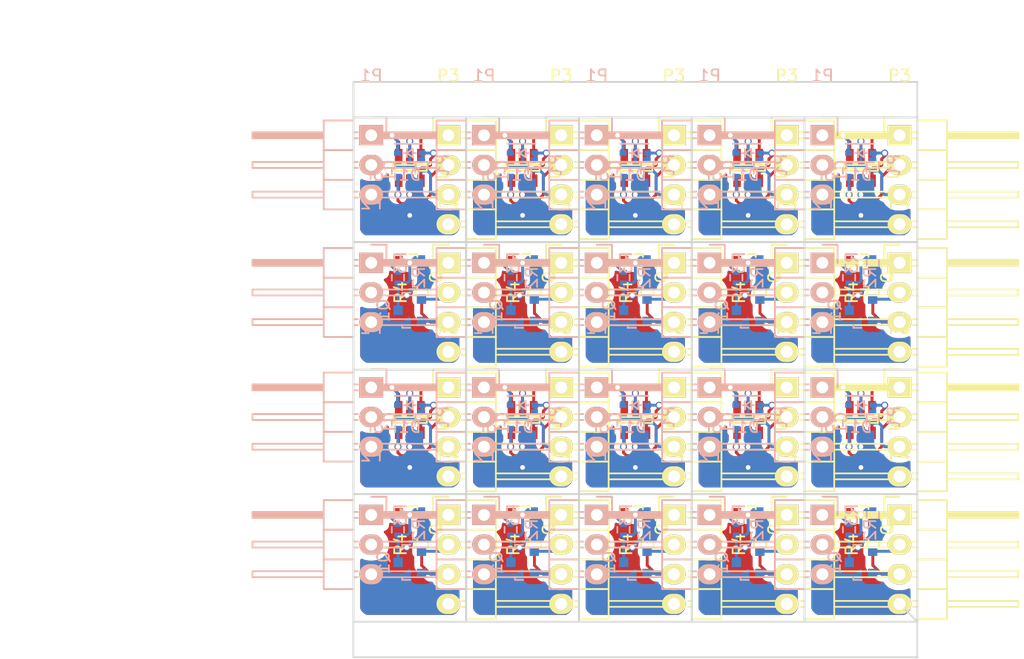
<source format=kicad_pcb>
(kicad_pcb (version 4) (host pcbnew 4.0.1-2.fc23-product)
  (title_block (title "S-Port Inverter") (date 2016-01-14) (rev 0.1) (company F.S))
  (layers (0 F.Cu mixed) (31 B.Cu mixed) (34 B.Paste user hide) (35 F.Paste user hide) (36 B.SilkS user hide) (37 F.SilkS user hide) (38 B.Mask user hide) (39 F.Mask user hide) (44 Edge.Cuts user))
  (net 0 "")
  (net 1 +3V3)
  (net 2 GND)
  (net 3 /S-Port)
  (net 4 "Net-(D1-Pad2)")
  (net 5 /TX)
  (net 6 /RX)
  (net 7 "Net-(Q1-Pad3)")
  (net 8 GNDA)
  (net 9 +3.3VP)
  (net 10 /S-Port1)
  (net 11 /TX1)
  (net 12 /RX1)
  (module Capacitors_SMD:C_0402 (layer B.Cu) (at 69.088 53.34 270)
    (fp_text reference C1 (at 0 1.7 270) (layer B.SilkS) (effects (justify mirror)))
    (fp_text value C)
    (pad 1 smd rect (at -0.55 0 270) (size 0.6 0.5) (layers B.Cu B.Paste B.Mask) (net 1 +3V3))
    (pad 2 smd rect (at 0.55 0 270) (size 0.6 0.5) (layers B.Cu B.Paste B.Mask) (net 2 GND))
  )
  (module Diodes_SMD:SOD-323 (layer B.Cu) (at 69.088 51.816)
    (fp_text reference D1 (at 0 1.85) (layer B.SilkS) (effects (justify mirror)))
    (fp_text value D_Schottky)
    (pad 1 smd rect (at -1.055 0) (size 0.59 0.45) (layers B.Cu B.Paste B.Mask) (net 3 /S-Port))
    (pad 2 smd rect (at 1.055 0) (size 0.59 0.45) (layers B.Cu B.Paste B.Mask) (net 4 "Net-(D1-Pad2)"))
  )
  (module Pin_Headers:Pin_Header_Angled_1x04 (layer F.Cu) (at 72.39 50.292)
    (fp_text reference P3 (at 0 -5.1) (layer F.SilkS))
    (fp_text value CONN_01X04)
    (pad 1 thru_hole rect (at 0 0) (size 2.032 1.7272) (drill 1.016) (layers *.Cu *.Mask F.SilkS) (net 5 /TX))
    (pad 2 thru_hole oval (at 0 2.54) (size 2.032 1.7272) (drill 1.016) (layers *.Cu *.Mask F.SilkS) (net 6 /RX))
    (pad 3 thru_hole oval (at 0 5.08) (size 2.032 1.7272) (drill 1.016) (layers *.Cu *.Mask F.SilkS) (net 1 +3V3))
    (pad 4 thru_hole oval (at 0 7.62) (size 2.032 1.7272) (drill 1.016) (layers *.Cu *.Mask F.SilkS) (net 2 GND))
  )
  (module Pin_Headers:Pin_Header_Angled_1x04 (layer F.Cu) (at 72.39 61.214)
    (fp_text reference P4 (at 0 -5.1) (layer F.SilkS))
    (fp_text value CONN_01X04)
    (pad 1 thru_hole rect (at 0 0) (size 2.032 1.7272) (drill 1.016) (layers *.Cu *.Mask F.SilkS) (net 11 /TX1))
    (pad 2 thru_hole oval (at 0 2.54) (size 2.032 1.7272) (drill 1.016) (layers *.Cu *.Mask F.SilkS) (net 12 /RX1))
    (pad 3 thru_hole oval (at 0 5.08) (size 2.032 1.7272) (drill 1.016) (layers *.Cu *.Mask F.SilkS) (net 9 +3.3VP))
    (pad 4 thru_hole oval (at 0 7.62) (size 2.032 1.7272) (drill 1.016) (layers *.Cu *.Mask F.SilkS) (net 8 GNDA))
  )
  (module TO_SOT_Packages_SMD:SOT-23 (layer B.Cu) (at 69.088 65.278 270)
    (fp_text reference Q1 (at 0 2.25 270) (layer B.SilkS) (effects (justify mirror)))
    (fp_text value BSS83_P)
    (pad 1 smd rect (at -0.95 -1.00076 270) (size 0.8001 0.8001) (layers B.Cu B.Paste B.Mask) (net 12 /RX1))
    (pad 2 smd rect (at 0.95 -1.00076 270) (size 0.8001 0.8001) (layers B.Cu B.Paste B.Mask) (net 9 +3.3VP))
    (pad 3 smd rect (at 0 0.99822 270) (size 0.8001 0.8001) (layers B.Cu B.Paste B.Mask) (net 7 "Net-(Q1-Pad3)"))
  )
  (module TO_SOT_Packages_SMD:SOT-23 (layer F.Cu) (at 69.088 61.976 270)
    (fp_text reference Q2 (at 0 -2.25 270) (layer F.SilkS))
    (fp_text value BSS138)
    (pad 1 smd rect (at -0.95 1.00076 270) (size 0.8001 0.8001) (layers F.Cu F.Paste F.Mask) (net 7 "Net-(Q1-Pad3)"))
    (pad 2 smd rect (at 0.95 1.00076 270) (size 0.8001 0.8001) (layers F.Cu F.Paste F.Mask) (net 8 GNDA))
    (pad 3 smd rect (at 0 -0.99822 270) (size 0.8001 0.8001) (layers F.Cu F.Paste F.Mask) (net 11 /TX1))
  )
  (module Resistors_SMD:R_0402 (layer B.Cu) (at 70.104 52.832 90)
    (fp_text reference R1 (at 0 1.8 90) (layer B.SilkS) (effects (justify mirror)))
    (fp_text value 10K)
    (pad 1 smd rect (at -0.45 0 90) (size 0.4 0.6) (layers B.Cu B.Paste B.Mask) (net 1 +3V3))
    (pad 2 smd rect (at 0.45 0 90) (size 0.4 0.6) (layers B.Cu B.Paste B.Mask) (net 4 "Net-(D1-Pad2)"))
  )
  (module Resistors_SMD:R_0402 (layer B.Cu) (at 68.072 62.484 90)
    (fp_text reference R2 (at 0 1.8 90) (layer B.SilkS) (effects (justify mirror)))
    (fp_text value 470R)
    (pad 1 smd rect (at -0.45 0 90) (size 0.4 0.6) (layers B.Cu B.Paste B.Mask) (net 7 "Net-(Q1-Pad3)"))
    (pad 2 smd rect (at 0.45 0 90) (size 0.4 0.6) (layers B.Cu B.Paste B.Mask) (net 10 /S-Port1))
  )
  (module Resistors_SMD:R_0402 (layer B.Cu) (at 70.104 61.214 270)
    (fp_text reference R3 (at 0 1.8 270) (layer B.SilkS) (effects (justify mirror)))
    (fp_text value 39K)
    (pad 1 smd rect (at -0.45 0 270) (size 0.4 0.6) (layers B.Cu B.Paste B.Mask) (net 7 "Net-(Q1-Pad3)"))
    (pad 2 smd rect (at 0.45 0 270) (size 0.4 0.6) (layers B.Cu B.Paste B.Mask) (net 8 GNDA))
  )
  (module Resistors_SMD:R_0402 (layer F.Cu) (at 70.104 63.754 90)
    (fp_text reference R4 (at 0 -1.8 90) (layer F.SilkS))
    (fp_text value 4k7)
    (pad 1 smd rect (at -0.45 0 90) (size 0.4 0.6) (layers F.Cu F.Paste F.Mask) (net 9 +3.3VP))
    (pad 2 smd rect (at 0.45 0 90) (size 0.4 0.6) (layers F.Cu F.Paste F.Mask) (net 11 /TX1))
  )
  (module Resistors_SMD:R_0402 (layer B.Cu) (at 68.072 53.34 270)
    (fp_text reference R5 (at 0 1.8 270) (layer B.SilkS) (effects (justify mirror)))
    (fp_text value 10K)
    (pad 1 smd rect (at -0.45 0 270) (size 0.4 0.6) (layers B.Cu B.Paste B.Mask) (net 1 +3V3))
    (pad 2 smd rect (at 0.45 0 270) (size 0.4 0.6) (layers B.Cu B.Paste B.Mask) (net 6 /RX))
  )
  (module TO_SOT_Packages_SMD:SOT-23-6 (layer F.Cu) (at 69.088 53.086 270)
    (fp_text reference U1 (at 0 -2.9 270) (layer F.SilkS))
    (fp_text value 74LVC2G14)
    (pad 1 smd rect (at -1.1 -0.95 270) (size 1.06 0.65) (layers F.Cu F.Paste F.Mask) (net 5 /TX))
    (pad 2 smd rect (at -1.1 0 270) (size 1.06 0.65) (layers F.Cu F.Paste F.Mask) (net 1 +3V3))
    (pad 3 smd rect (at -1.1 0.95 270) (size 1.06 0.65) (layers F.Cu F.Paste F.Mask) (net 3 /S-Port))
    (pad 4 smd rect (at 1.1 0.95 270) (size 1.06 0.65) (layers F.Cu F.Paste F.Mask) (net 6 /RX))
    (pad 6 smd rect (at 1.1 -0.95 270) (size 1.06 0.65) (layers F.Cu F.Paste F.Mask) (net 4 "Net-(D1-Pad2)"))
    (pad 5 smd rect (at 1.1 0 270) (size 1.06 0.65) (layers F.Cu F.Paste F.Mask) (net 2 GND))
  )
  (module Pin_Headers:Pin_Header_Angled_1x03 (layer B.Cu) (at 65.786 50.292 180)
    (fp_text reference P1 (at 0 5.1 180) (layer B.SilkS) (effects (justify mirror)))
    (fp_text value CONN_01X03)
    (pad 1 thru_hole rect (at 0 0 180) (size 2.032 1.7272) (drill 1.016) (layers *.Cu *.Mask B.SilkS) (net 3 /S-Port))
    (pad 2 thru_hole oval (at 0 -2.54 180) (size 2.032 1.7272) (drill 1.016) (layers *.Cu *.Mask B.SilkS))
    (pad 3 thru_hole oval (at 0 -5.08 180) (size 2.032 1.7272) (drill 1.016) (layers *.Cu *.Mask B.SilkS) (net 2 GND))
  )
  (module Pin_Headers:Pin_Header_Angled_1x03 (layer B.Cu) (at 65.786 61.214 180)
    (fp_text reference P2 (at 0 5.1 180) (layer B.SilkS) (effects (justify mirror)))
    (fp_text value CONN_01X03)
    (pad 1 thru_hole rect (at 0 0 180) (size 2.032 1.7272) (drill 1.016) (layers *.Cu *.Mask B.SilkS) (net 10 /S-Port1))
    (pad 2 thru_hole oval (at 0 -2.54 180) (size 2.032 1.7272) (drill 1.016) (layers *.Cu *.Mask B.SilkS))
    (pad 3 thru_hole oval (at 0 -5.08 180) (size 2.032 1.7272) (drill 1.016) (layers *.Cu *.Mask B.SilkS) (net 8 GNDA))
  )
  (module Capacitors_SMD:C_0402 (layer B.Cu) (at 69.088 74.93 270)
    (fp_text reference C1 (at 0 1.7 270) (layer B.SilkS) (effects (justify mirror)))
    (fp_text value C)
    (pad 1 smd rect (at -0.55 0 270) (size 0.6 0.5) (layers B.Cu B.Paste B.Mask) (net 1 +3V3))
    (pad 2 smd rect (at 0.55 0 270) (size 0.6 0.5) (layers B.Cu B.Paste B.Mask) (net 2 GND))
  )
  (module Diodes_SMD:SOD-323 (layer B.Cu) (at 69.088 73.406)
    (fp_text reference D1 (at 0 1.85) (layer B.SilkS) (effects (justify mirror)))
    (fp_text value D_Schottky)
    (pad 1 smd rect (at -1.055 0) (size 0.59 0.45) (layers B.Cu B.Paste B.Mask) (net 3 /S-Port))
    (pad 2 smd rect (at 1.055 0) (size 0.59 0.45) (layers B.Cu B.Paste B.Mask) (net 4 "Net-(D1-Pad2)"))
  )
  (module Pin_Headers:Pin_Header_Angled_1x04 (layer F.Cu) (at 72.39 71.882)
    (fp_text reference P3 (at 0 -5.1) (layer F.SilkS))
    (fp_text value CONN_01X04)
    (pad 1 thru_hole rect (at 0 0) (size 2.032 1.7272) (drill 1.016) (layers *.Cu *.Mask F.SilkS) (net 5 /TX))
    (pad 2 thru_hole oval (at 0 2.54) (size 2.032 1.7272) (drill 1.016) (layers *.Cu *.Mask F.SilkS) (net 6 /RX))
    (pad 3 thru_hole oval (at 0 5.08) (size 2.032 1.7272) (drill 1.016) (layers *.Cu *.Mask F.SilkS) (net 1 +3V3))
    (pad 4 thru_hole oval (at 0 7.62) (size 2.032 1.7272) (drill 1.016) (layers *.Cu *.Mask F.SilkS) (net 2 GND))
  )
  (module Pin_Headers:Pin_Header_Angled_1x04 (layer F.Cu) (at 72.39 82.804)
    (fp_text reference P4 (at 0 -5.1) (layer F.SilkS))
    (fp_text value CONN_01X04)
    (pad 1 thru_hole rect (at 0 0) (size 2.032 1.7272) (drill 1.016) (layers *.Cu *.Mask F.SilkS) (net 11 /TX1))
    (pad 2 thru_hole oval (at 0 2.54) (size 2.032 1.7272) (drill 1.016) (layers *.Cu *.Mask F.SilkS) (net 12 /RX1))
    (pad 3 thru_hole oval (at 0 5.08) (size 2.032 1.7272) (drill 1.016) (layers *.Cu *.Mask F.SilkS) (net 9 +3.3VP))
    (pad 4 thru_hole oval (at 0 7.62) (size 2.032 1.7272) (drill 1.016) (layers *.Cu *.Mask F.SilkS) (net 8 GNDA))
  )
  (module TO_SOT_Packages_SMD:SOT-23 (layer B.Cu) (at 69.088 86.868 270)
    (fp_text reference Q1 (at 0 2.25 270) (layer B.SilkS) (effects (justify mirror)))
    (fp_text value BSS83_P)
    (pad 1 smd rect (at -0.95 -1.00076 270) (size 0.8001 0.8001) (layers B.Cu B.Paste B.Mask) (net 12 /RX1))
    (pad 2 smd rect (at 0.95 -1.00076 270) (size 0.8001 0.8001) (layers B.Cu B.Paste B.Mask) (net 9 +3.3VP))
    (pad 3 smd rect (at 0 0.99822 270) (size 0.8001 0.8001) (layers B.Cu B.Paste B.Mask) (net 7 "Net-(Q1-Pad3)"))
  )
  (module TO_SOT_Packages_SMD:SOT-23 (layer F.Cu) (at 69.088 83.566 270)
    (fp_text reference Q2 (at 0 -2.25 270) (layer F.SilkS))
    (fp_text value BSS138)
    (pad 1 smd rect (at -0.95 1.00076 270) (size 0.8001 0.8001) (layers F.Cu F.Paste F.Mask) (net 7 "Net-(Q1-Pad3)"))
    (pad 2 smd rect (at 0.95 1.00076 270) (size 0.8001 0.8001) (layers F.Cu F.Paste F.Mask) (net 8 GNDA))
    (pad 3 smd rect (at 0 -0.99822 270) (size 0.8001 0.8001) (layers F.Cu F.Paste F.Mask) (net 11 /TX1))
  )
  (module Resistors_SMD:R_0402 (layer B.Cu) (at 70.104 74.422 90)
    (fp_text reference R1 (at 0 1.8 90) (layer B.SilkS) (effects (justify mirror)))
    (fp_text value 10K)
    (pad 1 smd rect (at -0.45 0 90) (size 0.4 0.6) (layers B.Cu B.Paste B.Mask) (net 1 +3V3))
    (pad 2 smd rect (at 0.45 0 90) (size 0.4 0.6) (layers B.Cu B.Paste B.Mask) (net 4 "Net-(D1-Pad2)"))
  )
  (module Resistors_SMD:R_0402 (layer B.Cu) (at 68.072 84.074 90)
    (fp_text reference R2 (at 0 1.8 90) (layer B.SilkS) (effects (justify mirror)))
    (fp_text value 470R)
    (pad 1 smd rect (at -0.45 0 90) (size 0.4 0.6) (layers B.Cu B.Paste B.Mask) (net 7 "Net-(Q1-Pad3)"))
    (pad 2 smd rect (at 0.45 0 90) (size 0.4 0.6) (layers B.Cu B.Paste B.Mask) (net 10 /S-Port1))
  )
  (module Resistors_SMD:R_0402 (layer B.Cu) (at 70.104 82.804 270)
    (fp_text reference R3 (at 0 1.8 270) (layer B.SilkS) (effects (justify mirror)))
    (fp_text value 39K)
    (pad 1 smd rect (at -0.45 0 270) (size 0.4 0.6) (layers B.Cu B.Paste B.Mask) (net 7 "Net-(Q1-Pad3)"))
    (pad 2 smd rect (at 0.45 0 270) (size 0.4 0.6) (layers B.Cu B.Paste B.Mask) (net 8 GNDA))
  )
  (module Resistors_SMD:R_0402 (layer F.Cu) (at 70.104 85.344 90)
    (fp_text reference R4 (at 0 -1.8 90) (layer F.SilkS))
    (fp_text value 4k7)
    (pad 1 smd rect (at -0.45 0 90) (size 0.4 0.6) (layers F.Cu F.Paste F.Mask) (net 9 +3.3VP))
    (pad 2 smd rect (at 0.45 0 90) (size 0.4 0.6) (layers F.Cu F.Paste F.Mask) (net 11 /TX1))
  )
  (module Resistors_SMD:R_0402 (layer B.Cu) (at 68.072 74.93 270)
    (fp_text reference R5 (at 0 1.8 270) (layer B.SilkS) (effects (justify mirror)))
    (fp_text value 10K)
    (pad 1 smd rect (at -0.45 0 270) (size 0.4 0.6) (layers B.Cu B.Paste B.Mask) (net 1 +3V3))
    (pad 2 smd rect (at 0.45 0 270) (size 0.4 0.6) (layers B.Cu B.Paste B.Mask) (net 6 /RX))
  )
  (module TO_SOT_Packages_SMD:SOT-23-6 (layer F.Cu) (at 69.088 74.676 270)
    (fp_text reference U1 (at 0 -2.9 270) (layer F.SilkS))
    (fp_text value 74LVC2G14)
    (pad 1 smd rect (at -1.1 -0.95 270) (size 1.06 0.65) (layers F.Cu F.Paste F.Mask) (net 5 /TX))
    (pad 2 smd rect (at -1.1 0 270) (size 1.06 0.65) (layers F.Cu F.Paste F.Mask) (net 1 +3V3))
    (pad 3 smd rect (at -1.1 0.95 270) (size 1.06 0.65) (layers F.Cu F.Paste F.Mask) (net 3 /S-Port))
    (pad 4 smd rect (at 1.1 0.95 270) (size 1.06 0.65) (layers F.Cu F.Paste F.Mask) (net 6 /RX))
    (pad 6 smd rect (at 1.1 -0.95 270) (size 1.06 0.65) (layers F.Cu F.Paste F.Mask) (net 4 "Net-(D1-Pad2)"))
    (pad 5 smd rect (at 1.1 0 270) (size 1.06 0.65) (layers F.Cu F.Paste F.Mask) (net 2 GND))
  )
  (module Pin_Headers:Pin_Header_Angled_1x03 (layer B.Cu) (at 65.786 71.882 180)
    (fp_text reference P1 (at 0 5.1 180) (layer B.SilkS) (effects (justify mirror)))
    (fp_text value CONN_01X03)
    (pad 1 thru_hole rect (at 0 0 180) (size 2.032 1.7272) (drill 1.016) (layers *.Cu *.Mask B.SilkS) (net 3 /S-Port))
    (pad 2 thru_hole oval (at 0 -2.54 180) (size 2.032 1.7272) (drill 1.016) (layers *.Cu *.Mask B.SilkS))
    (pad 3 thru_hole oval (at 0 -5.08 180) (size 2.032 1.7272) (drill 1.016) (layers *.Cu *.Mask B.SilkS) (net 2 GND))
  )
  (module Pin_Headers:Pin_Header_Angled_1x03 (layer B.Cu) (at 65.786 82.804 180)
    (fp_text reference P2 (at 0 5.1 180) (layer B.SilkS) (effects (justify mirror)))
    (fp_text value CONN_01X03)
    (pad 1 thru_hole rect (at 0 0 180) (size 2.032 1.7272) (drill 1.016) (layers *.Cu *.Mask B.SilkS) (net 10 /S-Port1))
    (pad 2 thru_hole oval (at 0 -2.54 180) (size 2.032 1.7272) (drill 1.016) (layers *.Cu *.Mask B.SilkS))
    (pad 3 thru_hole oval (at 0 -5.08 180) (size 2.032 1.7272) (drill 1.016) (layers *.Cu *.Mask B.SilkS) (net 8 GNDA))
  )
  (module Capacitors_SMD:C_0402 (layer B.Cu) (at 78.74 53.34 270)
    (fp_text reference C1 (at 0 1.7 270) (layer B.SilkS) (effects (justify mirror)))
    (fp_text value C)
    (pad 1 smd rect (at -0.55 0 270) (size 0.6 0.5) (layers B.Cu B.Paste B.Mask) (net 1 +3V3))
    (pad 2 smd rect (at 0.55 0 270) (size 0.6 0.5) (layers B.Cu B.Paste B.Mask) (net 2 GND))
  )
  (module Diodes_SMD:SOD-323 (layer B.Cu) (at 78.74 51.816)
    (fp_text reference D1 (at 0 1.85) (layer B.SilkS) (effects (justify mirror)))
    (fp_text value D_Schottky)
    (pad 1 smd rect (at -1.055 0) (size 0.59 0.45) (layers B.Cu B.Paste B.Mask) (net 3 /S-Port))
    (pad 2 smd rect (at 1.055 0) (size 0.59 0.45) (layers B.Cu B.Paste B.Mask) (net 4 "Net-(D1-Pad2)"))
  )
  (module Pin_Headers:Pin_Header_Angled_1x04 (layer F.Cu) (at 82.042 50.292)
    (fp_text reference P3 (at 0 -5.1) (layer F.SilkS))
    (fp_text value CONN_01X04)
    (pad 1 thru_hole rect (at 0 0) (size 2.032 1.7272) (drill 1.016) (layers *.Cu *.Mask F.SilkS) (net 5 /TX))
    (pad 2 thru_hole oval (at 0 2.54) (size 2.032 1.7272) (drill 1.016) (layers *.Cu *.Mask F.SilkS) (net 6 /RX))
    (pad 3 thru_hole oval (at 0 5.08) (size 2.032 1.7272) (drill 1.016) (layers *.Cu *.Mask F.SilkS) (net 1 +3V3))
    (pad 4 thru_hole oval (at 0 7.62) (size 2.032 1.7272) (drill 1.016) (layers *.Cu *.Mask F.SilkS) (net 2 GND))
  )
  (module Pin_Headers:Pin_Header_Angled_1x04 (layer F.Cu) (at 82.042 61.214)
    (fp_text reference P4 (at 0 -5.1) (layer F.SilkS))
    (fp_text value CONN_01X04)
    (pad 1 thru_hole rect (at 0 0) (size 2.032 1.7272) (drill 1.016) (layers *.Cu *.Mask F.SilkS) (net 11 /TX1))
    (pad 2 thru_hole oval (at 0 2.54) (size 2.032 1.7272) (drill 1.016) (layers *.Cu *.Mask F.SilkS) (net 12 /RX1))
    (pad 3 thru_hole oval (at 0 5.08) (size 2.032 1.7272) (drill 1.016) (layers *.Cu *.Mask F.SilkS) (net 9 +3.3VP))
    (pad 4 thru_hole oval (at 0 7.62) (size 2.032 1.7272) (drill 1.016) (layers *.Cu *.Mask F.SilkS) (net 8 GNDA))
  )
  (module TO_SOT_Packages_SMD:SOT-23 (layer B.Cu) (at 78.74 65.278 270)
    (fp_text reference Q1 (at 0 2.25 270) (layer B.SilkS) (effects (justify mirror)))
    (fp_text value BSS83_P)
    (pad 1 smd rect (at -0.95 -1.00076 270) (size 0.8001 0.8001) (layers B.Cu B.Paste B.Mask) (net 12 /RX1))
    (pad 2 smd rect (at 0.95 -1.00076 270) (size 0.8001 0.8001) (layers B.Cu B.Paste B.Mask) (net 9 +3.3VP))
    (pad 3 smd rect (at 0 0.99822 270) (size 0.8001 0.8001) (layers B.Cu B.Paste B.Mask) (net 7 "Net-(Q1-Pad3)"))
  )
  (module TO_SOT_Packages_SMD:SOT-23 (layer F.Cu) (at 78.74 61.976 270)
    (fp_text reference Q2 (at 0 -2.25 270) (layer F.SilkS))
    (fp_text value BSS138)
    (pad 1 smd rect (at -0.95 1.00076 270) (size 0.8001 0.8001) (layers F.Cu F.Paste F.Mask) (net 7 "Net-(Q1-Pad3)"))
    (pad 2 smd rect (at 0.95 1.00076 270) (size 0.8001 0.8001) (layers F.Cu F.Paste F.Mask) (net 8 GNDA))
    (pad 3 smd rect (at 0 -0.99822 270) (size 0.8001 0.8001) (layers F.Cu F.Paste F.Mask) (net 11 /TX1))
  )
  (module Resistors_SMD:R_0402 (layer B.Cu) (at 79.756 52.832 90)
    (fp_text reference R1 (at 0 1.8 90) (layer B.SilkS) (effects (justify mirror)))
    (fp_text value 10K)
    (pad 1 smd rect (at -0.45 0 90) (size 0.4 0.6) (layers B.Cu B.Paste B.Mask) (net 1 +3V3))
    (pad 2 smd rect (at 0.45 0 90) (size 0.4 0.6) (layers B.Cu B.Paste B.Mask) (net 4 "Net-(D1-Pad2)"))
  )
  (module Resistors_SMD:R_0402 (layer B.Cu) (at 77.724 62.484 90)
    (fp_text reference R2 (at 0 1.8 90) (layer B.SilkS) (effects (justify mirror)))
    (fp_text value 470R)
    (pad 1 smd rect (at -0.45 0 90) (size 0.4 0.6) (layers B.Cu B.Paste B.Mask) (net 7 "Net-(Q1-Pad3)"))
    (pad 2 smd rect (at 0.45 0 90) (size 0.4 0.6) (layers B.Cu B.Paste B.Mask) (net 10 /S-Port1))
  )
  (module Resistors_SMD:R_0402 (layer B.Cu) (at 79.756 61.214 270)
    (fp_text reference R3 (at 0 1.8 270) (layer B.SilkS) (effects (justify mirror)))
    (fp_text value 39K)
    (pad 1 smd rect (at -0.45 0 270) (size 0.4 0.6) (layers B.Cu B.Paste B.Mask) (net 7 "Net-(Q1-Pad3)"))
    (pad 2 smd rect (at 0.45 0 270) (size 0.4 0.6) (layers B.Cu B.Paste B.Mask) (net 8 GNDA))
  )
  (module Resistors_SMD:R_0402 (layer F.Cu) (at 79.756 63.754 90)
    (fp_text reference R4 (at 0 -1.8 90) (layer F.SilkS))
    (fp_text value 4k7)
    (pad 1 smd rect (at -0.45 0 90) (size 0.4 0.6) (layers F.Cu F.Paste F.Mask) (net 9 +3.3VP))
    (pad 2 smd rect (at 0.45 0 90) (size 0.4 0.6) (layers F.Cu F.Paste F.Mask) (net 11 /TX1))
  )
  (module Resistors_SMD:R_0402 (layer B.Cu) (at 77.724 53.34 270)
    (fp_text reference R5 (at 0 1.8 270) (layer B.SilkS) (effects (justify mirror)))
    (fp_text value 10K)
    (pad 1 smd rect (at -0.45 0 270) (size 0.4 0.6) (layers B.Cu B.Paste B.Mask) (net 1 +3V3))
    (pad 2 smd rect (at 0.45 0 270) (size 0.4 0.6) (layers B.Cu B.Paste B.Mask) (net 6 /RX))
  )
  (module TO_SOT_Packages_SMD:SOT-23-6 (layer F.Cu) (at 78.74 53.086 270)
    (fp_text reference U1 (at 0 -2.9 270) (layer F.SilkS))
    (fp_text value 74LVC2G14)
    (pad 1 smd rect (at -1.1 -0.95 270) (size 1.06 0.65) (layers F.Cu F.Paste F.Mask) (net 5 /TX))
    (pad 2 smd rect (at -1.1 0 270) (size 1.06 0.65) (layers F.Cu F.Paste F.Mask) (net 1 +3V3))
    (pad 3 smd rect (at -1.1 0.95 270) (size 1.06 0.65) (layers F.Cu F.Paste F.Mask) (net 3 /S-Port))
    (pad 4 smd rect (at 1.1 0.95 270) (size 1.06 0.65) (layers F.Cu F.Paste F.Mask) (net 6 /RX))
    (pad 6 smd rect (at 1.1 -0.95 270) (size 1.06 0.65) (layers F.Cu F.Paste F.Mask) (net 4 "Net-(D1-Pad2)"))
    (pad 5 smd rect (at 1.1 0 270) (size 1.06 0.65) (layers F.Cu F.Paste F.Mask) (net 2 GND))
  )
  (module Pin_Headers:Pin_Header_Angled_1x03 (layer B.Cu) (at 75.438 50.292 180)
    (fp_text reference P1 (at 0 5.1 180) (layer B.SilkS) (effects (justify mirror)))
    (fp_text value CONN_01X03)
    (pad 1 thru_hole rect (at 0 0 180) (size 2.032 1.7272) (drill 1.016) (layers *.Cu *.Mask B.SilkS) (net 3 /S-Port))
    (pad 2 thru_hole oval (at 0 -2.54 180) (size 2.032 1.7272) (drill 1.016) (layers *.Cu *.Mask B.SilkS))
    (pad 3 thru_hole oval (at 0 -5.08 180) (size 2.032 1.7272) (drill 1.016) (layers *.Cu *.Mask B.SilkS) (net 2 GND))
  )
  (module Pin_Headers:Pin_Header_Angled_1x03 (layer B.Cu) (at 75.438 61.214 180)
    (fp_text reference P2 (at 0 5.1 180) (layer B.SilkS) (effects (justify mirror)))
    (fp_text value CONN_01X03)
    (pad 1 thru_hole rect (at 0 0 180) (size 2.032 1.7272) (drill 1.016) (layers *.Cu *.Mask B.SilkS) (net 10 /S-Port1))
    (pad 2 thru_hole oval (at 0 -2.54 180) (size 2.032 1.7272) (drill 1.016) (layers *.Cu *.Mask B.SilkS))
    (pad 3 thru_hole oval (at 0 -5.08 180) (size 2.032 1.7272) (drill 1.016) (layers *.Cu *.Mask B.SilkS) (net 8 GNDA))
  )
  (module Capacitors_SMD:C_0402 (layer B.Cu) (at 78.74 74.93 270)
    (fp_text reference C1 (at 0 1.7 270) (layer B.SilkS) (effects (justify mirror)))
    (fp_text value C)
    (pad 1 smd rect (at -0.55 0 270) (size 0.6 0.5) (layers B.Cu B.Paste B.Mask) (net 1 +3V3))
    (pad 2 smd rect (at 0.55 0 270) (size 0.6 0.5) (layers B.Cu B.Paste B.Mask) (net 2 GND))
  )
  (module Diodes_SMD:SOD-323 (layer B.Cu) (at 78.74 73.406)
    (fp_text reference D1 (at 0 1.85) (layer B.SilkS) (effects (justify mirror)))
    (fp_text value D_Schottky)
    (pad 1 smd rect (at -1.055 0) (size 0.59 0.45) (layers B.Cu B.Paste B.Mask) (net 3 /S-Port))
    (pad 2 smd rect (at 1.055 0) (size 0.59 0.45) (layers B.Cu B.Paste B.Mask) (net 4 "Net-(D1-Pad2)"))
  )
  (module Pin_Headers:Pin_Header_Angled_1x04 (layer F.Cu) (at 82.042 71.882)
    (fp_text reference P3 (at 0 -5.1) (layer F.SilkS))
    (fp_text value CONN_01X04)
    (pad 1 thru_hole rect (at 0 0) (size 2.032 1.7272) (drill 1.016) (layers *.Cu *.Mask F.SilkS) (net 5 /TX))
    (pad 2 thru_hole oval (at 0 2.54) (size 2.032 1.7272) (drill 1.016) (layers *.Cu *.Mask F.SilkS) (net 6 /RX))
    (pad 3 thru_hole oval (at 0 5.08) (size 2.032 1.7272) (drill 1.016) (layers *.Cu *.Mask F.SilkS) (net 1 +3V3))
    (pad 4 thru_hole oval (at 0 7.62) (size 2.032 1.7272) (drill 1.016) (layers *.Cu *.Mask F.SilkS) (net 2 GND))
  )
  (module Pin_Headers:Pin_Header_Angled_1x04 (layer F.Cu) (at 82.042 82.804)
    (fp_text reference P4 (at 0 -5.1) (layer F.SilkS))
    (fp_text value CONN_01X04)
    (pad 1 thru_hole rect (at 0 0) (size 2.032 1.7272) (drill 1.016) (layers *.Cu *.Mask F.SilkS) (net 11 /TX1))
    (pad 2 thru_hole oval (at 0 2.54) (size 2.032 1.7272) (drill 1.016) (layers *.Cu *.Mask F.SilkS) (net 12 /RX1))
    (pad 3 thru_hole oval (at 0 5.08) (size 2.032 1.7272) (drill 1.016) (layers *.Cu *.Mask F.SilkS) (net 9 +3.3VP))
    (pad 4 thru_hole oval (at 0 7.62) (size 2.032 1.7272) (drill 1.016) (layers *.Cu *.Mask F.SilkS) (net 8 GNDA))
  )
  (module TO_SOT_Packages_SMD:SOT-23 (layer B.Cu) (at 78.74 86.868 270)
    (fp_text reference Q1 (at 0 2.25 270) (layer B.SilkS) (effects (justify mirror)))
    (fp_text value BSS83_P)
    (pad 1 smd rect (at -0.95 -1.00076 270) (size 0.8001 0.8001) (layers B.Cu B.Paste B.Mask) (net 12 /RX1))
    (pad 2 smd rect (at 0.95 -1.00076 270) (size 0.8001 0.8001) (layers B.Cu B.Paste B.Mask) (net 9 +3.3VP))
    (pad 3 smd rect (at 0 0.99822 270) (size 0.8001 0.8001) (layers B.Cu B.Paste B.Mask) (net 7 "Net-(Q1-Pad3)"))
  )
  (module TO_SOT_Packages_SMD:SOT-23 (layer F.Cu) (at 78.74 83.566 270)
    (fp_text reference Q2 (at 0 -2.25 270) (layer F.SilkS))
    (fp_text value BSS138)
    (pad 1 smd rect (at -0.95 1.00076 270) (size 0.8001 0.8001) (layers F.Cu F.Paste F.Mask) (net 7 "Net-(Q1-Pad3)"))
    (pad 2 smd rect (at 0.95 1.00076 270) (size 0.8001 0.8001) (layers F.Cu F.Paste F.Mask) (net 8 GNDA))
    (pad 3 smd rect (at 0 -0.99822 270) (size 0.8001 0.8001) (layers F.Cu F.Paste F.Mask) (net 11 /TX1))
  )
  (module Resistors_SMD:R_0402 (layer B.Cu) (at 79.756 74.422 90)
    (fp_text reference R1 (at 0 1.8 90) (layer B.SilkS) (effects (justify mirror)))
    (fp_text value 10K)
    (pad 1 smd rect (at -0.45 0 90) (size 0.4 0.6) (layers B.Cu B.Paste B.Mask) (net 1 +3V3))
    (pad 2 smd rect (at 0.45 0 90) (size 0.4 0.6) (layers B.Cu B.Paste B.Mask) (net 4 "Net-(D1-Pad2)"))
  )
  (module Resistors_SMD:R_0402 (layer B.Cu) (at 77.724 84.074 90)
    (fp_text reference R2 (at 0 1.8 90) (layer B.SilkS) (effects (justify mirror)))
    (fp_text value 470R)
    (pad 1 smd rect (at -0.45 0 90) (size 0.4 0.6) (layers B.Cu B.Paste B.Mask) (net 7 "Net-(Q1-Pad3)"))
    (pad 2 smd rect (at 0.45 0 90) (size 0.4 0.6) (layers B.Cu B.Paste B.Mask) (net 10 /S-Port1))
  )
  (module Resistors_SMD:R_0402 (layer B.Cu) (at 79.756 82.804 270)
    (fp_text reference R3 (at 0 1.8 270) (layer B.SilkS) (effects (justify mirror)))
    (fp_text value 39K)
    (pad 1 smd rect (at -0.45 0 270) (size 0.4 0.6) (layers B.Cu B.Paste B.Mask) (net 7 "Net-(Q1-Pad3)"))
    (pad 2 smd rect (at 0.45 0 270) (size 0.4 0.6) (layers B.Cu B.Paste B.Mask) (net 8 GNDA))
  )
  (module Resistors_SMD:R_0402 (layer F.Cu) (at 79.756 85.344 90)
    (fp_text reference R4 (at 0 -1.8 90) (layer F.SilkS))
    (fp_text value 4k7)
    (pad 1 smd rect (at -0.45 0 90) (size 0.4 0.6) (layers F.Cu F.Paste F.Mask) (net 9 +3.3VP))
    (pad 2 smd rect (at 0.45 0 90) (size 0.4 0.6) (layers F.Cu F.Paste F.Mask) (net 11 /TX1))
  )
  (module Resistors_SMD:R_0402 (layer B.Cu) (at 77.724 74.93 270)
    (fp_text reference R5 (at 0 1.8 270) (layer B.SilkS) (effects (justify mirror)))
    (fp_text value 10K)
    (pad 1 smd rect (at -0.45 0 270) (size 0.4 0.6) (layers B.Cu B.Paste B.Mask) (net 1 +3V3))
    (pad 2 smd rect (at 0.45 0 270) (size 0.4 0.6) (layers B.Cu B.Paste B.Mask) (net 6 /RX))
  )
  (module TO_SOT_Packages_SMD:SOT-23-6 (layer F.Cu) (at 78.74 74.676 270)
    (fp_text reference U1 (at 0 -2.9 270) (layer F.SilkS))
    (fp_text value 74LVC2G14)
    (pad 1 smd rect (at -1.1 -0.95 270) (size 1.06 0.65) (layers F.Cu F.Paste F.Mask) (net 5 /TX))
    (pad 2 smd rect (at -1.1 0 270) (size 1.06 0.65) (layers F.Cu F.Paste F.Mask) (net 1 +3V3))
    (pad 3 smd rect (at -1.1 0.95 270) (size 1.06 0.65) (layers F.Cu F.Paste F.Mask) (net 3 /S-Port))
    (pad 4 smd rect (at 1.1 0.95 270) (size 1.06 0.65) (layers F.Cu F.Paste F.Mask) (net 6 /RX))
    (pad 6 smd rect (at 1.1 -0.95 270) (size 1.06 0.65) (layers F.Cu F.Paste F.Mask) (net 4 "Net-(D1-Pad2)"))
    (pad 5 smd rect (at 1.1 0 270) (size 1.06 0.65) (layers F.Cu F.Paste F.Mask) (net 2 GND))
  )
  (module Pin_Headers:Pin_Header_Angled_1x03 (layer B.Cu) (at 75.438 71.882 180)
    (fp_text reference P1 (at 0 5.1 180) (layer B.SilkS) (effects (justify mirror)))
    (fp_text value CONN_01X03)
    (pad 1 thru_hole rect (at 0 0 180) (size 2.032 1.7272) (drill 1.016) (layers *.Cu *.Mask B.SilkS) (net 3 /S-Port))
    (pad 2 thru_hole oval (at 0 -2.54 180) (size 2.032 1.7272) (drill 1.016) (layers *.Cu *.Mask B.SilkS))
    (pad 3 thru_hole oval (at 0 -5.08 180) (size 2.032 1.7272) (drill 1.016) (layers *.Cu *.Mask B.SilkS) (net 2 GND))
  )
  (module Pin_Headers:Pin_Header_Angled_1x03 (layer B.Cu) (at 75.438 82.804 180)
    (fp_text reference P2 (at 0 5.1 180) (layer B.SilkS) (effects (justify mirror)))
    (fp_text value CONN_01X03)
    (pad 1 thru_hole rect (at 0 0 180) (size 2.032 1.7272) (drill 1.016) (layers *.Cu *.Mask B.SilkS) (net 10 /S-Port1))
    (pad 2 thru_hole oval (at 0 -2.54 180) (size 2.032 1.7272) (drill 1.016) (layers *.Cu *.Mask B.SilkS))
    (pad 3 thru_hole oval (at 0 -5.08 180) (size 2.032 1.7272) (drill 1.016) (layers *.Cu *.Mask B.SilkS) (net 8 GNDA))
  )
  (module Capacitors_SMD:C_0402 (layer B.Cu) (at 88.392 53.34 270)
    (fp_text reference C1 (at 0 1.7 270) (layer B.SilkS) (effects (justify mirror)))
    (fp_text value C)
    (pad 1 smd rect (at -0.55 0 270) (size 0.6 0.5) (layers B.Cu B.Paste B.Mask) (net 1 +3V3))
    (pad 2 smd rect (at 0.55 0 270) (size 0.6 0.5) (layers B.Cu B.Paste B.Mask) (net 2 GND))
  )
  (module Diodes_SMD:SOD-323 (layer B.Cu) (at 88.392 51.816)
    (fp_text reference D1 (at 0 1.85) (layer B.SilkS) (effects (justify mirror)))
    (fp_text value D_Schottky)
    (pad 1 smd rect (at -1.055 0) (size 0.59 0.45) (layers B.Cu B.Paste B.Mask) (net 3 /S-Port))
    (pad 2 smd rect (at 1.055 0) (size 0.59 0.45) (layers B.Cu B.Paste B.Mask) (net 4 "Net-(D1-Pad2)"))
  )
  (module Pin_Headers:Pin_Header_Angled_1x04 (layer F.Cu) (at 91.694 50.292)
    (fp_text reference P3 (at 0 -5.1) (layer F.SilkS))
    (fp_text value CONN_01X04)
    (pad 1 thru_hole rect (at 0 0) (size 2.032 1.7272) (drill 1.016) (layers *.Cu *.Mask F.SilkS) (net 5 /TX))
    (pad 2 thru_hole oval (at 0 2.54) (size 2.032 1.7272) (drill 1.016) (layers *.Cu *.Mask F.SilkS) (net 6 /RX))
    (pad 3 thru_hole oval (at 0 5.08) (size 2.032 1.7272) (drill 1.016) (layers *.Cu *.Mask F.SilkS) (net 1 +3V3))
    (pad 4 thru_hole oval (at 0 7.62) (size 2.032 1.7272) (drill 1.016) (layers *.Cu *.Mask F.SilkS) (net 2 GND))
  )
  (module Pin_Headers:Pin_Header_Angled_1x04 (layer F.Cu) (at 91.694 61.214)
    (fp_text reference P4 (at 0 -5.1) (layer F.SilkS))
    (fp_text value CONN_01X04)
    (pad 1 thru_hole rect (at 0 0) (size 2.032 1.7272) (drill 1.016) (layers *.Cu *.Mask F.SilkS) (net 11 /TX1))
    (pad 2 thru_hole oval (at 0 2.54) (size 2.032 1.7272) (drill 1.016) (layers *.Cu *.Mask F.SilkS) (net 12 /RX1))
    (pad 3 thru_hole oval (at 0 5.08) (size 2.032 1.7272) (drill 1.016) (layers *.Cu *.Mask F.SilkS) (net 9 +3.3VP))
    (pad 4 thru_hole oval (at 0 7.62) (size 2.032 1.7272) (drill 1.016) (layers *.Cu *.Mask F.SilkS) (net 8 GNDA))
  )
  (module TO_SOT_Packages_SMD:SOT-23 (layer B.Cu) (at 88.392 65.278 270)
    (fp_text reference Q1 (at 0 2.25 270) (layer B.SilkS) (effects (justify mirror)))
    (fp_text value BSS83_P)
    (pad 1 smd rect (at -0.95 -1.00076 270) (size 0.8001 0.8001) (layers B.Cu B.Paste B.Mask) (net 12 /RX1))
    (pad 2 smd rect (at 0.95 -1.00076 270) (size 0.8001 0.8001) (layers B.Cu B.Paste B.Mask) (net 9 +3.3VP))
    (pad 3 smd rect (at 0 0.99822 270) (size 0.8001 0.8001) (layers B.Cu B.Paste B.Mask) (net 7 "Net-(Q1-Pad3)"))
  )
  (module TO_SOT_Packages_SMD:SOT-23 (layer F.Cu) (at 88.392 61.976 270)
    (fp_text reference Q2 (at 0 -2.25 270) (layer F.SilkS))
    (fp_text value BSS138)
    (pad 1 smd rect (at -0.95 1.00076 270) (size 0.8001 0.8001) (layers F.Cu F.Paste F.Mask) (net 7 "Net-(Q1-Pad3)"))
    (pad 2 smd rect (at 0.95 1.00076 270) (size 0.8001 0.8001) (layers F.Cu F.Paste F.Mask) (net 8 GNDA))
    (pad 3 smd rect (at 0 -0.99822 270) (size 0.8001 0.8001) (layers F.Cu F.Paste F.Mask) (net 11 /TX1))
  )
  (module Resistors_SMD:R_0402 (layer B.Cu) (at 89.408 52.832 90)
    (fp_text reference R1 (at 0 1.8 90) (layer B.SilkS) (effects (justify mirror)))
    (fp_text value 10K)
    (pad 1 smd rect (at -0.45 0 90) (size 0.4 0.6) (layers B.Cu B.Paste B.Mask) (net 1 +3V3))
    (pad 2 smd rect (at 0.45 0 90) (size 0.4 0.6) (layers B.Cu B.Paste B.Mask) (net 4 "Net-(D1-Pad2)"))
  )
  (module Resistors_SMD:R_0402 (layer B.Cu) (at 87.376 62.484 90)
    (fp_text reference R2 (at 0 1.8 90) (layer B.SilkS) (effects (justify mirror)))
    (fp_text value 470R)
    (pad 1 smd rect (at -0.45 0 90) (size 0.4 0.6) (layers B.Cu B.Paste B.Mask) (net 7 "Net-(Q1-Pad3)"))
    (pad 2 smd rect (at 0.45 0 90) (size 0.4 0.6) (layers B.Cu B.Paste B.Mask) (net 10 /S-Port1))
  )
  (module Resistors_SMD:R_0402 (layer B.Cu) (at 89.408 61.214 270)
    (fp_text reference R3 (at 0 1.8 270) (layer B.SilkS) (effects (justify mirror)))
    (fp_text value 39K)
    (pad 1 smd rect (at -0.45 0 270) (size 0.4 0.6) (layers B.Cu B.Paste B.Mask) (net 7 "Net-(Q1-Pad3)"))
    (pad 2 smd rect (at 0.45 0 270) (size 0.4 0.6) (layers B.Cu B.Paste B.Mask) (net 8 GNDA))
  )
  (module Resistors_SMD:R_0402 (layer F.Cu) (at 89.408 63.754 90)
    (fp_text reference R4 (at 0 -1.8 90) (layer F.SilkS))
    (fp_text value 4k7)
    (pad 1 smd rect (at -0.45 0 90) (size 0.4 0.6) (layers F.Cu F.Paste F.Mask) (net 9 +3.3VP))
    (pad 2 smd rect (at 0.45 0 90) (size 0.4 0.6) (layers F.Cu F.Paste F.Mask) (net 11 /TX1))
  )
  (module Resistors_SMD:R_0402 (layer B.Cu) (at 87.376 53.34 270)
    (fp_text reference R5 (at 0 1.8 270) (layer B.SilkS) (effects (justify mirror)))
    (fp_text value 10K)
    (pad 1 smd rect (at -0.45 0 270) (size 0.4 0.6) (layers B.Cu B.Paste B.Mask) (net 1 +3V3))
    (pad 2 smd rect (at 0.45 0 270) (size 0.4 0.6) (layers B.Cu B.Paste B.Mask) (net 6 /RX))
  )
  (module TO_SOT_Packages_SMD:SOT-23-6 (layer F.Cu) (at 88.392 53.086 270)
    (fp_text reference U1 (at 0 -2.9 270) (layer F.SilkS))
    (fp_text value 74LVC2G14)
    (pad 1 smd rect (at -1.1 -0.95 270) (size 1.06 0.65) (layers F.Cu F.Paste F.Mask) (net 5 /TX))
    (pad 2 smd rect (at -1.1 0 270) (size 1.06 0.65) (layers F.Cu F.Paste F.Mask) (net 1 +3V3))
    (pad 3 smd rect (at -1.1 0.95 270) (size 1.06 0.65) (layers F.Cu F.Paste F.Mask) (net 3 /S-Port))
    (pad 4 smd rect (at 1.1 0.95 270) (size 1.06 0.65) (layers F.Cu F.Paste F.Mask) (net 6 /RX))
    (pad 6 smd rect (at 1.1 -0.95 270) (size 1.06 0.65) (layers F.Cu F.Paste F.Mask) (net 4 "Net-(D1-Pad2)"))
    (pad 5 smd rect (at 1.1 0 270) (size 1.06 0.65) (layers F.Cu F.Paste F.Mask) (net 2 GND))
  )
  (module Pin_Headers:Pin_Header_Angled_1x03 (layer B.Cu) (at 85.09 50.292 180)
    (fp_text reference P1 (at 0 5.1 180) (layer B.SilkS) (effects (justify mirror)))
    (fp_text value CONN_01X03)
    (pad 1 thru_hole rect (at 0 0 180) (size 2.032 1.7272) (drill 1.016) (layers *.Cu *.Mask B.SilkS) (net 3 /S-Port))
    (pad 2 thru_hole oval (at 0 -2.54 180) (size 2.032 1.7272) (drill 1.016) (layers *.Cu *.Mask B.SilkS))
    (pad 3 thru_hole oval (at 0 -5.08 180) (size 2.032 1.7272) (drill 1.016) (layers *.Cu *.Mask B.SilkS) (net 2 GND))
  )
  (module Pin_Headers:Pin_Header_Angled_1x03 (layer B.Cu) (at 85.09 61.214 180)
    (fp_text reference P2 (at 0 5.1 180) (layer B.SilkS) (effects (justify mirror)))
    (fp_text value CONN_01X03)
    (pad 1 thru_hole rect (at 0 0 180) (size 2.032 1.7272) (drill 1.016) (layers *.Cu *.Mask B.SilkS) (net 10 /S-Port1))
    (pad 2 thru_hole oval (at 0 -2.54 180) (size 2.032 1.7272) (drill 1.016) (layers *.Cu *.Mask B.SilkS))
    (pad 3 thru_hole oval (at 0 -5.08 180) (size 2.032 1.7272) (drill 1.016) (layers *.Cu *.Mask B.SilkS) (net 8 GNDA))
  )
  (module Capacitors_SMD:C_0402 (layer B.Cu) (at 88.392 74.93 270)
    (fp_text reference C1 (at 0 1.7 270) (layer B.SilkS) (effects (justify mirror)))
    (fp_text value C)
    (pad 1 smd rect (at -0.55 0 270) (size 0.6 0.5) (layers B.Cu B.Paste B.Mask) (net 1 +3V3))
    (pad 2 smd rect (at 0.55 0 270) (size 0.6 0.5) (layers B.Cu B.Paste B.Mask) (net 2 GND))
  )
  (module Diodes_SMD:SOD-323 (layer B.Cu) (at 88.392 73.406)
    (fp_text reference D1 (at 0 1.85) (layer B.SilkS) (effects (justify mirror)))
    (fp_text value D_Schottky)
    (pad 1 smd rect (at -1.055 0) (size 0.59 0.45) (layers B.Cu B.Paste B.Mask) (net 3 /S-Port))
    (pad 2 smd rect (at 1.055 0) (size 0.59 0.45) (layers B.Cu B.Paste B.Mask) (net 4 "Net-(D1-Pad2)"))
  )
  (module Pin_Headers:Pin_Header_Angled_1x04 (layer F.Cu) (at 91.694 71.882)
    (fp_text reference P3 (at 0 -5.1) (layer F.SilkS))
    (fp_text value CONN_01X04)
    (pad 1 thru_hole rect (at 0 0) (size 2.032 1.7272) (drill 1.016) (layers *.Cu *.Mask F.SilkS) (net 5 /TX))
    (pad 2 thru_hole oval (at 0 2.54) (size 2.032 1.7272) (drill 1.016) (layers *.Cu *.Mask F.SilkS) (net 6 /RX))
    (pad 3 thru_hole oval (at 0 5.08) (size 2.032 1.7272) (drill 1.016) (layers *.Cu *.Mask F.SilkS) (net 1 +3V3))
    (pad 4 thru_hole oval (at 0 7.62) (size 2.032 1.7272) (drill 1.016) (layers *.Cu *.Mask F.SilkS) (net 2 GND))
  )
  (module Pin_Headers:Pin_Header_Angled_1x04 (layer F.Cu) (at 91.694 82.804)
    (fp_text reference P4 (at 0 -5.1) (layer F.SilkS))
    (fp_text value CONN_01X04)
    (pad 1 thru_hole rect (at 0 0) (size 2.032 1.7272) (drill 1.016) (layers *.Cu *.Mask F.SilkS) (net 11 /TX1))
    (pad 2 thru_hole oval (at 0 2.54) (size 2.032 1.7272) (drill 1.016) (layers *.Cu *.Mask F.SilkS) (net 12 /RX1))
    (pad 3 thru_hole oval (at 0 5.08) (size 2.032 1.7272) (drill 1.016) (layers *.Cu *.Mask F.SilkS) (net 9 +3.3VP))
    (pad 4 thru_hole oval (at 0 7.62) (size 2.032 1.7272) (drill 1.016) (layers *.Cu *.Mask F.SilkS) (net 8 GNDA))
  )
  (module TO_SOT_Packages_SMD:SOT-23 (layer B.Cu) (at 88.392 86.868 270)
    (fp_text reference Q1 (at 0 2.25 270) (layer B.SilkS) (effects (justify mirror)))
    (fp_text value BSS83_P)
    (pad 1 smd rect (at -0.95 -1.00076 270) (size 0.8001 0.8001) (layers B.Cu B.Paste B.Mask) (net 12 /RX1))
    (pad 2 smd rect (at 0.95 -1.00076 270) (size 0.8001 0.8001) (layers B.Cu B.Paste B.Mask) (net 9 +3.3VP))
    (pad 3 smd rect (at 0 0.99822 270) (size 0.8001 0.8001) (layers B.Cu B.Paste B.Mask) (net 7 "Net-(Q1-Pad3)"))
  )
  (module TO_SOT_Packages_SMD:SOT-23 (layer F.Cu) (at 88.392 83.566 270)
    (fp_text reference Q2 (at 0 -2.25 270) (layer F.SilkS))
    (fp_text value BSS138)
    (pad 1 smd rect (at -0.95 1.00076 270) (size 0.8001 0.8001) (layers F.Cu F.Paste F.Mask) (net 7 "Net-(Q1-Pad3)"))
    (pad 2 smd rect (at 0.95 1.00076 270) (size 0.8001 0.8001) (layers F.Cu F.Paste F.Mask) (net 8 GNDA))
    (pad 3 smd rect (at 0 -0.99822 270) (size 0.8001 0.8001) (layers F.Cu F.Paste F.Mask) (net 11 /TX1))
  )
  (module Resistors_SMD:R_0402 (layer B.Cu) (at 89.408 74.422 90)
    (fp_text reference R1 (at 0 1.8 90) (layer B.SilkS) (effects (justify mirror)))
    (fp_text value 10K)
    (pad 1 smd rect (at -0.45 0 90) (size 0.4 0.6) (layers B.Cu B.Paste B.Mask) (net 1 +3V3))
    (pad 2 smd rect (at 0.45 0 90) (size 0.4 0.6) (layers B.Cu B.Paste B.Mask) (net 4 "Net-(D1-Pad2)"))
  )
  (module Resistors_SMD:R_0402 (layer B.Cu) (at 87.376 84.074 90)
    (fp_text reference R2 (at 0 1.8 90) (layer B.SilkS) (effects (justify mirror)))
    (fp_text value 470R)
    (pad 1 smd rect (at -0.45 0 90) (size 0.4 0.6) (layers B.Cu B.Paste B.Mask) (net 7 "Net-(Q1-Pad3)"))
    (pad 2 smd rect (at 0.45 0 90) (size 0.4 0.6) (layers B.Cu B.Paste B.Mask) (net 10 /S-Port1))
  )
  (module Resistors_SMD:R_0402 (layer B.Cu) (at 89.408 82.804 270)
    (fp_text reference R3 (at 0 1.8 270) (layer B.SilkS) (effects (justify mirror)))
    (fp_text value 39K)
    (pad 1 smd rect (at -0.45 0 270) (size 0.4 0.6) (layers B.Cu B.Paste B.Mask) (net 7 "Net-(Q1-Pad3)"))
    (pad 2 smd rect (at 0.45 0 270) (size 0.4 0.6) (layers B.Cu B.Paste B.Mask) (net 8 GNDA))
  )
  (module Resistors_SMD:R_0402 (layer F.Cu) (at 89.408 85.344 90)
    (fp_text reference R4 (at 0 -1.8 90) (layer F.SilkS))
    (fp_text value 4k7)
    (pad 1 smd rect (at -0.45 0 90) (size 0.4 0.6) (layers F.Cu F.Paste F.Mask) (net 9 +3.3VP))
    (pad 2 smd rect (at 0.45 0 90) (size 0.4 0.6) (layers F.Cu F.Paste F.Mask) (net 11 /TX1))
  )
  (module Resistors_SMD:R_0402 (layer B.Cu) (at 87.376 74.93 270)
    (fp_text reference R5 (at 0 1.8 270) (layer B.SilkS) (effects (justify mirror)))
    (fp_text value 10K)
    (pad 1 smd rect (at -0.45 0 270) (size 0.4 0.6) (layers B.Cu B.Paste B.Mask) (net 1 +3V3))
    (pad 2 smd rect (at 0.45 0 270) (size 0.4 0.6) (layers B.Cu B.Paste B.Mask) (net 6 /RX))
  )
  (module TO_SOT_Packages_SMD:SOT-23-6 (layer F.Cu) (at 88.392 74.676 270)
    (fp_text reference U1 (at 0 -2.9 270) (layer F.SilkS))
    (fp_text value 74LVC2G14)
    (pad 1 smd rect (at -1.1 -0.95 270) (size 1.06 0.65) (layers F.Cu F.Paste F.Mask) (net 5 /TX))
    (pad 2 smd rect (at -1.1 0 270) (size 1.06 0.65) (layers F.Cu F.Paste F.Mask) (net 1 +3V3))
    (pad 3 smd rect (at -1.1 0.95 270) (size 1.06 0.65) (layers F.Cu F.Paste F.Mask) (net 3 /S-Port))
    (pad 4 smd rect (at 1.1 0.95 270) (size 1.06 0.65) (layers F.Cu F.Paste F.Mask) (net 6 /RX))
    (pad 6 smd rect (at 1.1 -0.95 270) (size 1.06 0.65) (layers F.Cu F.Paste F.Mask) (net 4 "Net-(D1-Pad2)"))
    (pad 5 smd rect (at 1.1 0 270) (size 1.06 0.65) (layers F.Cu F.Paste F.Mask) (net 2 GND))
  )
  (module Pin_Headers:Pin_Header_Angled_1x03 (layer B.Cu) (at 85.09 71.882 180)
    (fp_text reference P1 (at 0 5.1 180) (layer B.SilkS) (effects (justify mirror)))
    (fp_text value CONN_01X03)
    (pad 1 thru_hole rect (at 0 0 180) (size 2.032 1.7272) (drill 1.016) (layers *.Cu *.Mask B.SilkS) (net 3 /S-Port))
    (pad 2 thru_hole oval (at 0 -2.54 180) (size 2.032 1.7272) (drill 1.016) (layers *.Cu *.Mask B.SilkS))
    (pad 3 thru_hole oval (at 0 -5.08 180) (size 2.032 1.7272) (drill 1.016) (layers *.Cu *.Mask B.SilkS) (net 2 GND))
  )
  (module Pin_Headers:Pin_Header_Angled_1x03 (layer B.Cu) (at 85.09 82.804 180)
    (fp_text reference P2 (at 0 5.1 180) (layer B.SilkS) (effects (justify mirror)))
    (fp_text value CONN_01X03)
    (pad 1 thru_hole rect (at 0 0 180) (size 2.032 1.7272) (drill 1.016) (layers *.Cu *.Mask B.SilkS) (net 10 /S-Port1))
    (pad 2 thru_hole oval (at 0 -2.54 180) (size 2.032 1.7272) (drill 1.016) (layers *.Cu *.Mask B.SilkS))
    (pad 3 thru_hole oval (at 0 -5.08 180) (size 2.032 1.7272) (drill 1.016) (layers *.Cu *.Mask B.SilkS) (net 8 GNDA))
  )
  (module Capacitors_SMD:C_0402 (layer B.Cu) (at 98.044 53.34 270)
    (fp_text reference C1 (at 0 1.7 270) (layer B.SilkS) (effects (justify mirror)))
    (fp_text value C)
    (pad 1 smd rect (at -0.55 0 270) (size 0.6 0.5) (layers B.Cu B.Paste B.Mask) (net 1 +3V3))
    (pad 2 smd rect (at 0.55 0 270) (size 0.6 0.5) (layers B.Cu B.Paste B.Mask) (net 2 GND))
  )
  (module Diodes_SMD:SOD-323 (layer B.Cu) (at 98.044 51.816)
    (fp_text reference D1 (at 0 1.85) (layer B.SilkS) (effects (justify mirror)))
    (fp_text value D_Schottky)
    (pad 1 smd rect (at -1.055 0) (size 0.59 0.45) (layers B.Cu B.Paste B.Mask) (net 3 /S-Port))
    (pad 2 smd rect (at 1.055 0) (size 0.59 0.45) (layers B.Cu B.Paste B.Mask) (net 4 "Net-(D1-Pad2)"))
  )
  (module Pin_Headers:Pin_Header_Angled_1x04 (layer F.Cu) (at 101.346 50.292)
    (fp_text reference P3 (at 0 -5.1) (layer F.SilkS))
    (fp_text value CONN_01X04)
    (pad 1 thru_hole rect (at 0 0) (size 2.032 1.7272) (drill 1.016) (layers *.Cu *.Mask F.SilkS) (net 5 /TX))
    (pad 2 thru_hole oval (at 0 2.54) (size 2.032 1.7272) (drill 1.016) (layers *.Cu *.Mask F.SilkS) (net 6 /RX))
    (pad 3 thru_hole oval (at 0 5.08) (size 2.032 1.7272) (drill 1.016) (layers *.Cu *.Mask F.SilkS) (net 1 +3V3))
    (pad 4 thru_hole oval (at 0 7.62) (size 2.032 1.7272) (drill 1.016) (layers *.Cu *.Mask F.SilkS) (net 2 GND))
  )
  (module Pin_Headers:Pin_Header_Angled_1x04 (layer F.Cu) (at 101.346 61.214)
    (fp_text reference P4 (at 0 -5.1) (layer F.SilkS))
    (fp_text value CONN_01X04)
    (pad 1 thru_hole rect (at 0 0) (size 2.032 1.7272) (drill 1.016) (layers *.Cu *.Mask F.SilkS) (net 11 /TX1))
    (pad 2 thru_hole oval (at 0 2.54) (size 2.032 1.7272) (drill 1.016) (layers *.Cu *.Mask F.SilkS) (net 12 /RX1))
    (pad 3 thru_hole oval (at 0 5.08) (size 2.032 1.7272) (drill 1.016) (layers *.Cu *.Mask F.SilkS) (net 9 +3.3VP))
    (pad 4 thru_hole oval (at 0 7.62) (size 2.032 1.7272) (drill 1.016) (layers *.Cu *.Mask F.SilkS) (net 8 GNDA))
  )
  (module TO_SOT_Packages_SMD:SOT-23 (layer B.Cu) (at 98.044 65.278 270)
    (fp_text reference Q1 (at 0 2.25 270) (layer B.SilkS) (effects (justify mirror)))
    (fp_text value BSS83_P)
    (pad 1 smd rect (at -0.95 -1.00076 270) (size 0.8001 0.8001) (layers B.Cu B.Paste B.Mask) (net 12 /RX1))
    (pad 2 smd rect (at 0.95 -1.00076 270) (size 0.8001 0.8001) (layers B.Cu B.Paste B.Mask) (net 9 +3.3VP))
    (pad 3 smd rect (at 0 0.99822 270) (size 0.8001 0.8001) (layers B.Cu B.Paste B.Mask) (net 7 "Net-(Q1-Pad3)"))
  )
  (module TO_SOT_Packages_SMD:SOT-23 (layer F.Cu) (at 98.044 61.976 270)
    (fp_text reference Q2 (at 0 -2.25 270) (layer F.SilkS))
    (fp_text value BSS138)
    (pad 1 smd rect (at -0.95 1.00076 270) (size 0.8001 0.8001) (layers F.Cu F.Paste F.Mask) (net 7 "Net-(Q1-Pad3)"))
    (pad 2 smd rect (at 0.95 1.00076 270) (size 0.8001 0.8001) (layers F.Cu F.Paste F.Mask) (net 8 GNDA))
    (pad 3 smd rect (at 0 -0.99822 270) (size 0.8001 0.8001) (layers F.Cu F.Paste F.Mask) (net 11 /TX1))
  )
  (module Resistors_SMD:R_0402 (layer B.Cu) (at 99.06 52.832 90)
    (fp_text reference R1 (at 0 1.8 90) (layer B.SilkS) (effects (justify mirror)))
    (fp_text value 10K)
    (pad 1 smd rect (at -0.45 0 90) (size 0.4 0.6) (layers B.Cu B.Paste B.Mask) (net 1 +3V3))
    (pad 2 smd rect (at 0.45 0 90) (size 0.4 0.6) (layers B.Cu B.Paste B.Mask) (net 4 "Net-(D1-Pad2)"))
  )
  (module Resistors_SMD:R_0402 (layer B.Cu) (at 97.028 62.484 90)
    (fp_text reference R2 (at 0 1.8 90) (layer B.SilkS) (effects (justify mirror)))
    (fp_text value 470R)
    (pad 1 smd rect (at -0.45 0 90) (size 0.4 0.6) (layers B.Cu B.Paste B.Mask) (net 7 "Net-(Q1-Pad3)"))
    (pad 2 smd rect (at 0.45 0 90) (size 0.4 0.6) (layers B.Cu B.Paste B.Mask) (net 10 /S-Port1))
  )
  (module Resistors_SMD:R_0402 (layer B.Cu) (at 99.06 61.214 270)
    (fp_text reference R3 (at 0 1.8 270) (layer B.SilkS) (effects (justify mirror)))
    (fp_text value 39K)
    (pad 1 smd rect (at -0.45 0 270) (size 0.4 0.6) (layers B.Cu B.Paste B.Mask) (net 7 "Net-(Q1-Pad3)"))
    (pad 2 smd rect (at 0.45 0 270) (size 0.4 0.6) (layers B.Cu B.Paste B.Mask) (net 8 GNDA))
  )
  (module Resistors_SMD:R_0402 (layer F.Cu) (at 99.06 63.754 90)
    (fp_text reference R4 (at 0 -1.8 90) (layer F.SilkS))
    (fp_text value 4k7)
    (pad 1 smd rect (at -0.45 0 90) (size 0.4 0.6) (layers F.Cu F.Paste F.Mask) (net 9 +3.3VP))
    (pad 2 smd rect (at 0.45 0 90) (size 0.4 0.6) (layers F.Cu F.Paste F.Mask) (net 11 /TX1))
  )
  (module Resistors_SMD:R_0402 (layer B.Cu) (at 97.028 53.34 270)
    (fp_text reference R5 (at 0 1.8 270) (layer B.SilkS) (effects (justify mirror)))
    (fp_text value 10K)
    (pad 1 smd rect (at -0.45 0 270) (size 0.4 0.6) (layers B.Cu B.Paste B.Mask) (net 1 +3V3))
    (pad 2 smd rect (at 0.45 0 270) (size 0.4 0.6) (layers B.Cu B.Paste B.Mask) (net 6 /RX))
  )
  (module TO_SOT_Packages_SMD:SOT-23-6 (layer F.Cu) (at 98.044 53.086 270)
    (fp_text reference U1 (at 0 -2.9 270) (layer F.SilkS))
    (fp_text value 74LVC2G14)
    (pad 1 smd rect (at -1.1 -0.95 270) (size 1.06 0.65) (layers F.Cu F.Paste F.Mask) (net 5 /TX))
    (pad 2 smd rect (at -1.1 0 270) (size 1.06 0.65) (layers F.Cu F.Paste F.Mask) (net 1 +3V3))
    (pad 3 smd rect (at -1.1 0.95 270) (size 1.06 0.65) (layers F.Cu F.Paste F.Mask) (net 3 /S-Port))
    (pad 4 smd rect (at 1.1 0.95 270) (size 1.06 0.65) (layers F.Cu F.Paste F.Mask) (net 6 /RX))
    (pad 6 smd rect (at 1.1 -0.95 270) (size 1.06 0.65) (layers F.Cu F.Paste F.Mask) (net 4 "Net-(D1-Pad2)"))
    (pad 5 smd rect (at 1.1 0 270) (size 1.06 0.65) (layers F.Cu F.Paste F.Mask) (net 2 GND))
  )
  (module Pin_Headers:Pin_Header_Angled_1x03 (layer B.Cu) (at 94.742 50.292 180)
    (fp_text reference P1 (at 0 5.1 180) (layer B.SilkS) (effects (justify mirror)))
    (fp_text value CONN_01X03)
    (pad 1 thru_hole rect (at 0 0 180) (size 2.032 1.7272) (drill 1.016) (layers *.Cu *.Mask B.SilkS) (net 3 /S-Port))
    (pad 2 thru_hole oval (at 0 -2.54 180) (size 2.032 1.7272) (drill 1.016) (layers *.Cu *.Mask B.SilkS))
    (pad 3 thru_hole oval (at 0 -5.08 180) (size 2.032 1.7272) (drill 1.016) (layers *.Cu *.Mask B.SilkS) (net 2 GND))
  )
  (module Pin_Headers:Pin_Header_Angled_1x03 (layer B.Cu) (at 94.742 61.214 180)
    (fp_text reference P2 (at 0 5.1 180) (layer B.SilkS) (effects (justify mirror)))
    (fp_text value CONN_01X03)
    (pad 1 thru_hole rect (at 0 0 180) (size 2.032 1.7272) (drill 1.016) (layers *.Cu *.Mask B.SilkS) (net 10 /S-Port1))
    (pad 2 thru_hole oval (at 0 -2.54 180) (size 2.032 1.7272) (drill 1.016) (layers *.Cu *.Mask B.SilkS))
    (pad 3 thru_hole oval (at 0 -5.08 180) (size 2.032 1.7272) (drill 1.016) (layers *.Cu *.Mask B.SilkS) (net 8 GNDA))
  )
  (module Capacitors_SMD:C_0402 (layer B.Cu) (at 98.044 74.93 270)
    (fp_text reference C1 (at 0 1.7 270) (layer B.SilkS) (effects (justify mirror)))
    (fp_text value C)
    (pad 1 smd rect (at -0.55 0 270) (size 0.6 0.5) (layers B.Cu B.Paste B.Mask) (net 1 +3V3))
    (pad 2 smd rect (at 0.55 0 270) (size 0.6 0.5) (layers B.Cu B.Paste B.Mask) (net 2 GND))
  )
  (module Diodes_SMD:SOD-323 (layer B.Cu) (at 98.044 73.406)
    (fp_text reference D1 (at 0 1.85) (layer B.SilkS) (effects (justify mirror)))
    (fp_text value D_Schottky)
    (pad 1 smd rect (at -1.055 0) (size 0.59 0.45) (layers B.Cu B.Paste B.Mask) (net 3 /S-Port))
    (pad 2 smd rect (at 1.055 0) (size 0.59 0.45) (layers B.Cu B.Paste B.Mask) (net 4 "Net-(D1-Pad2)"))
  )
  (module Pin_Headers:Pin_Header_Angled_1x04 (layer F.Cu) (at 101.346 71.882)
    (fp_text reference P3 (at 0 -5.1) (layer F.SilkS))
    (fp_text value CONN_01X04)
    (pad 1 thru_hole rect (at 0 0) (size 2.032 1.7272) (drill 1.016) (layers *.Cu *.Mask F.SilkS) (net 5 /TX))
    (pad 2 thru_hole oval (at 0 2.54) (size 2.032 1.7272) (drill 1.016) (layers *.Cu *.Mask F.SilkS) (net 6 /RX))
    (pad 3 thru_hole oval (at 0 5.08) (size 2.032 1.7272) (drill 1.016) (layers *.Cu *.Mask F.SilkS) (net 1 +3V3))
    (pad 4 thru_hole oval (at 0 7.62) (size 2.032 1.7272) (drill 1.016) (layers *.Cu *.Mask F.SilkS) (net 2 GND))
  )
  (module Pin_Headers:Pin_Header_Angled_1x04 (layer F.Cu) (at 101.346 82.804)
    (fp_text reference P4 (at 0 -5.1) (layer F.SilkS))
    (fp_text value CONN_01X04)
    (pad 1 thru_hole rect (at 0 0) (size 2.032 1.7272) (drill 1.016) (layers *.Cu *.Mask F.SilkS) (net 11 /TX1))
    (pad 2 thru_hole oval (at 0 2.54) (size 2.032 1.7272) (drill 1.016) (layers *.Cu *.Mask F.SilkS) (net 12 /RX1))
    (pad 3 thru_hole oval (at 0 5.08) (size 2.032 1.7272) (drill 1.016) (layers *.Cu *.Mask F.SilkS) (net 9 +3.3VP))
    (pad 4 thru_hole oval (at 0 7.62) (size 2.032 1.7272) (drill 1.016) (layers *.Cu *.Mask F.SilkS) (net 8 GNDA))
  )
  (module TO_SOT_Packages_SMD:SOT-23 (layer B.Cu) (at 98.044 86.868 270)
    (fp_text reference Q1 (at 0 2.25 270) (layer B.SilkS) (effects (justify mirror)))
    (fp_text value BSS83_P)
    (pad 1 smd rect (at -0.95 -1.00076 270) (size 0.8001 0.8001) (layers B.Cu B.Paste B.Mask) (net 12 /RX1))
    (pad 2 smd rect (at 0.95 -1.00076 270) (size 0.8001 0.8001) (layers B.Cu B.Paste B.Mask) (net 9 +3.3VP))
    (pad 3 smd rect (at 0 0.99822 270) (size 0.8001 0.8001) (layers B.Cu B.Paste B.Mask) (net 7 "Net-(Q1-Pad3)"))
  )
  (module TO_SOT_Packages_SMD:SOT-23 (layer F.Cu) (at 98.044 83.566 270)
    (fp_text reference Q2 (at 0 -2.25 270) (layer F.SilkS))
    (fp_text value BSS138)
    (pad 1 smd rect (at -0.95 1.00076 270) (size 0.8001 0.8001) (layers F.Cu F.Paste F.Mask) (net 7 "Net-(Q1-Pad3)"))
    (pad 2 smd rect (at 0.95 1.00076 270) (size 0.8001 0.8001) (layers F.Cu F.Paste F.Mask) (net 8 GNDA))
    (pad 3 smd rect (at 0 -0.99822 270) (size 0.8001 0.8001) (layers F.Cu F.Paste F.Mask) (net 11 /TX1))
  )
  (module Resistors_SMD:R_0402 (layer B.Cu) (at 99.06 74.422 90)
    (fp_text reference R1 (at 0 1.8 90) (layer B.SilkS) (effects (justify mirror)))
    (fp_text value 10K)
    (pad 1 smd rect (at -0.45 0 90) (size 0.4 0.6) (layers B.Cu B.Paste B.Mask) (net 1 +3V3))
    (pad 2 smd rect (at 0.45 0 90) (size 0.4 0.6) (layers B.Cu B.Paste B.Mask) (net 4 "Net-(D1-Pad2)"))
  )
  (module Resistors_SMD:R_0402 (layer B.Cu) (at 97.028 84.074 90)
    (fp_text reference R2 (at 0 1.8 90) (layer B.SilkS) (effects (justify mirror)))
    (fp_text value 470R)
    (pad 1 smd rect (at -0.45 0 90) (size 0.4 0.6) (layers B.Cu B.Paste B.Mask) (net 7 "Net-(Q1-Pad3)"))
    (pad 2 smd rect (at 0.45 0 90) (size 0.4 0.6) (layers B.Cu B.Paste B.Mask) (net 10 /S-Port1))
  )
  (module Resistors_SMD:R_0402 (layer B.Cu) (at 99.06 82.804 270)
    (fp_text reference R3 (at 0 1.8 270) (layer B.SilkS) (effects (justify mirror)))
    (fp_text value 39K)
    (pad 1 smd rect (at -0.45 0 270) (size 0.4 0.6) (layers B.Cu B.Paste B.Mask) (net 7 "Net-(Q1-Pad3)"))
    (pad 2 smd rect (at 0.45 0 270) (size 0.4 0.6) (layers B.Cu B.Paste B.Mask) (net 8 GNDA))
  )
  (module Resistors_SMD:R_0402 (layer F.Cu) (at 99.06 85.344 90)
    (fp_text reference R4 (at 0 -1.8 90) (layer F.SilkS))
    (fp_text value 4k7)
    (pad 1 smd rect (at -0.45 0 90) (size 0.4 0.6) (layers F.Cu F.Paste F.Mask) (net 9 +3.3VP))
    (pad 2 smd rect (at 0.45 0 90) (size 0.4 0.6) (layers F.Cu F.Paste F.Mask) (net 11 /TX1))
  )
  (module Resistors_SMD:R_0402 (layer B.Cu) (at 97.028 74.93 270)
    (fp_text reference R5 (at 0 1.8 270) (layer B.SilkS) (effects (justify mirror)))
    (fp_text value 10K)
    (pad 1 smd rect (at -0.45 0 270) (size 0.4 0.6) (layers B.Cu B.Paste B.Mask) (net 1 +3V3))
    (pad 2 smd rect (at 0.45 0 270) (size 0.4 0.6) (layers B.Cu B.Paste B.Mask) (net 6 /RX))
  )
  (module TO_SOT_Packages_SMD:SOT-23-6 (layer F.Cu) (at 98.044 74.676 270)
    (fp_text reference U1 (at 0 -2.9 270) (layer F.SilkS))
    (fp_text value 74LVC2G14)
    (pad 1 smd rect (at -1.1 -0.95 270) (size 1.06 0.65) (layers F.Cu F.Paste F.Mask) (net 5 /TX))
    (pad 2 smd rect (at -1.1 0 270) (size 1.06 0.65) (layers F.Cu F.Paste F.Mask) (net 1 +3V3))
    (pad 3 smd rect (at -1.1 0.95 270) (size 1.06 0.65) (layers F.Cu F.Paste F.Mask) (net 3 /S-Port))
    (pad 4 smd rect (at 1.1 0.95 270) (size 1.06 0.65) (layers F.Cu F.Paste F.Mask) (net 6 /RX))
    (pad 6 smd rect (at 1.1 -0.95 270) (size 1.06 0.65) (layers F.Cu F.Paste F.Mask) (net 4 "Net-(D1-Pad2)"))
    (pad 5 smd rect (at 1.1 0 270) (size 1.06 0.65) (layers F.Cu F.Paste F.Mask) (net 2 GND))
  )
  (module Pin_Headers:Pin_Header_Angled_1x03 (layer B.Cu) (at 94.742 71.882 180)
    (fp_text reference P1 (at 0 5.1 180) (layer B.SilkS) (effects (justify mirror)))
    (fp_text value CONN_01X03)
    (pad 1 thru_hole rect (at 0 0 180) (size 2.032 1.7272) (drill 1.016) (layers *.Cu *.Mask B.SilkS) (net 3 /S-Port))
    (pad 2 thru_hole oval (at 0 -2.54 180) (size 2.032 1.7272) (drill 1.016) (layers *.Cu *.Mask B.SilkS))
    (pad 3 thru_hole oval (at 0 -5.08 180) (size 2.032 1.7272) (drill 1.016) (layers *.Cu *.Mask B.SilkS) (net 2 GND))
  )
  (module Pin_Headers:Pin_Header_Angled_1x03 (layer B.Cu) (at 94.742 82.804 180)
    (fp_text reference P2 (at 0 5.1 180) (layer B.SilkS) (effects (justify mirror)))
    (fp_text value CONN_01X03)
    (pad 1 thru_hole rect (at 0 0 180) (size 2.032 1.7272) (drill 1.016) (layers *.Cu *.Mask B.SilkS) (net 10 /S-Port1))
    (pad 2 thru_hole oval (at 0 -2.54 180) (size 2.032 1.7272) (drill 1.016) (layers *.Cu *.Mask B.SilkS))
    (pad 3 thru_hole oval (at 0 -5.08 180) (size 2.032 1.7272) (drill 1.016) (layers *.Cu *.Mask B.SilkS) (net 8 GNDA))
  )
  (module Capacitors_SMD:C_0402 (layer B.Cu) (at 107.696 53.34 270)
    (fp_text reference C1 (at 0 1.7 270) (layer B.SilkS) (effects (justify mirror)))
    (fp_text value C)
    (pad 1 smd rect (at -0.55 0 270) (size 0.6 0.5) (layers B.Cu B.Paste B.Mask) (net 1 +3V3))
    (pad 2 smd rect (at 0.55 0 270) (size 0.6 0.5) (layers B.Cu B.Paste B.Mask) (net 2 GND))
  )
  (module Diodes_SMD:SOD-323 (layer B.Cu) (at 107.696 51.816)
    (fp_text reference D1 (at 0 1.85) (layer B.SilkS) (effects (justify mirror)))
    (fp_text value D_Schottky)
    (pad 1 smd rect (at -1.055 0) (size 0.59 0.45) (layers B.Cu B.Paste B.Mask) (net 3 /S-Port))
    (pad 2 smd rect (at 1.055 0) (size 0.59 0.45) (layers B.Cu B.Paste B.Mask) (net 4 "Net-(D1-Pad2)"))
  )
  (module Pin_Headers:Pin_Header_Angled_1x04 (layer F.Cu) (at 110.998 50.292)
    (fp_text reference P3 (at 0 -5.1) (layer F.SilkS))
    (fp_text value CONN_01X04)
    (pad 1 thru_hole rect (at 0 0) (size 2.032 1.7272) (drill 1.016) (layers *.Cu *.Mask F.SilkS) (net 5 /TX))
    (pad 2 thru_hole oval (at 0 2.54) (size 2.032 1.7272) (drill 1.016) (layers *.Cu *.Mask F.SilkS) (net 6 /RX))
    (pad 3 thru_hole oval (at 0 5.08) (size 2.032 1.7272) (drill 1.016) (layers *.Cu *.Mask F.SilkS) (net 1 +3V3))
    (pad 4 thru_hole oval (at 0 7.62) (size 2.032 1.7272) (drill 1.016) (layers *.Cu *.Mask F.SilkS) (net 2 GND))
  )
  (module Pin_Headers:Pin_Header_Angled_1x04 (layer F.Cu) (at 110.998 61.214)
    (fp_text reference P4 (at 0 -5.1) (layer F.SilkS))
    (fp_text value CONN_01X04)
    (pad 1 thru_hole rect (at 0 0) (size 2.032 1.7272) (drill 1.016) (layers *.Cu *.Mask F.SilkS) (net 11 /TX1))
    (pad 2 thru_hole oval (at 0 2.54) (size 2.032 1.7272) (drill 1.016) (layers *.Cu *.Mask F.SilkS) (net 12 /RX1))
    (pad 3 thru_hole oval (at 0 5.08) (size 2.032 1.7272) (drill 1.016) (layers *.Cu *.Mask F.SilkS) (net 9 +3.3VP))
    (pad 4 thru_hole oval (at 0 7.62) (size 2.032 1.7272) (drill 1.016) (layers *.Cu *.Mask F.SilkS) (net 8 GNDA))
  )
  (module TO_SOT_Packages_SMD:SOT-23 (layer B.Cu) (at 107.696 65.278 270)
    (fp_text reference Q1 (at 0 2.25 270) (layer B.SilkS) (effects (justify mirror)))
    (fp_text value BSS83_P)
    (pad 1 smd rect (at -0.95 -1.00076 270) (size 0.8001 0.8001) (layers B.Cu B.Paste B.Mask) (net 12 /RX1))
    (pad 2 smd rect (at 0.95 -1.00076 270) (size 0.8001 0.8001) (layers B.Cu B.Paste B.Mask) (net 9 +3.3VP))
    (pad 3 smd rect (at 0 0.99822 270) (size 0.8001 0.8001) (layers B.Cu B.Paste B.Mask) (net 7 "Net-(Q1-Pad3)"))
  )
  (module TO_SOT_Packages_SMD:SOT-23 (layer F.Cu) (at 107.696 61.976 270)
    (fp_text reference Q2 (at 0 -2.25 270) (layer F.SilkS))
    (fp_text value BSS138)
    (pad 1 smd rect (at -0.95 1.00076 270) (size 0.8001 0.8001) (layers F.Cu F.Paste F.Mask) (net 7 "Net-(Q1-Pad3)"))
    (pad 2 smd rect (at 0.95 1.00076 270) (size 0.8001 0.8001) (layers F.Cu F.Paste F.Mask) (net 8 GNDA))
    (pad 3 smd rect (at 0 -0.99822 270) (size 0.8001 0.8001) (layers F.Cu F.Paste F.Mask) (net 11 /TX1))
  )
  (module Resistors_SMD:R_0402 (layer B.Cu) (at 108.712 52.832 90)
    (fp_text reference R1 (at 0 1.8 90) (layer B.SilkS) (effects (justify mirror)))
    (fp_text value 10K)
    (pad 1 smd rect (at -0.45 0 90) (size 0.4 0.6) (layers B.Cu B.Paste B.Mask) (net 1 +3V3))
    (pad 2 smd rect (at 0.45 0 90) (size 0.4 0.6) (layers B.Cu B.Paste B.Mask) (net 4 "Net-(D1-Pad2)"))
  )
  (module Resistors_SMD:R_0402 (layer B.Cu) (at 106.68 62.484 90)
    (fp_text reference R2 (at 0 1.8 90) (layer B.SilkS) (effects (justify mirror)))
    (fp_text value 470R)
    (pad 1 smd rect (at -0.45 0 90) (size 0.4 0.6) (layers B.Cu B.Paste B.Mask) (net 7 "Net-(Q1-Pad3)"))
    (pad 2 smd rect (at 0.45 0 90) (size 0.4 0.6) (layers B.Cu B.Paste B.Mask) (net 10 /S-Port1))
  )
  (module Resistors_SMD:R_0402 (layer B.Cu) (at 108.712 61.214 270)
    (fp_text reference R3 (at 0 1.8 270) (layer B.SilkS) (effects (justify mirror)))
    (fp_text value 39K)
    (pad 1 smd rect (at -0.45 0 270) (size 0.4 0.6) (layers B.Cu B.Paste B.Mask) (net 7 "Net-(Q1-Pad3)"))
    (pad 2 smd rect (at 0.45 0 270) (size 0.4 0.6) (layers B.Cu B.Paste B.Mask) (net 8 GNDA))
  )
  (module Resistors_SMD:R_0402 (layer F.Cu) (at 108.712 63.754 90)
    (fp_text reference R4 (at 0 -1.8 90) (layer F.SilkS))
    (fp_text value 4k7)
    (pad 1 smd rect (at -0.45 0 90) (size 0.4 0.6) (layers F.Cu F.Paste F.Mask) (net 9 +3.3VP))
    (pad 2 smd rect (at 0.45 0 90) (size 0.4 0.6) (layers F.Cu F.Paste F.Mask) (net 11 /TX1))
  )
  (module Resistors_SMD:R_0402 (layer B.Cu) (at 106.68 53.34 270)
    (fp_text reference R5 (at 0 1.8 270) (layer B.SilkS) (effects (justify mirror)))
    (fp_text value 10K)
    (pad 1 smd rect (at -0.45 0 270) (size 0.4 0.6) (layers B.Cu B.Paste B.Mask) (net 1 +3V3))
    (pad 2 smd rect (at 0.45 0 270) (size 0.4 0.6) (layers B.Cu B.Paste B.Mask) (net 6 /RX))
  )
  (module TO_SOT_Packages_SMD:SOT-23-6 (layer F.Cu) (at 107.696 53.086 270)
    (fp_text reference U1 (at 0 -2.9 270) (layer F.SilkS))
    (fp_text value 74LVC2G14)
    (pad 1 smd rect (at -1.1 -0.95 270) (size 1.06 0.65) (layers F.Cu F.Paste F.Mask) (net 5 /TX))
    (pad 2 smd rect (at -1.1 0 270) (size 1.06 0.65) (layers F.Cu F.Paste F.Mask) (net 1 +3V3))
    (pad 3 smd rect (at -1.1 0.95 270) (size 1.06 0.65) (layers F.Cu F.Paste F.Mask) (net 3 /S-Port))
    (pad 4 smd rect (at 1.1 0.95 270) (size 1.06 0.65) (layers F.Cu F.Paste F.Mask) (net 6 /RX))
    (pad 6 smd rect (at 1.1 -0.95 270) (size 1.06 0.65) (layers F.Cu F.Paste F.Mask) (net 4 "Net-(D1-Pad2)"))
    (pad 5 smd rect (at 1.1 0 270) (size 1.06 0.65) (layers F.Cu F.Paste F.Mask) (net 2 GND))
  )
  (module Pin_Headers:Pin_Header_Angled_1x03 (layer B.Cu) (at 104.394 50.292 180)
    (fp_text reference P1 (at 0 5.1 180) (layer B.SilkS) (effects (justify mirror)))
    (fp_text value CONN_01X03)
    (pad 1 thru_hole rect (at 0 0 180) (size 2.032 1.7272) (drill 1.016) (layers *.Cu *.Mask B.SilkS) (net 3 /S-Port))
    (pad 2 thru_hole oval (at 0 -2.54 180) (size 2.032 1.7272) (drill 1.016) (layers *.Cu *.Mask B.SilkS))
    (pad 3 thru_hole oval (at 0 -5.08 180) (size 2.032 1.7272) (drill 1.016) (layers *.Cu *.Mask B.SilkS) (net 2 GND))
  )
  (module Pin_Headers:Pin_Header_Angled_1x03 (layer B.Cu) (at 104.394 61.214 180)
    (fp_text reference P2 (at 0 5.1 180) (layer B.SilkS) (effects (justify mirror)))
    (fp_text value CONN_01X03)
    (pad 1 thru_hole rect (at 0 0 180) (size 2.032 1.7272) (drill 1.016) (layers *.Cu *.Mask B.SilkS) (net 10 /S-Port1))
    (pad 2 thru_hole oval (at 0 -2.54 180) (size 2.032 1.7272) (drill 1.016) (layers *.Cu *.Mask B.SilkS))
    (pad 3 thru_hole oval (at 0 -5.08 180) (size 2.032 1.7272) (drill 1.016) (layers *.Cu *.Mask B.SilkS) (net 8 GNDA))
  )
  (module Capacitors_SMD:C_0402 (layer B.Cu) (at 107.696 74.93 270)
    (fp_text reference C1 (at 0 1.7 270) (layer B.SilkS) (effects (justify mirror)))
    (fp_text value C)
    (pad 1 smd rect (at -0.55 0 270) (size 0.6 0.5) (layers B.Cu B.Paste B.Mask) (net 1 +3V3))
    (pad 2 smd rect (at 0.55 0 270) (size 0.6 0.5) (layers B.Cu B.Paste B.Mask) (net 2 GND))
  )
  (module Diodes_SMD:SOD-323 (layer B.Cu) (at 107.696 73.406)
    (fp_text reference D1 (at 0 1.85) (layer B.SilkS) (effects (justify mirror)))
    (fp_text value D_Schottky)
    (pad 1 smd rect (at -1.055 0) (size 0.59 0.45) (layers B.Cu B.Paste B.Mask) (net 3 /S-Port))
    (pad 2 smd rect (at 1.055 0) (size 0.59 0.45) (layers B.Cu B.Paste B.Mask) (net 4 "Net-(D1-Pad2)"))
  )
  (module Pin_Headers:Pin_Header_Angled_1x04 (layer F.Cu) (at 110.998 71.882)
    (fp_text reference P3 (at 0 -5.1) (layer F.SilkS))
    (fp_text value CONN_01X04)
    (pad 1 thru_hole rect (at 0 0) (size 2.032 1.7272) (drill 1.016) (layers *.Cu *.Mask F.SilkS) (net 5 /TX))
    (pad 2 thru_hole oval (at 0 2.54) (size 2.032 1.7272) (drill 1.016) (layers *.Cu *.Mask F.SilkS) (net 6 /RX))
    (pad 3 thru_hole oval (at 0 5.08) (size 2.032 1.7272) (drill 1.016) (layers *.Cu *.Mask F.SilkS) (net 1 +3V3))
    (pad 4 thru_hole oval (at 0 7.62) (size 2.032 1.7272) (drill 1.016) (layers *.Cu *.Mask F.SilkS) (net 2 GND))
  )
  (module Pin_Headers:Pin_Header_Angled_1x04 (layer F.Cu) (at 110.998 82.804)
    (fp_text reference P4 (at 0 -5.1) (layer F.SilkS))
    (fp_text value CONN_01X04)
    (pad 1 thru_hole rect (at 0 0) (size 2.032 1.7272) (drill 1.016) (layers *.Cu *.Mask F.SilkS) (net 11 /TX1))
    (pad 2 thru_hole oval (at 0 2.54) (size 2.032 1.7272) (drill 1.016) (layers *.Cu *.Mask F.SilkS) (net 12 /RX1))
    (pad 3 thru_hole oval (at 0 5.08) (size 2.032 1.7272) (drill 1.016) (layers *.Cu *.Mask F.SilkS) (net 9 +3.3VP))
    (pad 4 thru_hole oval (at 0 7.62) (size 2.032 1.7272) (drill 1.016) (layers *.Cu *.Mask F.SilkS) (net 8 GNDA))
  )
  (module TO_SOT_Packages_SMD:SOT-23 (layer B.Cu) (at 107.696 86.868 270)
    (fp_text reference Q1 (at 0 2.25 270) (layer B.SilkS) (effects (justify mirror)))
    (fp_text value BSS83_P)
    (pad 1 smd rect (at -0.95 -1.00076 270) (size 0.8001 0.8001) (layers B.Cu B.Paste B.Mask) (net 12 /RX1))
    (pad 2 smd rect (at 0.95 -1.00076 270) (size 0.8001 0.8001) (layers B.Cu B.Paste B.Mask) (net 9 +3.3VP))
    (pad 3 smd rect (at 0 0.99822 270) (size 0.8001 0.8001) (layers B.Cu B.Paste B.Mask) (net 7 "Net-(Q1-Pad3)"))
  )
  (module TO_SOT_Packages_SMD:SOT-23 (layer F.Cu) (at 107.696 83.566 270)
    (fp_text reference Q2 (at 0 -2.25 270) (layer F.SilkS))
    (fp_text value BSS138)
    (pad 1 smd rect (at -0.95 1.00076 270) (size 0.8001 0.8001) (layers F.Cu F.Paste F.Mask) (net 7 "Net-(Q1-Pad3)"))
    (pad 2 smd rect (at 0.95 1.00076 270) (size 0.8001 0.8001) (layers F.Cu F.Paste F.Mask) (net 8 GNDA))
    (pad 3 smd rect (at 0 -0.99822 270) (size 0.8001 0.8001) (layers F.Cu F.Paste F.Mask) (net 11 /TX1))
  )
  (module Resistors_SMD:R_0402 (layer B.Cu) (at 108.712 74.422 90)
    (fp_text reference R1 (at 0 1.8 90) (layer B.SilkS) (effects (justify mirror)))
    (fp_text value 10K)
    (pad 1 smd rect (at -0.45 0 90) (size 0.4 0.6) (layers B.Cu B.Paste B.Mask) (net 1 +3V3))
    (pad 2 smd rect (at 0.45 0 90) (size 0.4 0.6) (layers B.Cu B.Paste B.Mask) (net 4 "Net-(D1-Pad2)"))
  )
  (module Resistors_SMD:R_0402 (layer B.Cu) (at 106.68 84.074 90)
    (fp_text reference R2 (at 0 1.8 90) (layer B.SilkS) (effects (justify mirror)))
    (fp_text value 470R)
    (pad 1 smd rect (at -0.45 0 90) (size 0.4 0.6) (layers B.Cu B.Paste B.Mask) (net 7 "Net-(Q1-Pad3)"))
    (pad 2 smd rect (at 0.45 0 90) (size 0.4 0.6) (layers B.Cu B.Paste B.Mask) (net 10 /S-Port1))
  )
  (module Resistors_SMD:R_0402 (layer B.Cu) (at 108.712 82.804 270)
    (fp_text reference R3 (at 0 1.8 270) (layer B.SilkS) (effects (justify mirror)))
    (fp_text value 39K)
    (pad 1 smd rect (at -0.45 0 270) (size 0.4 0.6) (layers B.Cu B.Paste B.Mask) (net 7 "Net-(Q1-Pad3)"))
    (pad 2 smd rect (at 0.45 0 270) (size 0.4 0.6) (layers B.Cu B.Paste B.Mask) (net 8 GNDA))
  )
  (module Resistors_SMD:R_0402 (layer F.Cu) (at 108.712 85.344 90)
    (fp_text reference R4 (at 0 -1.8 90) (layer F.SilkS))
    (fp_text value 4k7)
    (pad 1 smd rect (at -0.45 0 90) (size 0.4 0.6) (layers F.Cu F.Paste F.Mask) (net 9 +3.3VP))
    (pad 2 smd rect (at 0.45 0 90) (size 0.4 0.6) (layers F.Cu F.Paste F.Mask) (net 11 /TX1))
  )
  (module Resistors_SMD:R_0402 (layer B.Cu) (at 106.68 74.93 270)
    (fp_text reference R5 (at 0 1.8 270) (layer B.SilkS) (effects (justify mirror)))
    (fp_text value 10K)
    (pad 1 smd rect (at -0.45 0 270) (size 0.4 0.6) (layers B.Cu B.Paste B.Mask) (net 1 +3V3))
    (pad 2 smd rect (at 0.45 0 270) (size 0.4 0.6) (layers B.Cu B.Paste B.Mask) (net 6 /RX))
  )
  (module TO_SOT_Packages_SMD:SOT-23-6 (layer F.Cu) (at 107.696 74.676 270)
    (fp_text reference U1 (at 0 -2.9 270) (layer F.SilkS))
    (fp_text value 74LVC2G14)
    (pad 1 smd rect (at -1.1 -0.95 270) (size 1.06 0.65) (layers F.Cu F.Paste F.Mask) (net 5 /TX))
    (pad 2 smd rect (at -1.1 0 270) (size 1.06 0.65) (layers F.Cu F.Paste F.Mask) (net 1 +3V3))
    (pad 3 smd rect (at -1.1 0.95 270) (size 1.06 0.65) (layers F.Cu F.Paste F.Mask) (net 3 /S-Port))
    (pad 4 smd rect (at 1.1 0.95 270) (size 1.06 0.65) (layers F.Cu F.Paste F.Mask) (net 6 /RX))
    (pad 6 smd rect (at 1.1 -0.95 270) (size 1.06 0.65) (layers F.Cu F.Paste F.Mask) (net 4 "Net-(D1-Pad2)"))
    (pad 5 smd rect (at 1.1 0 270) (size 1.06 0.65) (layers F.Cu F.Paste F.Mask) (net 2 GND))
  )
  (module Pin_Headers:Pin_Header_Angled_1x03 (layer B.Cu) (at 104.394 71.882 180)
    (fp_text reference P1 (at 0 5.1 180) (layer B.SilkS) (effects (justify mirror)))
    (fp_text value CONN_01X03)
    (pad 1 thru_hole rect (at 0 0 180) (size 2.032 1.7272) (drill 1.016) (layers *.Cu *.Mask B.SilkS) (net 3 /S-Port))
    (pad 2 thru_hole oval (at 0 -2.54 180) (size 2.032 1.7272) (drill 1.016) (layers *.Cu *.Mask B.SilkS))
    (pad 3 thru_hole oval (at 0 -5.08 180) (size 2.032 1.7272) (drill 1.016) (layers *.Cu *.Mask B.SilkS) (net 2 GND))
  )
  (module Pin_Headers:Pin_Header_Angled_1x03 (layer B.Cu) (at 104.394 82.804 180)
    (fp_text reference P2 (at 0 5.1 180) (layer B.SilkS) (effects (justify mirror)))
    (fp_text value CONN_01X03)
    (pad 1 thru_hole rect (at 0 0 180) (size 2.032 1.7272) (drill 1.016) (layers *.Cu *.Mask B.SilkS) (net 10 /S-Port1))
    (pad 2 thru_hole oval (at 0 -2.54 180) (size 2.032 1.7272) (drill 1.016) (layers *.Cu *.Mask B.SilkS))
    (pad 3 thru_hole oval (at 0 -5.08 180) (size 2.032 1.7272) (drill 1.016) (layers *.Cu *.Mask B.SilkS) (net 8 GNDA))
  )
  (gr_line (start 112.522 91.948) (end 111.506 90.932) (angle 90) (layer Edge.Cuts) (width 0.15))
  (gr_line (start 112.522 94.996) (end 112.522 91.948) (angle 90) (layer Edge.Cuts) (width 0.15))
  (gr_line (start 64.262 94.996) (end 112.522 94.996) (angle 90) (layer Edge.Cuts) (width 0.15))
  (gr_line (start 64.262 91.948) (end 64.262 94.996) (angle 90) (layer Edge.Cuts) (width 0.15))
  (gr_line (start 64.262 45.72) (end 64.262 91.948) (angle 90) (layer Edge.Cuts) (width 0.15))
  (gr_line (start 64.262 48.768) (end 64.262 45.72) (angle 90) (layer Edge.Cuts) (width 0.15))
  (gr_line (start 112.522 48.768) (end 64.262 48.768) (angle 90) (layer Edge.Cuts) (width 0.15))
  (gr_line (start 112.522 45.72) (end 112.522 48.768) (angle 90) (layer Edge.Cuts) (width 0.15))
  (gr_line (start 64.262 45.72) (end 112.522 45.72) (angle 90) (layer Edge.Cuts) (width 0.15))
  (gr_line (start 73.914 48.768) (end 73.914 49.022) (angle 90) (layer Edge.Cuts) (width 0.15))
  (gr_line (start 64.262 48.768) (end 64.262 49.022) (angle 90) (layer Edge.Cuts) (width 0.15))
  (gr_line (start 73.914 59.436) (end 64.262 59.436) (angle 90) (layer Edge.Cuts) (width 0.15))
  (gr_line (start 73.914 70.358) (end 73.914 59.182) (angle 90) (layer Edge.Cuts) (width 0.15))
  (gr_line (start 64.262 70.358) (end 73.914 70.358) (angle 90) (layer Edge.Cuts) (width 0.15))
  (gr_line (start 64.262 59.182) (end 64.262 70.358) (angle 90) (layer Edge.Cuts) (width 0.15))
  (gr_line (start 64.262 59.182) (end 64.262 49.022) (angle 90) (layer Edge.Cuts) (width 0.15))
  (gr_line (start 73.914 59.436) (end 64.262 59.436) (angle 90) (layer Edge.Cuts) (width 0.15))
  (gr_line (start 73.914 49.022) (end 73.914 59.182) (angle 90) (layer Edge.Cuts) (width 0.15))
  (gr_line (start 64.262 48.768) (end 73.914 48.768) (angle 90) (layer Edge.Cuts) (width 0.15))
  (gr_line (start 73.914 70.358) (end 73.914 70.612) (angle 90) (layer Edge.Cuts) (width 0.15))
  (gr_line (start 64.262 70.358) (end 64.262 70.612) (angle 90) (layer Edge.Cuts) (width 0.15))
  (gr_line (start 73.914 81.026) (end 64.262 81.026) (angle 90) (layer Edge.Cuts) (width 0.15))
  (gr_line (start 73.914 91.948) (end 73.914 80.772) (angle 90) (layer Edge.Cuts) (width 0.15))
  (gr_line (start 64.262 91.948) (end 73.914 91.948) (angle 90) (layer Edge.Cuts) (width 0.15))
  (gr_line (start 64.262 80.772) (end 64.262 91.948) (angle 90) (layer Edge.Cuts) (width 0.15))
  (gr_line (start 64.262 80.772) (end 64.262 70.612) (angle 90) (layer Edge.Cuts) (width 0.15))
  (gr_line (start 73.914 81.026) (end 64.262 81.026) (angle 90) (layer Edge.Cuts) (width 0.15))
  (gr_line (start 73.914 70.612) (end 73.914 80.772) (angle 90) (layer Edge.Cuts) (width 0.15))
  (gr_line (start 64.262 70.358) (end 73.914 70.358) (angle 90) (layer Edge.Cuts) (width 0.15))
  (gr_line (start 83.566 48.768) (end 83.566 49.022) (angle 90) (layer Edge.Cuts) (width 0.15))
  (gr_line (start 73.914 48.768) (end 73.914 49.022) (angle 90) (layer Edge.Cuts) (width 0.15))
  (gr_line (start 83.566 59.436) (end 73.914 59.436) (angle 90) (layer Edge.Cuts) (width 0.15))
  (gr_line (start 83.566 70.358) (end 83.566 59.182) (angle 90) (layer Edge.Cuts) (width 0.15))
  (gr_line (start 73.914 70.358) (end 83.566 70.358) (angle 90) (layer Edge.Cuts) (width 0.15))
  (gr_line (start 73.914 59.182) (end 73.914 70.358) (angle 90) (layer Edge.Cuts) (width 0.15))
  (gr_line (start 73.914 59.182) (end 73.914 49.022) (angle 90) (layer Edge.Cuts) (width 0.15))
  (gr_line (start 83.566 59.436) (end 73.914 59.436) (angle 90) (layer Edge.Cuts) (width 0.15))
  (gr_line (start 83.566 49.022) (end 83.566 59.182) (angle 90) (layer Edge.Cuts) (width 0.15))
  (gr_line (start 73.914 48.768) (end 83.566 48.768) (angle 90) (layer Edge.Cuts) (width 0.15))
  (gr_line (start 83.566 70.358) (end 83.566 70.612) (angle 90) (layer Edge.Cuts) (width 0.15))
  (gr_line (start 73.914 70.358) (end 73.914 70.612) (angle 90) (layer Edge.Cuts) (width 0.15))
  (gr_line (start 83.566 81.026) (end 73.914 81.026) (angle 90) (layer Edge.Cuts) (width 0.15))
  (gr_line (start 83.566 91.948) (end 83.566 80.772) (angle 90) (layer Edge.Cuts) (width 0.15))
  (gr_line (start 73.914 91.948) (end 83.566 91.948) (angle 90) (layer Edge.Cuts) (width 0.15))
  (gr_line (start 73.914 80.772) (end 73.914 91.948) (angle 90) (layer Edge.Cuts) (width 0.15))
  (gr_line (start 73.914 80.772) (end 73.914 70.612) (angle 90) (layer Edge.Cuts) (width 0.15))
  (gr_line (start 83.566 81.026) (end 73.914 81.026) (angle 90) (layer Edge.Cuts) (width 0.15))
  (gr_line (start 83.566 70.612) (end 83.566 80.772) (angle 90) (layer Edge.Cuts) (width 0.15))
  (gr_line (start 73.914 70.358) (end 83.566 70.358) (angle 90) (layer Edge.Cuts) (width 0.15))
  (gr_line (start 93.218 48.768) (end 93.218 49.022) (angle 90) (layer Edge.Cuts) (width 0.15))
  (gr_line (start 83.566 48.768) (end 83.566 49.022) (angle 90) (layer Edge.Cuts) (width 0.15))
  (gr_line (start 93.218 59.436) (end 83.566 59.436) (angle 90) (layer Edge.Cuts) (width 0.15))
  (gr_line (start 93.218 70.358) (end 93.218 59.182) (angle 90) (layer Edge.Cuts) (width 0.15))
  (gr_line (start 83.566 70.358) (end 93.218 70.358) (angle 90) (layer Edge.Cuts) (width 0.15))
  (gr_line (start 83.566 59.182) (end 83.566 70.358) (angle 90) (layer Edge.Cuts) (width 0.15))
  (gr_line (start 83.566 59.182) (end 83.566 49.022) (angle 90) (layer Edge.Cuts) (width 0.15))
  (gr_line (start 93.218 59.436) (end 83.566 59.436) (angle 90) (layer Edge.Cuts) (width 0.15))
  (gr_line (start 93.218 49.022) (end 93.218 59.182) (angle 90) (layer Edge.Cuts) (width 0.15))
  (gr_line (start 83.566 48.768) (end 93.218 48.768) (angle 90) (layer Edge.Cuts) (width 0.15))
  (gr_line (start 93.218 70.358) (end 93.218 70.612) (angle 90) (layer Edge.Cuts) (width 0.15))
  (gr_line (start 83.566 70.358) (end 83.566 70.612) (angle 90) (layer Edge.Cuts) (width 0.15))
  (gr_line (start 93.218 81.026) (end 83.566 81.026) (angle 90) (layer Edge.Cuts) (width 0.15))
  (gr_line (start 93.218 91.948) (end 93.218 80.772) (angle 90) (layer Edge.Cuts) (width 0.15))
  (gr_line (start 83.566 91.948) (end 93.218 91.948) (angle 90) (layer Edge.Cuts) (width 0.15))
  (gr_line (start 83.566 80.772) (end 83.566 91.948) (angle 90) (layer Edge.Cuts) (width 0.15))
  (gr_line (start 83.566 80.772) (end 83.566 70.612) (angle 90) (layer Edge.Cuts) (width 0.15))
  (gr_line (start 93.218 81.026) (end 83.566 81.026) (angle 90) (layer Edge.Cuts) (width 0.15))
  (gr_line (start 93.218 70.612) (end 93.218 80.772) (angle 90) (layer Edge.Cuts) (width 0.15))
  (gr_line (start 83.566 70.358) (end 93.218 70.358) (angle 90) (layer Edge.Cuts) (width 0.15))
  (gr_line (start 102.87 48.768) (end 102.87 49.022) (angle 90) (layer Edge.Cuts) (width 0.15))
  (gr_line (start 93.218 48.768) (end 93.218 49.022) (angle 90) (layer Edge.Cuts) (width 0.15))
  (gr_line (start 102.87 59.436) (end 93.218 59.436) (angle 90) (layer Edge.Cuts) (width 0.15))
  (gr_line (start 102.87 70.358) (end 102.87 59.182) (angle 90) (layer Edge.Cuts) (width 0.15))
  (gr_line (start 93.218 70.358) (end 102.87 70.358) (angle 90) (layer Edge.Cuts) (width 0.15))
  (gr_line (start 93.218 59.182) (end 93.218 70.358) (angle 90) (layer Edge.Cuts) (width 0.15))
  (gr_line (start 93.218 59.182) (end 93.218 49.022) (angle 90) (layer Edge.Cuts) (width 0.15))
  (gr_line (start 102.87 59.436) (end 93.218 59.436) (angle 90) (layer Edge.Cuts) (width 0.15))
  (gr_line (start 102.87 49.022) (end 102.87 59.182) (angle 90) (layer Edge.Cuts) (width 0.15))
  (gr_line (start 93.218 48.768) (end 102.87 48.768) (angle 90) (layer Edge.Cuts) (width 0.15))
  (gr_line (start 102.87 70.358) (end 102.87 70.612) (angle 90) (layer Edge.Cuts) (width 0.15))
  (gr_line (start 93.218 70.358) (end 93.218 70.612) (angle 90) (layer Edge.Cuts) (width 0.15))
  (gr_line (start 102.87 81.026) (end 93.218 81.026) (angle 90) (layer Edge.Cuts) (width 0.15))
  (gr_line (start 102.87 91.948) (end 102.87 80.772) (angle 90) (layer Edge.Cuts) (width 0.15))
  (gr_line (start 93.218 91.948) (end 102.87 91.948) (angle 90) (layer Edge.Cuts) (width 0.15))
  (gr_line (start 93.218 80.772) (end 93.218 91.948) (angle 90) (layer Edge.Cuts) (width 0.15))
  (gr_line (start 93.218 80.772) (end 93.218 70.612) (angle 90) (layer Edge.Cuts) (width 0.15))
  (gr_line (start 102.87 81.026) (end 93.218 81.026) (angle 90) (layer Edge.Cuts) (width 0.15))
  (gr_line (start 102.87 70.612) (end 102.87 80.772) (angle 90) (layer Edge.Cuts) (width 0.15))
  (gr_line (start 93.218 70.358) (end 102.87 70.358) (angle 90) (layer Edge.Cuts) (width 0.15))
  (gr_line (start 112.522 48.768) (end 112.522 49.022) (angle 90) (layer Edge.Cuts) (width 0.15))
  (gr_line (start 102.87 48.768) (end 102.87 49.022) (angle 90) (layer Edge.Cuts) (width 0.15))
  (gr_line (start 112.522 59.436) (end 102.87 59.436) (angle 90) (layer Edge.Cuts) (width 0.15))
  (gr_line (start 112.522 70.358) (end 112.522 59.182) (angle 90) (layer Edge.Cuts) (width 0.15))
  (gr_line (start 102.87 70.358) (end 112.522 70.358) (angle 90) (layer Edge.Cuts) (width 0.15))
  (gr_line (start 102.87 59.182) (end 102.87 70.358) (angle 90) (layer Edge.Cuts) (width 0.15))
  (gr_line (start 102.87 59.182) (end 102.87 49.022) (angle 90) (layer Edge.Cuts) (width 0.15))
  (gr_line (start 112.522 59.436) (end 102.87 59.436) (angle 90) (layer Edge.Cuts) (width 0.15))
  (gr_line (start 112.522 49.022) (end 112.522 59.182) (angle 90) (layer Edge.Cuts) (width 0.15))
  (gr_line (start 102.87 48.768) (end 112.522 48.768) (angle 90) (layer Edge.Cuts) (width 0.15))
  (gr_line (start 112.522 70.358) (end 112.522 70.612) (angle 90) (layer Edge.Cuts) (width 0.15))
  (gr_line (start 102.87 70.358) (end 102.87 70.612) (angle 90) (layer Edge.Cuts) (width 0.15))
  (gr_line (start 112.522 81.026) (end 102.87 81.026) (angle 90) (layer Edge.Cuts) (width 0.15))
  (gr_line (start 112.522 91.948) (end 112.522 80.772) (angle 90) (layer Edge.Cuts) (width 0.15))
  (gr_line (start 102.87 91.948) (end 112.522 91.948) (angle 90) (layer Edge.Cuts) (width 0.15))
  (gr_line (start 102.87 80.772) (end 102.87 91.948) (angle 90) (layer Edge.Cuts) (width 0.15))
  (gr_line (start 102.87 80.772) (end 102.87 70.612) (angle 90) (layer Edge.Cuts) (width 0.15))
  (gr_line (start 112.522 81.026) (end 102.87 81.026) (angle 90) (layer Edge.Cuts) (width 0.15))
  (gr_line (start 112.522 70.612) (end 112.522 80.772) (angle 90) (layer Edge.Cuts) (width 0.15))
  (gr_line (start 102.87 70.358) (end 112.522 70.358) (angle 90) (layer Edge.Cuts) (width 0.15))
  (segment (start 69.088 52.79) (end 69.3 52.79) (width 0.25) (layer B.Cu) (net 1))
  (segment (start 69.3 52.79) (end 69.792 53.282) (width 0.25) (layer B.Cu) (net 1))
  (segment (start 69.792 53.282) (end 70.104 53.282) (width 0.25) (layer B.Cu) (net 1))
  (segment (start 70.162 53.34) (end 70.104 53.282) (width 0.25) (layer B.Cu) (net 1))
  (segment (start 70.612 53.34) (end 70.162 53.34) (width 0.25) (layer B.Cu) (net 1))
  (segment (start 70.866 53.594) (end 70.612 53.34) (width 0.25) (layer B.Cu) (net 1))
  (segment (start 70.866 53.594) (end 70.866 55.118) (width 0.25) (layer B.Cu) (net 1))
  (segment (start 70.866 55.118) (end 71.12 55.372) (width 0.25) (layer B.Cu) (net 1))
  (segment (start 72.39 55.372) (end 71.12 55.372) (width 0.25) (layer B.Cu) (net 1))
  (segment (start 69.088 51.986) (end 69.088 50.8) (width 0.25) (layer F.Cu) (net 1))
  (segment (start 69.088 50.8) (end 69.088 52.79) (width 0.25) (layer B.Cu) (net 1))
  (via (at 69.088 50.8) (size 0.6) (drill 0.4) (layers F.Cu B.Cu) (net 1))
  (segment (start 68.072 52.89) (end 68.988 52.89) (width 0.25) (layer B.Cu) (net 1))
  (segment (start 68.988 52.89) (end 69.088 52.79) (width 0.25) (layer B.Cu) (net 1))
  (segment (start 69.088 74.38) (end 69.3 74.38) (width 0.25) (layer B.Cu) (net 1))
  (segment (start 69.3 74.38) (end 69.792 74.872) (width 0.25) (layer B.Cu) (net 1))
  (segment (start 69.792 74.872) (end 70.104 74.872) (width 0.25) (layer B.Cu) (net 1))
  (segment (start 70.162 74.93) (end 70.104 74.872) (width 0.25) (layer B.Cu) (net 1))
  (segment (start 70.612 74.93) (end 70.162 74.93) (width 0.25) (layer B.Cu) (net 1))
  (segment (start 70.866 75.184) (end 70.612 74.93) (width 0.25) (layer B.Cu) (net 1))
  (segment (start 70.866 75.184) (end 70.866 76.708) (width 0.25) (layer B.Cu) (net 1))
  (segment (start 70.866 76.708) (end 71.12 76.962) (width 0.25) (layer B.Cu) (net 1))
  (segment (start 72.39 76.962) (end 71.12 76.962) (width 0.25) (layer B.Cu) (net 1))
  (segment (start 69.088 73.576) (end 69.088 72.39) (width 0.25) (layer F.Cu) (net 1))
  (segment (start 69.088 72.39) (end 69.088 74.38) (width 0.25) (layer B.Cu) (net 1))
  (via (at 69.088 72.39) (size 0.6) (drill 0.4) (layers F.Cu B.Cu) (net 1))
  (segment (start 68.072 74.48) (end 68.988 74.48) (width 0.25) (layer B.Cu) (net 1))
  (segment (start 68.988 74.48) (end 69.088 74.38) (width 0.25) (layer B.Cu) (net 1))
  (segment (start 78.74 52.79) (end 78.952 52.79) (width 0.25) (layer B.Cu) (net 1))
  (segment (start 78.952 52.79) (end 79.444 53.282) (width 0.25) (layer B.Cu) (net 1))
  (segment (start 79.444 53.282) (end 79.756 53.282) (width 0.25) (layer B.Cu) (net 1))
  (segment (start 79.814 53.34) (end 79.756 53.282) (width 0.25) (layer B.Cu) (net 1))
  (segment (start 80.264 53.34) (end 79.814 53.34) (width 0.25) (layer B.Cu) (net 1))
  (segment (start 80.518 53.594) (end 80.264 53.34) (width 0.25) (layer B.Cu) (net 1))
  (segment (start 80.518 53.594) (end 80.518 55.118) (width 0.25) (layer B.Cu) (net 1))
  (segment (start 80.518 55.118) (end 80.772 55.372) (width 0.25) (layer B.Cu) (net 1))
  (segment (start 82.042 55.372) (end 80.772 55.372) (width 0.25) (layer B.Cu) (net 1))
  (segment (start 78.74 51.986) (end 78.74 50.8) (width 0.25) (layer F.Cu) (net 1))
  (segment (start 78.74 50.8) (end 78.74 52.79) (width 0.25) (layer B.Cu) (net 1))
  (via (at 78.74 50.8) (size 0.6) (drill 0.4) (layers F.Cu B.Cu) (net 1))
  (segment (start 77.724 52.89) (end 78.64 52.89) (width 0.25) (layer B.Cu) (net 1))
  (segment (start 78.64 52.89) (end 78.74 52.79) (width 0.25) (layer B.Cu) (net 1))
  (segment (start 78.74 74.38) (end 78.952 74.38) (width 0.25) (layer B.Cu) (net 1))
  (segment (start 78.952 74.38) (end 79.444 74.872) (width 0.25) (layer B.Cu) (net 1))
  (segment (start 79.444 74.872) (end 79.756 74.872) (width 0.25) (layer B.Cu) (net 1))
  (segment (start 79.814 74.93) (end 79.756 74.872) (width 0.25) (layer B.Cu) (net 1))
  (segment (start 80.264 74.93) (end 79.814 74.93) (width 0.25) (layer B.Cu) (net 1))
  (segment (start 80.518 75.184) (end 80.264 74.93) (width 0.25) (layer B.Cu) (net 1))
  (segment (start 80.518 75.184) (end 80.518 76.708) (width 0.25) (layer B.Cu) (net 1))
  (segment (start 80.518 76.708) (end 80.772 76.962) (width 0.25) (layer B.Cu) (net 1))
  (segment (start 82.042 76.962) (end 80.772 76.962) (width 0.25) (layer B.Cu) (net 1))
  (segment (start 78.74 73.576) (end 78.74 72.39) (width 0.25) (layer F.Cu) (net 1))
  (segment (start 78.74 72.39) (end 78.74 74.38) (width 0.25) (layer B.Cu) (net 1))
  (via (at 78.74 72.39) (size 0.6) (drill 0.4) (layers F.Cu B.Cu) (net 1))
  (segment (start 77.724 74.48) (end 78.64 74.48) (width 0.25) (layer B.Cu) (net 1))
  (segment (start 78.64 74.48) (end 78.74 74.38) (width 0.25) (layer B.Cu) (net 1))
  (segment (start 88.392 52.79) (end 88.604 52.79) (width 0.25) (layer B.Cu) (net 1))
  (segment (start 88.604 52.79) (end 89.096 53.282) (width 0.25) (layer B.Cu) (net 1))
  (segment (start 89.096 53.282) (end 89.408 53.282) (width 0.25) (layer B.Cu) (net 1))
  (segment (start 89.466 53.34) (end 89.408 53.282) (width 0.25) (layer B.Cu) (net 1))
  (segment (start 89.916 53.34) (end 89.466 53.34) (width 0.25) (layer B.Cu) (net 1))
  (segment (start 90.17 53.594) (end 89.916 53.34) (width 0.25) (layer B.Cu) (net 1))
  (segment (start 90.17 53.594) (end 90.17 55.118) (width 0.25) (layer B.Cu) (net 1))
  (segment (start 90.17 55.118) (end 90.424 55.372) (width 0.25) (layer B.Cu) (net 1))
  (segment (start 91.694 55.372) (end 90.424 55.372) (width 0.25) (layer B.Cu) (net 1))
  (segment (start 88.392 51.986) (end 88.392 50.8) (width 0.25) (layer F.Cu) (net 1))
  (segment (start 88.392 50.8) (end 88.392 52.79) (width 0.25) (layer B.Cu) (net 1))
  (via (at 88.392 50.8) (size 0.6) (drill 0.4) (layers F.Cu B.Cu) (net 1))
  (segment (start 87.376 52.89) (end 88.292 52.89) (width 0.25) (layer B.Cu) (net 1))
  (segment (start 88.292 52.89) (end 88.392 52.79) (width 0.25) (layer B.Cu) (net 1))
  (segment (start 88.392 74.38) (end 88.604 74.38) (width 0.25) (layer B.Cu) (net 1))
  (segment (start 88.604 74.38) (end 89.096 74.872) (width 0.25) (layer B.Cu) (net 1))
  (segment (start 89.096 74.872) (end 89.408 74.872) (width 0.25) (layer B.Cu) (net 1))
  (segment (start 89.466 74.93) (end 89.408 74.872) (width 0.25) (layer B.Cu) (net 1))
  (segment (start 89.916 74.93) (end 89.466 74.93) (width 0.25) (layer B.Cu) (net 1))
  (segment (start 90.17 75.184) (end 89.916 74.93) (width 0.25) (layer B.Cu) (net 1))
  (segment (start 90.17 75.184) (end 90.17 76.708) (width 0.25) (layer B.Cu) (net 1))
  (segment (start 90.17 76.708) (end 90.424 76.962) (width 0.25) (layer B.Cu) (net 1))
  (segment (start 91.694 76.962) (end 90.424 76.962) (width 0.25) (layer B.Cu) (net 1))
  (segment (start 88.392 73.576) (end 88.392 72.39) (width 0.25) (layer F.Cu) (net 1))
  (segment (start 88.392 72.39) (end 88.392 74.38) (width 0.25) (layer B.Cu) (net 1))
  (via (at 88.392 72.39) (size 0.6) (drill 0.4) (layers F.Cu B.Cu) (net 1))
  (segment (start 87.376 74.48) (end 88.292 74.48) (width 0.25) (layer B.Cu) (net 1))
  (segment (start 88.292 74.48) (end 88.392 74.38) (width 0.25) (layer B.Cu) (net 1))
  (segment (start 98.044 52.79) (end 98.256 52.79) (width 0.25) (layer B.Cu) (net 1))
  (segment (start 98.256 52.79) (end 98.748 53.282) (width 0.25) (layer B.Cu) (net 1))
  (segment (start 98.748 53.282) (end 99.06 53.282) (width 0.25) (layer B.Cu) (net 1))
  (segment (start 99.118 53.34) (end 99.06 53.282) (width 0.25) (layer B.Cu) (net 1))
  (segment (start 99.568 53.34) (end 99.118 53.34) (width 0.25) (layer B.Cu) (net 1))
  (segment (start 99.822 53.594) (end 99.568 53.34) (width 0.25) (layer B.Cu) (net 1))
  (segment (start 99.822 53.594) (end 99.822 55.118) (width 0.25) (layer B.Cu) (net 1))
  (segment (start 99.822 55.118) (end 100.076 55.372) (width 0.25) (layer B.Cu) (net 1))
  (segment (start 101.346 55.372) (end 100.076 55.372) (width 0.25) (layer B.Cu) (net 1))
  (segment (start 98.044 51.986) (end 98.044 50.8) (width 0.25) (layer F.Cu) (net 1))
  (segment (start 98.044 50.8) (end 98.044 52.79) (width 0.25) (layer B.Cu) (net 1))
  (via (at 98.044 50.8) (size 0.6) (drill 0.4) (layers F.Cu B.Cu) (net 1))
  (segment (start 97.028 52.89) (end 97.944 52.89) (width 0.25) (layer B.Cu) (net 1))
  (segment (start 97.944 52.89) (end 98.044 52.79) (width 0.25) (layer B.Cu) (net 1))
  (segment (start 98.044 74.38) (end 98.256 74.38) (width 0.25) (layer B.Cu) (net 1))
  (segment (start 98.256 74.38) (end 98.748 74.872) (width 0.25) (layer B.Cu) (net 1))
  (segment (start 98.748 74.872) (end 99.06 74.872) (width 0.25) (layer B.Cu) (net 1))
  (segment (start 99.118 74.93) (end 99.06 74.872) (width 0.25) (layer B.Cu) (net 1))
  (segment (start 99.568 74.93) (end 99.118 74.93) (width 0.25) (layer B.Cu) (net 1))
  (segment (start 99.822 75.184) (end 99.568 74.93) (width 0.25) (layer B.Cu) (net 1))
  (segment (start 99.822 75.184) (end 99.822 76.708) (width 0.25) (layer B.Cu) (net 1))
  (segment (start 99.822 76.708) (end 100.076 76.962) (width 0.25) (layer B.Cu) (net 1))
  (segment (start 101.346 76.962) (end 100.076 76.962) (width 0.25) (layer B.Cu) (net 1))
  (segment (start 98.044 73.576) (end 98.044 72.39) (width 0.25) (layer F.Cu) (net 1))
  (segment (start 98.044 72.39) (end 98.044 74.38) (width 0.25) (layer B.Cu) (net 1))
  (via (at 98.044 72.39) (size 0.6) (drill 0.4) (layers F.Cu B.Cu) (net 1))
  (segment (start 97.028 74.48) (end 97.944 74.48) (width 0.25) (layer B.Cu) (net 1))
  (segment (start 97.944 74.48) (end 98.044 74.38) (width 0.25) (layer B.Cu) (net 1))
  (segment (start 107.696 52.79) (end 107.908 52.79) (width 0.25) (layer B.Cu) (net 1))
  (segment (start 107.908 52.79) (end 108.4 53.282) (width 0.25) (layer B.Cu) (net 1))
  (segment (start 108.4 53.282) (end 108.712 53.282) (width 0.25) (layer B.Cu) (net 1))
  (segment (start 108.77 53.34) (end 108.712 53.282) (width 0.25) (layer B.Cu) (net 1))
  (segment (start 109.22 53.34) (end 108.77 53.34) (width 0.25) (layer B.Cu) (net 1))
  (segment (start 109.474 53.594) (end 109.22 53.34) (width 0.25) (layer B.Cu) (net 1))
  (segment (start 109.474 53.594) (end 109.474 55.118) (width 0.25) (layer B.Cu) (net 1))
  (segment (start 109.474 55.118) (end 109.728 55.372) (width 0.25) (layer B.Cu) (net 1))
  (segment (start 110.998 55.372) (end 109.728 55.372) (width 0.25) (layer B.Cu) (net 1))
  (segment (start 107.696 51.986) (end 107.696 50.8) (width 0.25) (layer F.Cu) (net 1))
  (segment (start 107.696 50.8) (end 107.696 52.79) (width 0.25) (layer B.Cu) (net 1))
  (via (at 107.696 50.8) (size 0.6) (drill 0.4) (layers F.Cu B.Cu) (net 1))
  (segment (start 106.68 52.89) (end 107.596 52.89) (width 0.25) (layer B.Cu) (net 1))
  (segment (start 107.596 52.89) (end 107.696 52.79) (width 0.25) (layer B.Cu) (net 1))
  (segment (start 107.696 74.38) (end 107.908 74.38) (width 0.25) (layer B.Cu) (net 1))
  (segment (start 107.908 74.38) (end 108.4 74.872) (width 0.25) (layer B.Cu) (net 1))
  (segment (start 108.4 74.872) (end 108.712 74.872) (width 0.25) (layer B.Cu) (net 1))
  (segment (start 108.77 74.93) (end 108.712 74.872) (width 0.25) (layer B.Cu) (net 1))
  (segment (start 109.22 74.93) (end 108.77 74.93) (width 0.25) (layer B.Cu) (net 1))
  (segment (start 109.474 75.184) (end 109.22 74.93) (width 0.25) (layer B.Cu) (net 1))
  (segment (start 109.474 75.184) (end 109.474 76.708) (width 0.25) (layer B.Cu) (net 1))
  (segment (start 109.474 76.708) (end 109.728 76.962) (width 0.25) (layer B.Cu) (net 1))
  (segment (start 110.998 76.962) (end 109.728 76.962) (width 0.25) (layer B.Cu) (net 1))
  (segment (start 107.696 73.576) (end 107.696 72.39) (width 0.25) (layer F.Cu) (net 1))
  (segment (start 107.696 72.39) (end 107.696 74.38) (width 0.25) (layer B.Cu) (net 1))
  (via (at 107.696 72.39) (size 0.6) (drill 0.4) (layers F.Cu B.Cu) (net 1))
  (segment (start 106.68 74.48) (end 107.596 74.48) (width 0.25) (layer B.Cu) (net 1))
  (segment (start 107.596 74.48) (end 107.696 74.38) (width 0.25) (layer B.Cu) (net 1))
  (segment (start 72.39 57.912) (end 69.85 57.912) (width 0.25) (layer F.Cu) (net 2))
  (segment (start 69.85 57.912) (end 69.088 57.15) (width 0.25) (layer F.Cu) (net 2))
  (segment (start 65.786 55.372) (end 65.786 56.642) (width 0.25) (layer F.Cu) (net 2))
  (segment (start 66.294 57.15) (end 69.088 57.15) (width 0.25) (layer F.Cu) (net 2))
  (segment (start 65.786 56.642) (end 66.294 57.15) (width 0.25) (layer F.Cu) (net 2))
  (segment (start 69.088 57.15) (end 69.088 55.372) (width 0.25) (layer B.Cu) (net 2))
  (via (at 69.088 57.15) (size 0.6) (drill 0.4) (layers F.Cu B.Cu) (net 2))
  (via (at 69.088 55.372) (size 0.6) (drill 0.4) (layers F.Cu B.Cu) (net 2))
  (segment (start 69.088 55.372) (end 69.088 53.89) (width 0.25) (layer B.Cu) (net 2))
  (segment (start 69.088 53.89) (end 69.088 54.356) (width 0.25) (layer B.Cu) (net 2))
  (segment (start 69.088 55.372) (end 69.088 54.186) (width 0.25) (layer F.Cu) (net 2))
  (segment (start 72.39 79.502) (end 69.85 79.502) (width 0.25) (layer F.Cu) (net 2))
  (segment (start 69.85 79.502) (end 69.088 78.74) (width 0.25) (layer F.Cu) (net 2))
  (segment (start 65.786 76.962) (end 65.786 78.232) (width 0.25) (layer F.Cu) (net 2))
  (segment (start 66.294 78.74) (end 69.088 78.74) (width 0.25) (layer F.Cu) (net 2))
  (segment (start 65.786 78.232) (end 66.294 78.74) (width 0.25) (layer F.Cu) (net 2))
  (segment (start 69.088 78.74) (end 69.088 76.962) (width 0.25) (layer B.Cu) (net 2))
  (via (at 69.088 78.74) (size 0.6) (drill 0.4) (layers F.Cu B.Cu) (net 2))
  (via (at 69.088 76.962) (size 0.6) (drill 0.4) (layers F.Cu B.Cu) (net 2))
  (segment (start 69.088 76.962) (end 69.088 75.48) (width 0.25) (layer B.Cu) (net 2))
  (segment (start 69.088 75.48) (end 69.088 75.946) (width 0.25) (layer B.Cu) (net 2))
  (segment (start 69.088 76.962) (end 69.088 75.776) (width 0.25) (layer F.Cu) (net 2))
  (segment (start 82.042 57.912) (end 79.502 57.912) (width 0.25) (layer F.Cu) (net 2))
  (segment (start 79.502 57.912) (end 78.74 57.15) (width 0.25) (layer F.Cu) (net 2))
  (segment (start 75.438 55.372) (end 75.438 56.642) (width 0.25) (layer F.Cu) (net 2))
  (segment (start 75.946 57.15) (end 78.74 57.15) (width 0.25) (layer F.Cu) (net 2))
  (segment (start 75.438 56.642) (end 75.946 57.15) (width 0.25) (layer F.Cu) (net 2))
  (segment (start 78.74 57.15) (end 78.74 55.372) (width 0.25) (layer B.Cu) (net 2))
  (via (at 78.74 57.15) (size 0.6) (drill 0.4) (layers F.Cu B.Cu) (net 2))
  (via (at 78.74 55.372) (size 0.6) (drill 0.4) (layers F.Cu B.Cu) (net 2))
  (segment (start 78.74 55.372) (end 78.74 53.89) (width 0.25) (layer B.Cu) (net 2))
  (segment (start 78.74 53.89) (end 78.74 54.356) (width 0.25) (layer B.Cu) (net 2))
  (segment (start 78.74 55.372) (end 78.74 54.186) (width 0.25) (layer F.Cu) (net 2))
  (segment (start 82.042 79.502) (end 79.502 79.502) (width 0.25) (layer F.Cu) (net 2))
  (segment (start 79.502 79.502) (end 78.74 78.74) (width 0.25) (layer F.Cu) (net 2))
  (segment (start 75.438 76.962) (end 75.438 78.232) (width 0.25) (layer F.Cu) (net 2))
  (segment (start 75.946 78.74) (end 78.74 78.74) (width 0.25) (layer F.Cu) (net 2))
  (segment (start 75.438 78.232) (end 75.946 78.74) (width 0.25) (layer F.Cu) (net 2))
  (segment (start 78.74 78.74) (end 78.74 76.962) (width 0.25) (layer B.Cu) (net 2))
  (via (at 78.74 78.74) (size 0.6) (drill 0.4) (layers F.Cu B.Cu) (net 2))
  (via (at 78.74 76.962) (size 0.6) (drill 0.4) (layers F.Cu B.Cu) (net 2))
  (segment (start 78.74 76.962) (end 78.74 75.48) (width 0.25) (layer B.Cu) (net 2))
  (segment (start 78.74 75.48) (end 78.74 75.946) (width 0.25) (layer B.Cu) (net 2))
  (segment (start 78.74 76.962) (end 78.74 75.776) (width 0.25) (layer F.Cu) (net 2))
  (segment (start 91.694 57.912) (end 89.154 57.912) (width 0.25) (layer F.Cu) (net 2))
  (segment (start 89.154 57.912) (end 88.392 57.15) (width 0.25) (layer F.Cu) (net 2))
  (segment (start 85.09 55.372) (end 85.09 56.642) (width 0.25) (layer F.Cu) (net 2))
  (segment (start 85.598 57.15) (end 88.392 57.15) (width 0.25) (layer F.Cu) (net 2))
  (segment (start 85.09 56.642) (end 85.598 57.15) (width 0.25) (layer F.Cu) (net 2))
  (segment (start 88.392 57.15) (end 88.392 55.372) (width 0.25) (layer B.Cu) (net 2))
  (via (at 88.392 57.15) (size 0.6) (drill 0.4) (layers F.Cu B.Cu) (net 2))
  (via (at 88.392 55.372) (size 0.6) (drill 0.4) (layers F.Cu B.Cu) (net 2))
  (segment (start 88.392 55.372) (end 88.392 53.89) (width 0.25) (layer B.Cu) (net 2))
  (segment (start 88.392 53.89) (end 88.392 54.356) (width 0.25) (layer B.Cu) (net 2))
  (segment (start 88.392 55.372) (end 88.392 54.186) (width 0.25) (layer F.Cu) (net 2))
  (segment (start 91.694 79.502) (end 89.154 79.502) (width 0.25) (layer F.Cu) (net 2))
  (segment (start 89.154 79.502) (end 88.392 78.74) (width 0.25) (layer F.Cu) (net 2))
  (segment (start 85.09 76.962) (end 85.09 78.232) (width 0.25) (layer F.Cu) (net 2))
  (segment (start 85.598 78.74) (end 88.392 78.74) (width 0.25) (layer F.Cu) (net 2))
  (segment (start 85.09 78.232) (end 85.598 78.74) (width 0.25) (layer F.Cu) (net 2))
  (segment (start 88.392 78.74) (end 88.392 76.962) (width 0.25) (layer B.Cu) (net 2))
  (via (at 88.392 78.74) (size 0.6) (drill 0.4) (layers F.Cu B.Cu) (net 2))
  (via (at 88.392 76.962) (size 0.6) (drill 0.4) (layers F.Cu B.Cu) (net 2))
  (segment (start 88.392 76.962) (end 88.392 75.48) (width 0.25) (layer B.Cu) (net 2))
  (segment (start 88.392 75.48) (end 88.392 75.946) (width 0.25) (layer B.Cu) (net 2))
  (segment (start 88.392 76.962) (end 88.392 75.776) (width 0.25) (layer F.Cu) (net 2))
  (segment (start 101.346 57.912) (end 98.806 57.912) (width 0.25) (layer F.Cu) (net 2))
  (segment (start 98.806 57.912) (end 98.044 57.15) (width 0.25) (layer F.Cu) (net 2))
  (segment (start 94.742 55.372) (end 94.742 56.642) (width 0.25) (layer F.Cu) (net 2))
  (segment (start 95.25 57.15) (end 98.044 57.15) (width 0.25) (layer F.Cu) (net 2))
  (segment (start 94.742 56.642) (end 95.25 57.15) (width 0.25) (layer F.Cu) (net 2))
  (segment (start 98.044 57.15) (end 98.044 55.372) (width 0.25) (layer B.Cu) (net 2))
  (via (at 98.044 57.15) (size 0.6) (drill 0.4) (layers F.Cu B.Cu) (net 2))
  (via (at 98.044 55.372) (size 0.6) (drill 0.4) (layers F.Cu B.Cu) (net 2))
  (segment (start 98.044 55.372) (end 98.044 53.89) (width 0.25) (layer B.Cu) (net 2))
  (segment (start 98.044 53.89) (end 98.044 54.356) (width 0.25) (layer B.Cu) (net 2))
  (segment (start 98.044 55.372) (end 98.044 54.186) (width 0.25) (layer F.Cu) (net 2))
  (segment (start 101.346 79.502) (end 98.806 79.502) (width 0.25) (layer F.Cu) (net 2))
  (segment (start 98.806 79.502) (end 98.044 78.74) (width 0.25) (layer F.Cu) (net 2))
  (segment (start 94.742 76.962) (end 94.742 78.232) (width 0.25) (layer F.Cu) (net 2))
  (segment (start 95.25 78.74) (end 98.044 78.74) (width 0.25) (layer F.Cu) (net 2))
  (segment (start 94.742 78.232) (end 95.25 78.74) (width 0.25) (layer F.Cu) (net 2))
  (segment (start 98.044 78.74) (end 98.044 76.962) (width 0.25) (layer B.Cu) (net 2))
  (via (at 98.044 78.74) (size 0.6) (drill 0.4) (layers F.Cu B.Cu) (net 2))
  (via (at 98.044 76.962) (size 0.6) (drill 0.4) (layers F.Cu B.Cu) (net 2))
  (segment (start 98.044 76.962) (end 98.044 75.48) (width 0.25) (layer B.Cu) (net 2))
  (segment (start 98.044 75.48) (end 98.044 75.946) (width 0.25) (layer B.Cu) (net 2))
  (segment (start 98.044 76.962) (end 98.044 75.776) (width 0.25) (layer F.Cu) (net 2))
  (segment (start 110.998 57.912) (end 108.458 57.912) (width 0.25) (layer F.Cu) (net 2))
  (segment (start 108.458 57.912) (end 107.696 57.15) (width 0.25) (layer F.Cu) (net 2))
  (segment (start 104.394 55.372) (end 104.394 56.642) (width 0.25) (layer F.Cu) (net 2))
  (segment (start 104.902 57.15) (end 107.696 57.15) (width 0.25) (layer F.Cu) (net 2))
  (segment (start 104.394 56.642) (end 104.902 57.15) (width 0.25) (layer F.Cu) (net 2))
  (segment (start 107.696 57.15) (end 107.696 55.372) (width 0.25) (layer B.Cu) (net 2))
  (via (at 107.696 57.15) (size 0.6) (drill 0.4) (layers F.Cu B.Cu) (net 2))
  (via (at 107.696 55.372) (size 0.6) (drill 0.4) (layers F.Cu B.Cu) (net 2))
  (segment (start 107.696 55.372) (end 107.696 53.89) (width 0.25) (layer B.Cu) (net 2))
  (segment (start 107.696 53.89) (end 107.696 54.356) (width 0.25) (layer B.Cu) (net 2))
  (segment (start 107.696 55.372) (end 107.696 54.186) (width 0.25) (layer F.Cu) (net 2))
  (segment (start 110.998 79.502) (end 108.458 79.502) (width 0.25) (layer F.Cu) (net 2))
  (segment (start 108.458 79.502) (end 107.696 78.74) (width 0.25) (layer F.Cu) (net 2))
  (segment (start 104.394 76.962) (end 104.394 78.232) (width 0.25) (layer F.Cu) (net 2))
  (segment (start 104.902 78.74) (end 107.696 78.74) (width 0.25) (layer F.Cu) (net 2))
  (segment (start 104.394 78.232) (end 104.902 78.74) (width 0.25) (layer F.Cu) (net 2))
  (segment (start 107.696 78.74) (end 107.696 76.962) (width 0.25) (layer B.Cu) (net 2))
  (via (at 107.696 78.74) (size 0.6) (drill 0.4) (layers F.Cu B.Cu) (net 2))
  (via (at 107.696 76.962) (size 0.6) (drill 0.4) (layers F.Cu B.Cu) (net 2))
  (segment (start 107.696 76.962) (end 107.696 75.48) (width 0.25) (layer B.Cu) (net 2))
  (segment (start 107.696 75.48) (end 107.696 75.946) (width 0.25) (layer B.Cu) (net 2))
  (segment (start 107.696 76.962) (end 107.696 75.776) (width 0.25) (layer F.Cu) (net 2))
  (segment (start 68.033 51.816) (end 68.033 50.761) (width 0.25) (layer B.Cu) (net 3))
  (via (at 67.564 50.292) (size 0.6) (drill 0.4) (layers F.Cu B.Cu) (net 3))
  (segment (start 68.033 50.761) (end 67.564 50.292) (width 0.25) (layer B.Cu) (net 3))
  (segment (start 67.564 50.292) (end 65.786 50.292) (width 0.25) (layer F.Cu) (net 3))
  (segment (start 68.138 50.866) (end 68.138 51.986) (width 0.25) (layer F.Cu) (net 3))
  (segment (start 67.564 50.292) (end 68.138 50.866) (width 0.25) (layer F.Cu) (net 3))
  (segment (start 68.033 73.406) (end 68.033 72.351) (width 0.25) (layer B.Cu) (net 3))
  (via (at 67.564 71.882) (size 0.6) (drill 0.4) (layers F.Cu B.Cu) (net 3))
  (segment (start 68.033 72.351) (end 67.564 71.882) (width 0.25) (layer B.Cu) (net 3))
  (segment (start 67.564 71.882) (end 65.786 71.882) (width 0.25) (layer F.Cu) (net 3))
  (segment (start 68.138 72.456) (end 68.138 73.576) (width 0.25) (layer F.Cu) (net 3))
  (segment (start 67.564 71.882) (end 68.138 72.456) (width 0.25) (layer F.Cu) (net 3))
  (segment (start 77.685 51.816) (end 77.685 50.761) (width 0.25) (layer B.Cu) (net 3))
  (via (at 77.216 50.292) (size 0.6) (drill 0.4) (layers F.Cu B.Cu) (net 3))
  (segment (start 77.685 50.761) (end 77.216 50.292) (width 0.25) (layer B.Cu) (net 3))
  (segment (start 77.216 50.292) (end 75.438 50.292) (width 0.25) (layer F.Cu) (net 3))
  (segment (start 77.79 50.866) (end 77.79 51.986) (width 0.25) (layer F.Cu) (net 3))
  (segment (start 77.216 50.292) (end 77.79 50.866) (width 0.25) (layer F.Cu) (net 3))
  (segment (start 77.685 73.406) (end 77.685 72.351) (width 0.25) (layer B.Cu) (net 3))
  (via (at 77.216 71.882) (size 0.6) (drill 0.4) (layers F.Cu B.Cu) (net 3))
  (segment (start 77.685 72.351) (end 77.216 71.882) (width 0.25) (layer B.Cu) (net 3))
  (segment (start 77.216 71.882) (end 75.438 71.882) (width 0.25) (layer F.Cu) (net 3))
  (segment (start 77.79 72.456) (end 77.79 73.576) (width 0.25) (layer F.Cu) (net 3))
  (segment (start 77.216 71.882) (end 77.79 72.456) (width 0.25) (layer F.Cu) (net 3))
  (segment (start 87.337 51.816) (end 87.337 50.761) (width 0.25) (layer B.Cu) (net 3))
  (via (at 86.868 50.292) (size 0.6) (drill 0.4) (layers F.Cu B.Cu) (net 3))
  (segment (start 87.337 50.761) (end 86.868 50.292) (width 0.25) (layer B.Cu) (net 3))
  (segment (start 86.868 50.292) (end 85.09 50.292) (width 0.25) (layer F.Cu) (net 3))
  (segment (start 87.442 50.866) (end 87.442 51.986) (width 0.25) (layer F.Cu) (net 3))
  (segment (start 86.868 50.292) (end 87.442 50.866) (width 0.25) (layer F.Cu) (net 3))
  (segment (start 87.337 73.406) (end 87.337 72.351) (width 0.25) (layer B.Cu) (net 3))
  (via (at 86.868 71.882) (size 0.6) (drill 0.4) (layers F.Cu B.Cu) (net 3))
  (segment (start 87.337 72.351) (end 86.868 71.882) (width 0.25) (layer B.Cu) (net 3))
  (segment (start 86.868 71.882) (end 85.09 71.882) (width 0.25) (layer F.Cu) (net 3))
  (segment (start 87.442 72.456) (end 87.442 73.576) (width 0.25) (layer F.Cu) (net 3))
  (segment (start 86.868 71.882) (end 87.442 72.456) (width 0.25) (layer F.Cu) (net 3))
  (segment (start 96.989 51.816) (end 96.989 50.761) (width 0.25) (layer B.Cu) (net 3))
  (via (at 96.52 50.292) (size 0.6) (drill 0.4) (layers F.Cu B.Cu) (net 3))
  (segment (start 96.989 50.761) (end 96.52 50.292) (width 0.25) (layer B.Cu) (net 3))
  (segment (start 96.52 50.292) (end 94.742 50.292) (width 0.25) (layer F.Cu) (net 3))
  (segment (start 97.094 50.866) (end 97.094 51.986) (width 0.25) (layer F.Cu) (net 3))
  (segment (start 96.52 50.292) (end 97.094 50.866) (width 0.25) (layer F.Cu) (net 3))
  (segment (start 96.989 73.406) (end 96.989 72.351) (width 0.25) (layer B.Cu) (net 3))
  (via (at 96.52 71.882) (size 0.6) (drill 0.4) (layers F.Cu B.Cu) (net 3))
  (segment (start 96.989 72.351) (end 96.52 71.882) (width 0.25) (layer B.Cu) (net 3))
  (segment (start 96.52 71.882) (end 94.742 71.882) (width 0.25) (layer F.Cu) (net 3))
  (segment (start 97.094 72.456) (end 97.094 73.576) (width 0.25) (layer F.Cu) (net 3))
  (segment (start 96.52 71.882) (end 97.094 72.456) (width 0.25) (layer F.Cu) (net 3))
  (segment (start 106.641 51.816) (end 106.641 50.761) (width 0.25) (layer B.Cu) (net 3))
  (via (at 106.172 50.292) (size 0.6) (drill 0.4) (layers F.Cu B.Cu) (net 3))
  (segment (start 106.641 50.761) (end 106.172 50.292) (width 0.25) (layer B.Cu) (net 3))
  (segment (start 106.172 50.292) (end 104.394 50.292) (width 0.25) (layer F.Cu) (net 3))
  (segment (start 106.746 50.866) (end 106.746 51.986) (width 0.25) (layer F.Cu) (net 3))
  (segment (start 106.172 50.292) (end 106.746 50.866) (width 0.25) (layer F.Cu) (net 3))
  (segment (start 106.641 73.406) (end 106.641 72.351) (width 0.25) (layer B.Cu) (net 3))
  (via (at 106.172 71.882) (size 0.6) (drill 0.4) (layers F.Cu B.Cu) (net 3))
  (segment (start 106.641 72.351) (end 106.172 71.882) (width 0.25) (layer B.Cu) (net 3))
  (segment (start 106.172 71.882) (end 104.394 71.882) (width 0.25) (layer F.Cu) (net 3))
  (segment (start 106.746 72.456) (end 106.746 73.576) (width 0.25) (layer F.Cu) (net 3))
  (segment (start 106.172 71.882) (end 106.746 72.456) (width 0.25) (layer F.Cu) (net 3))
  (segment (start 71.12 51.816) (end 71.12 52.07) (width 0.25) (layer F.Cu) (net 4))
  (via (at 71.12 51.816) (size 0.6) (drill 0.4) (layers F.Cu B.Cu) (net 4))
  (segment (start 70.143 51.816) (end 71.12 51.816) (width 0.25) (layer B.Cu) (net 4))
  (segment (start 70.038 53.152) (end 70.038 54.186) (width 0.25) (layer F.Cu) (net 4))
  (segment (start 70.104 53.086) (end 70.038 53.152) (width 0.25) (layer F.Cu) (net 4))
  (segment (start 70.612 53.086) (end 70.104 53.086) (width 0.25) (layer F.Cu) (net 4))
  (segment (start 70.866 52.832) (end 70.612 53.086) (width 0.25) (layer F.Cu) (net 4))
  (segment (start 70.866 52.324) (end 70.866 52.832) (width 0.25) (layer F.Cu) (net 4))
  (segment (start 71.12 52.07) (end 70.866 52.324) (width 0.25) (layer F.Cu) (net 4))
  (segment (start 70.143 51.816) (end 70.143 52.343) (width 0.25) (layer B.Cu) (net 4))
  (segment (start 70.143 52.343) (end 70.104 52.382) (width 0.25) (layer B.Cu) (net 4))
  (segment (start 71.12 73.406) (end 71.12 73.66) (width 0.25) (layer F.Cu) (net 4))
  (via (at 71.12 73.406) (size 0.6) (drill 0.4) (layers F.Cu B.Cu) (net 4))
  (segment (start 70.143 73.406) (end 71.12 73.406) (width 0.25) (layer B.Cu) (net 4))
  (segment (start 70.038 74.742) (end 70.038 75.776) (width 0.25) (layer F.Cu) (net 4))
  (segment (start 70.104 74.676) (end 70.038 74.742) (width 0.25) (layer F.Cu) (net 4))
  (segment (start 70.612 74.676) (end 70.104 74.676) (width 0.25) (layer F.Cu) (net 4))
  (segment (start 70.866 74.422) (end 70.612 74.676) (width 0.25) (layer F.Cu) (net 4))
  (segment (start 70.866 73.914) (end 70.866 74.422) (width 0.25) (layer F.Cu) (net 4))
  (segment (start 71.12 73.66) (end 70.866 73.914) (width 0.25) (layer F.Cu) (net 4))
  (segment (start 70.143 73.406) (end 70.143 73.933) (width 0.25) (layer B.Cu) (net 4))
  (segment (start 70.143 73.933) (end 70.104 73.972) (width 0.25) (layer B.Cu) (net 4))
  (segment (start 80.772 51.816) (end 80.772 52.07) (width 0.25) (layer F.Cu) (net 4))
  (via (at 80.772 51.816) (size 0.6) (drill 0.4) (layers F.Cu B.Cu) (net 4))
  (segment (start 79.795 51.816) (end 80.772 51.816) (width 0.25) (layer B.Cu) (net 4))
  (segment (start 79.69 53.152) (end 79.69 54.186) (width 0.25) (layer F.Cu) (net 4))
  (segment (start 79.756 53.086) (end 79.69 53.152) (width 0.25) (layer F.Cu) (net 4))
  (segment (start 80.264 53.086) (end 79.756 53.086) (width 0.25) (layer F.Cu) (net 4))
  (segment (start 80.518 52.832) (end 80.264 53.086) (width 0.25) (layer F.Cu) (net 4))
  (segment (start 80.518 52.324) (end 80.518 52.832) (width 0.25) (layer F.Cu) (net 4))
  (segment (start 80.772 52.07) (end 80.518 52.324) (width 0.25) (layer F.Cu) (net 4))
  (segment (start 79.795 51.816) (end 79.795 52.343) (width 0.25) (layer B.Cu) (net 4))
  (segment (start 79.795 52.343) (end 79.756 52.382) (width 0.25) (layer B.Cu) (net 4))
  (segment (start 80.772 73.406) (end 80.772 73.66) (width 0.25) (layer F.Cu) (net 4))
  (via (at 80.772 73.406) (size 0.6) (drill 0.4) (layers F.Cu B.Cu) (net 4))
  (segment (start 79.795 73.406) (end 80.772 73.406) (width 0.25) (layer B.Cu) (net 4))
  (segment (start 79.69 74.742) (end 79.69 75.776) (width 0.25) (layer F.Cu) (net 4))
  (segment (start 79.756 74.676) (end 79.69 74.742) (width 0.25) (layer F.Cu) (net 4))
  (segment (start 80.264 74.676) (end 79.756 74.676) (width 0.25) (layer F.Cu) (net 4))
  (segment (start 80.518 74.422) (end 80.264 74.676) (width 0.25) (layer F.Cu) (net 4))
  (segment (start 80.518 73.914) (end 80.518 74.422) (width 0.25) (layer F.Cu) (net 4))
  (segment (start 80.772 73.66) (end 80.518 73.914) (width 0.25) (layer F.Cu) (net 4))
  (segment (start 79.795 73.406) (end 79.795 73.933) (width 0.25) (layer B.Cu) (net 4))
  (segment (start 79.795 73.933) (end 79.756 73.972) (width 0.25) (layer B.Cu) (net 4))
  (segment (start 90.424 51.816) (end 90.424 52.07) (width 0.25) (layer F.Cu) (net 4))
  (via (at 90.424 51.816) (size 0.6) (drill 0.4) (layers F.Cu B.Cu) (net 4))
  (segment (start 89.447 51.816) (end 90.424 51.816) (width 0.25) (layer B.Cu) (net 4))
  (segment (start 89.342 53.152) (end 89.342 54.186) (width 0.25) (layer F.Cu) (net 4))
  (segment (start 89.408 53.086) (end 89.342 53.152) (width 0.25) (layer F.Cu) (net 4))
  (segment (start 89.916 53.086) (end 89.408 53.086) (width 0.25) (layer F.Cu) (net 4))
  (segment (start 90.17 52.832) (end 89.916 53.086) (width 0.25) (layer F.Cu) (net 4))
  (segment (start 90.17 52.324) (end 90.17 52.832) (width 0.25) (layer F.Cu) (net 4))
  (segment (start 90.424 52.07) (end 90.17 52.324) (width 0.25) (layer F.Cu) (net 4))
  (segment (start 89.447 51.816) (end 89.447 52.343) (width 0.25) (layer B.Cu) (net 4))
  (segment (start 89.447 52.343) (end 89.408 52.382) (width 0.25) (layer B.Cu) (net 4))
  (segment (start 90.424 73.406) (end 90.424 73.66) (width 0.25) (layer F.Cu) (net 4))
  (via (at 90.424 73.406) (size 0.6) (drill 0.4) (layers F.Cu B.Cu) (net 4))
  (segment (start 89.447 73.406) (end 90.424 73.406) (width 0.25) (layer B.Cu) (net 4))
  (segment (start 89.342 74.742) (end 89.342 75.776) (width 0.25) (layer F.Cu) (net 4))
  (segment (start 89.408 74.676) (end 89.342 74.742) (width 0.25) (layer F.Cu) (net 4))
  (segment (start 89.916 74.676) (end 89.408 74.676) (width 0.25) (layer F.Cu) (net 4))
  (segment (start 90.17 74.422) (end 89.916 74.676) (width 0.25) (layer F.Cu) (net 4))
  (segment (start 90.17 73.914) (end 90.17 74.422) (width 0.25) (layer F.Cu) (net 4))
  (segment (start 90.424 73.66) (end 90.17 73.914) (width 0.25) (layer F.Cu) (net 4))
  (segment (start 89.447 73.406) (end 89.447 73.933) (width 0.25) (layer B.Cu) (net 4))
  (segment (start 89.447 73.933) (end 89.408 73.972) (width 0.25) (layer B.Cu) (net 4))
  (segment (start 100.076 51.816) (end 100.076 52.07) (width 0.25) (layer F.Cu) (net 4))
  (via (at 100.076 51.816) (size 0.6) (drill 0.4) (layers F.Cu B.Cu) (net 4))
  (segment (start 99.099 51.816) (end 100.076 51.816) (width 0.25) (layer B.Cu) (net 4))
  (segment (start 98.994 53.152) (end 98.994 54.186) (width 0.25) (layer F.Cu) (net 4))
  (segment (start 99.06 53.086) (end 98.994 53.152) (width 0.25) (layer F.Cu) (net 4))
  (segment (start 99.568 53.086) (end 99.06 53.086) (width 0.25) (layer F.Cu) (net 4))
  (segment (start 99.822 52.832) (end 99.568 53.086) (width 0.25) (layer F.Cu) (net 4))
  (segment (start 99.822 52.324) (end 99.822 52.832) (width 0.25) (layer F.Cu) (net 4))
  (segment (start 100.076 52.07) (end 99.822 52.324) (width 0.25) (layer F.Cu) (net 4))
  (segment (start 99.099 51.816) (end 99.099 52.343) (width 0.25) (layer B.Cu) (net 4))
  (segment (start 99.099 52.343) (end 99.06 52.382) (width 0.25) (layer B.Cu) (net 4))
  (segment (start 100.076 73.406) (end 100.076 73.66) (width 0.25) (layer F.Cu) (net 4))
  (via (at 100.076 73.406) (size 0.6) (drill 0.4) (layers F.Cu B.Cu) (net 4))
  (segment (start 99.099 73.406) (end 100.076 73.406) (width 0.25) (layer B.Cu) (net 4))
  (segment (start 98.994 74.742) (end 98.994 75.776) (width 0.25) (layer F.Cu) (net 4))
  (segment (start 99.06 74.676) (end 98.994 74.742) (width 0.25) (layer F.Cu) (net 4))
  (segment (start 99.568 74.676) (end 99.06 74.676) (width 0.25) (layer F.Cu) (net 4))
  (segment (start 99.822 74.422) (end 99.568 74.676) (width 0.25) (layer F.Cu) (net 4))
  (segment (start 99.822 73.914) (end 99.822 74.422) (width 0.25) (layer F.Cu) (net 4))
  (segment (start 100.076 73.66) (end 99.822 73.914) (width 0.25) (layer F.Cu) (net 4))
  (segment (start 99.099 73.406) (end 99.099 73.933) (width 0.25) (layer B.Cu) (net 4))
  (segment (start 99.099 73.933) (end 99.06 73.972) (width 0.25) (layer B.Cu) (net 4))
  (segment (start 109.728 51.816) (end 109.728 52.07) (width 0.25) (layer F.Cu) (net 4))
  (via (at 109.728 51.816) (size 0.6) (drill 0.4) (layers F.Cu B.Cu) (net 4))
  (segment (start 108.751 51.816) (end 109.728 51.816) (width 0.25) (layer B.Cu) (net 4))
  (segment (start 108.646 53.152) (end 108.646 54.186) (width 0.25) (layer F.Cu) (net 4))
  (segment (start 108.712 53.086) (end 108.646 53.152) (width 0.25) (layer F.Cu) (net 4))
  (segment (start 109.22 53.086) (end 108.712 53.086) (width 0.25) (layer F.Cu) (net 4))
  (segment (start 109.474 52.832) (end 109.22 53.086) (width 0.25) (layer F.Cu) (net 4))
  (segment (start 109.474 52.324) (end 109.474 52.832) (width 0.25) (layer F.Cu) (net 4))
  (segment (start 109.728 52.07) (end 109.474 52.324) (width 0.25) (layer F.Cu) (net 4))
  (segment (start 108.751 51.816) (end 108.751 52.343) (width 0.25) (layer B.Cu) (net 4))
  (segment (start 108.751 52.343) (end 108.712 52.382) (width 0.25) (layer B.Cu) (net 4))
  (segment (start 109.728 73.406) (end 109.728 73.66) (width 0.25) (layer F.Cu) (net 4))
  (via (at 109.728 73.406) (size 0.6) (drill 0.4) (layers F.Cu B.Cu) (net 4))
  (segment (start 108.751 73.406) (end 109.728 73.406) (width 0.25) (layer B.Cu) (net 4))
  (segment (start 108.646 74.742) (end 108.646 75.776) (width 0.25) (layer F.Cu) (net 4))
  (segment (start 108.712 74.676) (end 108.646 74.742) (width 0.25) (layer F.Cu) (net 4))
  (segment (start 109.22 74.676) (end 108.712 74.676) (width 0.25) (layer F.Cu) (net 4))
  (segment (start 109.474 74.422) (end 109.22 74.676) (width 0.25) (layer F.Cu) (net 4))
  (segment (start 109.474 73.914) (end 109.474 74.422) (width 0.25) (layer F.Cu) (net 4))
  (segment (start 109.728 73.66) (end 109.474 73.914) (width 0.25) (layer F.Cu) (net 4))
  (segment (start 108.751 73.406) (end 108.751 73.933) (width 0.25) (layer B.Cu) (net 4))
  (segment (start 108.751 73.933) (end 108.712 73.972) (width 0.25) (layer B.Cu) (net 4))
  (segment (start 70.038 51.986) (end 70.038 50.612) (width 0.25) (layer F.Cu) (net 5))
  (segment (start 70.358 50.292) (end 72.39 50.292) (width 0.25) (layer F.Cu) (net 5))
  (segment (start 70.038 50.612) (end 70.358 50.292) (width 0.25) (layer F.Cu) (net 5))
  (segment (start 70.038 73.576) (end 70.038 72.202) (width 0.25) (layer F.Cu) (net 5))
  (segment (start 70.358 71.882) (end 72.39 71.882) (width 0.25) (layer F.Cu) (net 5))
  (segment (start 70.038 72.202) (end 70.358 71.882) (width 0.25) (layer F.Cu) (net 5))
  (segment (start 79.69 51.986) (end 79.69 50.612) (width 0.25) (layer F.Cu) (net 5))
  (segment (start 80.01 50.292) (end 82.042 50.292) (width 0.25) (layer F.Cu) (net 5))
  (segment (start 79.69 50.612) (end 80.01 50.292) (width 0.25) (layer F.Cu) (net 5))
  (segment (start 79.69 73.576) (end 79.69 72.202) (width 0.25) (layer F.Cu) (net 5))
  (segment (start 80.01 71.882) (end 82.042 71.882) (width 0.25) (layer F.Cu) (net 5))
  (segment (start 79.69 72.202) (end 80.01 71.882) (width 0.25) (layer F.Cu) (net 5))
  (segment (start 89.342 51.986) (end 89.342 50.612) (width 0.25) (layer F.Cu) (net 5))
  (segment (start 89.662 50.292) (end 91.694 50.292) (width 0.25) (layer F.Cu) (net 5))
  (segment (start 89.342 50.612) (end 89.662 50.292) (width 0.25) (layer F.Cu) (net 5))
  (segment (start 89.342 73.576) (end 89.342 72.202) (width 0.25) (layer F.Cu) (net 5))
  (segment (start 89.662 71.882) (end 91.694 71.882) (width 0.25) (layer F.Cu) (net 5))
  (segment (start 89.342 72.202) (end 89.662 71.882) (width 0.25) (layer F.Cu) (net 5))
  (segment (start 98.994 51.986) (end 98.994 50.612) (width 0.25) (layer F.Cu) (net 5))
  (segment (start 99.314 50.292) (end 101.346 50.292) (width 0.25) (layer F.Cu) (net 5))
  (segment (start 98.994 50.612) (end 99.314 50.292) (width 0.25) (layer F.Cu) (net 5))
  (segment (start 98.994 73.576) (end 98.994 72.202) (width 0.25) (layer F.Cu) (net 5))
  (segment (start 99.314 71.882) (end 101.346 71.882) (width 0.25) (layer F.Cu) (net 5))
  (segment (start 98.994 72.202) (end 99.314 71.882) (width 0.25) (layer F.Cu) (net 5))
  (segment (start 108.646 51.986) (end 108.646 50.612) (width 0.25) (layer F.Cu) (net 5))
  (segment (start 108.966 50.292) (end 110.998 50.292) (width 0.25) (layer F.Cu) (net 5))
  (segment (start 108.646 50.612) (end 108.966 50.292) (width 0.25) (layer F.Cu) (net 5))
  (segment (start 108.646 73.576) (end 108.646 72.202) (width 0.25) (layer F.Cu) (net 5))
  (segment (start 108.966 71.882) (end 110.998 71.882) (width 0.25) (layer F.Cu) (net 5))
  (segment (start 108.646 72.202) (end 108.966 71.882) (width 0.25) (layer F.Cu) (net 5))
  (segment (start 70.866 55.372) (end 70.866 53.848) (width 0.25) (layer F.Cu) (net 6))
  (segment (start 68.072 55.88) (end 68.326 56.134) (width 0.25) (layer F.Cu) (net 6))
  (segment (start 68.326 56.134) (end 70.104 56.134) (width 0.25) (layer F.Cu) (net 6))
  (segment (start 70.104 56.134) (end 70.866 55.372) (width 0.25) (layer F.Cu) (net 6))
  (segment (start 68.072 55.372) (end 68.072 55.88) (width 0.25) (layer F.Cu) (net 6))
  (segment (start 70.866 53.848) (end 71.882 52.832) (width 0.25) (layer F.Cu) (net 6))
  (segment (start 71.882 52.832) (end 72.39 52.832) (width 0.25) (layer F.Cu) (net 6))
  (segment (start 68.072 53.79) (end 68.072 55.372) (width 0.25) (layer B.Cu) (net 6))
  (segment (start 68.138 55.372) (end 68.138 54.186) (width 0.25) (layer F.Cu) (net 6))
  (segment (start 68.072 55.372) (end 68.138 55.372) (width 0.25) (layer F.Cu) (net 6))
  (via (at 68.072 55.372) (size 0.6) (drill 0.4) (layers F.Cu B.Cu) (net 6))
  (segment (start 70.866 76.962) (end 70.866 75.438) (width 0.25) (layer F.Cu) (net 6))
  (segment (start 68.072 77.47) (end 68.326 77.724) (width 0.25) (layer F.Cu) (net 6))
  (segment (start 68.326 77.724) (end 70.104 77.724) (width 0.25) (layer F.Cu) (net 6))
  (segment (start 70.104 77.724) (end 70.866 76.962) (width 0.25) (layer F.Cu) (net 6))
  (segment (start 68.072 76.962) (end 68.072 77.47) (width 0.25) (layer F.Cu) (net 6))
  (segment (start 70.866 75.438) (end 71.882 74.422) (width 0.25) (layer F.Cu) (net 6))
  (segment (start 71.882 74.422) (end 72.39 74.422) (width 0.25) (layer F.Cu) (net 6))
  (segment (start 68.072 75.38) (end 68.072 76.962) (width 0.25) (layer B.Cu) (net 6))
  (segment (start 68.138 76.962) (end 68.138 75.776) (width 0.25) (layer F.Cu) (net 6))
  (segment (start 68.072 76.962) (end 68.138 76.962) (width 0.25) (layer F.Cu) (net 6))
  (via (at 68.072 76.962) (size 0.6) (drill 0.4) (layers F.Cu B.Cu) (net 6))
  (segment (start 80.518 55.372) (end 80.518 53.848) (width 0.25) (layer F.Cu) (net 6))
  (segment (start 77.724 55.88) (end 77.978 56.134) (width 0.25) (layer F.Cu) (net 6))
  (segment (start 77.978 56.134) (end 79.756 56.134) (width 0.25) (layer F.Cu) (net 6))
  (segment (start 79.756 56.134) (end 80.518 55.372) (width 0.25) (layer F.Cu) (net 6))
  (segment (start 77.724 55.372) (end 77.724 55.88) (width 0.25) (layer F.Cu) (net 6))
  (segment (start 80.518 53.848) (end 81.534 52.832) (width 0.25) (layer F.Cu) (net 6))
  (segment (start 81.534 52.832) (end 82.042 52.832) (width 0.25) (layer F.Cu) (net 6))
  (segment (start 77.724 53.79) (end 77.724 55.372) (width 0.25) (layer B.Cu) (net 6))
  (segment (start 77.79 55.372) (end 77.79 54.186) (width 0.25) (layer F.Cu) (net 6))
  (segment (start 77.724 55.372) (end 77.79 55.372) (width 0.25) (layer F.Cu) (net 6))
  (via (at 77.724 55.372) (size 0.6) (drill 0.4) (layers F.Cu B.Cu) (net 6))
  (segment (start 80.518 76.962) (end 80.518 75.438) (width 0.25) (layer F.Cu) (net 6))
  (segment (start 77.724 77.47) (end 77.978 77.724) (width 0.25) (layer F.Cu) (net 6))
  (segment (start 77.978 77.724) (end 79.756 77.724) (width 0.25) (layer F.Cu) (net 6))
  (segment (start 79.756 77.724) (end 80.518 76.962) (width 0.25) (layer F.Cu) (net 6))
  (segment (start 77.724 76.962) (end 77.724 77.47) (width 0.25) (layer F.Cu) (net 6))
  (segment (start 80.518 75.438) (end 81.534 74.422) (width 0.25) (layer F.Cu) (net 6))
  (segment (start 81.534 74.422) (end 82.042 74.422) (width 0.25) (layer F.Cu) (net 6))
  (segment (start 77.724 75.38) (end 77.724 76.962) (width 0.25) (layer B.Cu) (net 6))
  (segment (start 77.79 76.962) (end 77.79 75.776) (width 0.25) (layer F.Cu) (net 6))
  (segment (start 77.724 76.962) (end 77.79 76.962) (width 0.25) (layer F.Cu) (net 6))
  (via (at 77.724 76.962) (size 0.6) (drill 0.4) (layers F.Cu B.Cu) (net 6))
  (segment (start 90.17 55.372) (end 90.17 53.848) (width 0.25) (layer F.Cu) (net 6))
  (segment (start 87.376 55.88) (end 87.63 56.134) (width 0.25) (layer F.Cu) (net 6))
  (segment (start 87.63 56.134) (end 89.408 56.134) (width 0.25) (layer F.Cu) (net 6))
  (segment (start 89.408 56.134) (end 90.17 55.372) (width 0.25) (layer F.Cu) (net 6))
  (segment (start 87.376 55.372) (end 87.376 55.88) (width 0.25) (layer F.Cu) (net 6))
  (segment (start 90.17 53.848) (end 91.186 52.832) (width 0.25) (layer F.Cu) (net 6))
  (segment (start 91.186 52.832) (end 91.694 52.832) (width 0.25) (layer F.Cu) (net 6))
  (segment (start 87.376 53.79) (end 87.376 55.372) (width 0.25) (layer B.Cu) (net 6))
  (segment (start 87.442 55.372) (end 87.442 54.186) (width 0.25) (layer F.Cu) (net 6))
  (segment (start 87.376 55.372) (end 87.442 55.372) (width 0.25) (layer F.Cu) (net 6))
  (via (at 87.376 55.372) (size 0.6) (drill 0.4) (layers F.Cu B.Cu) (net 6))
  (segment (start 90.17 76.962) (end 90.17 75.438) (width 0.25) (layer F.Cu) (net 6))
  (segment (start 87.376 77.47) (end 87.63 77.724) (width 0.25) (layer F.Cu) (net 6))
  (segment (start 87.63 77.724) (end 89.408 77.724) (width 0.25) (layer F.Cu) (net 6))
  (segment (start 89.408 77.724) (end 90.17 76.962) (width 0.25) (layer F.Cu) (net 6))
  (segment (start 87.376 76.962) (end 87.376 77.47) (width 0.25) (layer F.Cu) (net 6))
  (segment (start 90.17 75.438) (end 91.186 74.422) (width 0.25) (layer F.Cu) (net 6))
  (segment (start 91.186 74.422) (end 91.694 74.422) (width 0.25) (layer F.Cu) (net 6))
  (segment (start 87.376 75.38) (end 87.376 76.962) (width 0.25) (layer B.Cu) (net 6))
  (segment (start 87.442 76.962) (end 87.442 75.776) (width 0.25) (layer F.Cu) (net 6))
  (segment (start 87.376 76.962) (end 87.442 76.962) (width 0.25) (layer F.Cu) (net 6))
  (via (at 87.376 76.962) (size 0.6) (drill 0.4) (layers F.Cu B.Cu) (net 6))
  (segment (start 99.822 55.372) (end 99.822 53.848) (width 0.25) (layer F.Cu) (net 6))
  (segment (start 97.028 55.88) (end 97.282 56.134) (width 0.25) (layer F.Cu) (net 6))
  (segment (start 97.282 56.134) (end 99.06 56.134) (width 0.25) (layer F.Cu) (net 6))
  (segment (start 99.06 56.134) (end 99.822 55.372) (width 0.25) (layer F.Cu) (net 6))
  (segment (start 97.028 55.372) (end 97.028 55.88) (width 0.25) (layer F.Cu) (net 6))
  (segment (start 99.822 53.848) (end 100.838 52.832) (width 0.25) (layer F.Cu) (net 6))
  (segment (start 100.838 52.832) (end 101.346 52.832) (width 0.25) (layer F.Cu) (net 6))
  (segment (start 97.028 53.79) (end 97.028 55.372) (width 0.25) (layer B.Cu) (net 6))
  (segment (start 97.094 55.372) (end 97.094 54.186) (width 0.25) (layer F.Cu) (net 6))
  (segment (start 97.028 55.372) (end 97.094 55.372) (width 0.25) (layer F.Cu) (net 6))
  (via (at 97.028 55.372) (size 0.6) (drill 0.4) (layers F.Cu B.Cu) (net 6))
  (segment (start 99.822 76.962) (end 99.822 75.438) (width 0.25) (layer F.Cu) (net 6))
  (segment (start 97.028 77.47) (end 97.282 77.724) (width 0.25) (layer F.Cu) (net 6))
  (segment (start 97.282 77.724) (end 99.06 77.724) (width 0.25) (layer F.Cu) (net 6))
  (segment (start 99.06 77.724) (end 99.822 76.962) (width 0.25) (layer F.Cu) (net 6))
  (segment (start 97.028 76.962) (end 97.028 77.47) (width 0.25) (layer F.Cu) (net 6))
  (segment (start 99.822 75.438) (end 100.838 74.422) (width 0.25) (layer F.Cu) (net 6))
  (segment (start 100.838 74.422) (end 101.346 74.422) (width 0.25) (layer F.Cu) (net 6))
  (segment (start 97.028 75.38) (end 97.028 76.962) (width 0.25) (layer B.Cu) (net 6))
  (segment (start 97.094 76.962) (end 97.094 75.776) (width 0.25) (layer F.Cu) (net 6))
  (segment (start 97.028 76.962) (end 97.094 76.962) (width 0.25) (layer F.Cu) (net 6))
  (via (at 97.028 76.962) (size 0.6) (drill 0.4) (layers F.Cu B.Cu) (net 6))
  (segment (start 109.474 55.372) (end 109.474 53.848) (width 0.25) (layer F.Cu) (net 6))
  (segment (start 106.68 55.88) (end 106.934 56.134) (width 0.25) (layer F.Cu) (net 6))
  (segment (start 106.934 56.134) (end 108.712 56.134) (width 0.25) (layer F.Cu) (net 6))
  (segment (start 108.712 56.134) (end 109.474 55.372) (width 0.25) (layer F.Cu) (net 6))
  (segment (start 106.68 55.372) (end 106.68 55.88) (width 0.25) (layer F.Cu) (net 6))
  (segment (start 109.474 53.848) (end 110.49 52.832) (width 0.25) (layer F.Cu) (net 6))
  (segment (start 110.49 52.832) (end 110.998 52.832) (width 0.25) (layer F.Cu) (net 6))
  (segment (start 106.68 53.79) (end 106.68 55.372) (width 0.25) (layer B.Cu) (net 6))
  (segment (start 106.746 55.372) (end 106.746 54.186) (width 0.25) (layer F.Cu) (net 6))
  (segment (start 106.68 55.372) (end 106.746 55.372) (width 0.25) (layer F.Cu) (net 6))
  (via (at 106.68 55.372) (size 0.6) (drill 0.4) (layers F.Cu B.Cu) (net 6))
  (segment (start 109.474 76.962) (end 109.474 75.438) (width 0.25) (layer F.Cu) (net 6))
  (segment (start 106.68 77.47) (end 106.934 77.724) (width 0.25) (layer F.Cu) (net 6))
  (segment (start 106.934 77.724) (end 108.712 77.724) (width 0.25) (layer F.Cu) (net 6))
  (segment (start 108.712 77.724) (end 109.474 76.962) (width 0.25) (layer F.Cu) (net 6))
  (segment (start 106.68 76.962) (end 106.68 77.47) (width 0.25) (layer F.Cu) (net 6))
  (segment (start 109.474 75.438) (end 110.49 74.422) (width 0.25) (layer F.Cu) (net 6))
  (segment (start 110.49 74.422) (end 110.998 74.422) (width 0.25) (layer F.Cu) (net 6))
  (segment (start 106.68 75.38) (end 106.68 76.962) (width 0.25) (layer B.Cu) (net 6))
  (segment (start 106.746 76.962) (end 106.746 75.776) (width 0.25) (layer F.Cu) (net 6))
  (segment (start 106.68 76.962) (end 106.746 76.962) (width 0.25) (layer F.Cu) (net 6))
  (via (at 106.68 76.962) (size 0.6) (drill 0.4) (layers F.Cu B.Cu) (net 6))
  (segment (start 68.08724 61.026) (end 68.9 61.026) (width 0.25) (layer F.Cu) (net 7))
  (via (at 69.088 61.214) (size 0.6) (drill 0.4) (layers F.Cu B.Cu) (net 7))
  (segment (start 68.9 61.026) (end 69.088 61.214) (width 0.25) (layer F.Cu) (net 7))
  (segment (start 68.08978 65.278) (end 68.08978 62.95178) (width 0.25) (layer B.Cu) (net 7))
  (segment (start 68.08978 62.95178) (end 68.072 62.934) (width 0.25) (layer B.Cu) (net 7))
  (segment (start 68.072 62.934) (end 68.892 62.934) (width 0.25) (layer B.Cu) (net 7))
  (segment (start 69.538 60.764) (end 70.104 60.764) (width 0.25) (layer B.Cu) (net 7))
  (segment (start 69.088 61.214) (end 69.538 60.764) (width 0.25) (layer B.Cu) (net 7))
  (segment (start 69.088 62.738) (end 69.088 61.214) (width 0.25) (layer B.Cu) (net 7))
  (segment (start 68.892 62.934) (end 69.088 62.738) (width 0.25) (layer B.Cu) (net 7))
  (segment (start 68.08724 82.616) (end 68.9 82.616) (width 0.25) (layer F.Cu) (net 7))
  (via (at 69.088 82.804) (size 0.6) (drill 0.4) (layers F.Cu B.Cu) (net 7))
  (segment (start 68.9 82.616) (end 69.088 82.804) (width 0.25) (layer F.Cu) (net 7))
  (segment (start 68.08978 86.868) (end 68.08978 84.54178) (width 0.25) (layer B.Cu) (net 7))
  (segment (start 68.08978 84.54178) (end 68.072 84.524) (width 0.25) (layer B.Cu) (net 7))
  (segment (start 68.072 84.524) (end 68.892 84.524) (width 0.25) (layer B.Cu) (net 7))
  (segment (start 69.538 82.354) (end 70.104 82.354) (width 0.25) (layer B.Cu) (net 7))
  (segment (start 69.088 82.804) (end 69.538 82.354) (width 0.25) (layer B.Cu) (net 7))
  (segment (start 69.088 84.328) (end 69.088 82.804) (width 0.25) (layer B.Cu) (net 7))
  (segment (start 68.892 84.524) (end 69.088 84.328) (width 0.25) (layer B.Cu) (net 7))
  (segment (start 77.73924 61.026) (end 78.552 61.026) (width 0.25) (layer F.Cu) (net 7))
  (via (at 78.74 61.214) (size 0.6) (drill 0.4) (layers F.Cu B.Cu) (net 7))
  (segment (start 78.552 61.026) (end 78.74 61.214) (width 0.25) (layer F.Cu) (net 7))
  (segment (start 77.74178 65.278) (end 77.74178 62.95178) (width 0.25) (layer B.Cu) (net 7))
  (segment (start 77.74178 62.95178) (end 77.724 62.934) (width 0.25) (layer B.Cu) (net 7))
  (segment (start 77.724 62.934) (end 78.544 62.934) (width 0.25) (layer B.Cu) (net 7))
  (segment (start 79.19 60.764) (end 79.756 60.764) (width 0.25) (layer B.Cu) (net 7))
  (segment (start 78.74 61.214) (end 79.19 60.764) (width 0.25) (layer B.Cu) (net 7))
  (segment (start 78.74 62.738) (end 78.74 61.214) (width 0.25) (layer B.Cu) (net 7))
  (segment (start 78.544 62.934) (end 78.74 62.738) (width 0.25) (layer B.Cu) (net 7))
  (segment (start 77.73924 82.616) (end 78.552 82.616) (width 0.25) (layer F.Cu) (net 7))
  (via (at 78.74 82.804) (size 0.6) (drill 0.4) (layers F.Cu B.Cu) (net 7))
  (segment (start 78.552 82.616) (end 78.74 82.804) (width 0.25) (layer F.Cu) (net 7))
  (segment (start 77.74178 86.868) (end 77.74178 84.54178) (width 0.25) (layer B.Cu) (net 7))
  (segment (start 77.74178 84.54178) (end 77.724 84.524) (width 0.25) (layer B.Cu) (net 7))
  (segment (start 77.724 84.524) (end 78.544 84.524) (width 0.25) (layer B.Cu) (net 7))
  (segment (start 79.19 82.354) (end 79.756 82.354) (width 0.25) (layer B.Cu) (net 7))
  (segment (start 78.74 82.804) (end 79.19 82.354) (width 0.25) (layer B.Cu) (net 7))
  (segment (start 78.74 84.328) (end 78.74 82.804) (width 0.25) (layer B.Cu) (net 7))
  (segment (start 78.544 84.524) (end 78.74 84.328) (width 0.25) (layer B.Cu) (net 7))
  (segment (start 87.39124 61.026) (end 88.204 61.026) (width 0.25) (layer F.Cu) (net 7))
  (via (at 88.392 61.214) (size 0.6) (drill 0.4) (layers F.Cu B.Cu) (net 7))
  (segment (start 88.204 61.026) (end 88.392 61.214) (width 0.25) (layer F.Cu) (net 7))
  (segment (start 87.39378 65.278) (end 87.39378 62.95178) (width 0.25) (layer B.Cu) (net 7))
  (segment (start 87.39378 62.95178) (end 87.376 62.934) (width 0.25) (layer B.Cu) (net 7))
  (segment (start 87.376 62.934) (end 88.196 62.934) (width 0.25) (layer B.Cu) (net 7))
  (segment (start 88.842 60.764) (end 89.408 60.764) (width 0.25) (layer B.Cu) (net 7))
  (segment (start 88.392 61.214) (end 88.842 60.764) (width 0.25) (layer B.Cu) (net 7))
  (segment (start 88.392 62.738) (end 88.392 61.214) (width 0.25) (layer B.Cu) (net 7))
  (segment (start 88.196 62.934) (end 88.392 62.738) (width 0.25) (layer B.Cu) (net 7))
  (segment (start 87.39124 82.616) (end 88.204 82.616) (width 0.25) (layer F.Cu) (net 7))
  (via (at 88.392 82.804) (size 0.6) (drill 0.4) (layers F.Cu B.Cu) (net 7))
  (segment (start 88.204 82.616) (end 88.392 82.804) (width 0.25) (layer F.Cu) (net 7))
  (segment (start 87.39378 86.868) (end 87.39378 84.54178) (width 0.25) (layer B.Cu) (net 7))
  (segment (start 87.39378 84.54178) (end 87.376 84.524) (width 0.25) (layer B.Cu) (net 7))
  (segment (start 87.376 84.524) (end 88.196 84.524) (width 0.25) (layer B.Cu) (net 7))
  (segment (start 88.842 82.354) (end 89.408 82.354) (width 0.25) (layer B.Cu) (net 7))
  (segment (start 88.392 82.804) (end 88.842 82.354) (width 0.25) (layer B.Cu) (net 7))
  (segment (start 88.392 84.328) (end 88.392 82.804) (width 0.25) (layer B.Cu) (net 7))
  (segment (start 88.196 84.524) (end 88.392 84.328) (width 0.25) (layer B.Cu) (net 7))
  (segment (start 97.04324 61.026) (end 97.856 61.026) (width 0.25) (layer F.Cu) (net 7))
  (via (at 98.044 61.214) (size 0.6) (drill 0.4) (layers F.Cu B.Cu) (net 7))
  (segment (start 97.856 61.026) (end 98.044 61.214) (width 0.25) (layer F.Cu) (net 7))
  (segment (start 97.04578 65.278) (end 97.04578 62.95178) (width 0.25) (layer B.Cu) (net 7))
  (segment (start 97.04578 62.95178) (end 97.028 62.934) (width 0.25) (layer B.Cu) (net 7))
  (segment (start 97.028 62.934) (end 97.848 62.934) (width 0.25) (layer B.Cu) (net 7))
  (segment (start 98.494 60.764) (end 99.06 60.764) (width 0.25) (layer B.Cu) (net 7))
  (segment (start 98.044 61.214) (end 98.494 60.764) (width 0.25) (layer B.Cu) (net 7))
  (segment (start 98.044 62.738) (end 98.044 61.214) (width 0.25) (layer B.Cu) (net 7))
  (segment (start 97.848 62.934) (end 98.044 62.738) (width 0.25) (layer B.Cu) (net 7))
  (segment (start 97.04324 82.616) (end 97.856 82.616) (width 0.25) (layer F.Cu) (net 7))
  (via (at 98.044 82.804) (size 0.6) (drill 0.4) (layers F.Cu B.Cu) (net 7))
  (segment (start 97.856 82.616) (end 98.044 82.804) (width 0.25) (layer F.Cu) (net 7))
  (segment (start 97.04578 86.868) (end 97.04578 84.54178) (width 0.25) (layer B.Cu) (net 7))
  (segment (start 97.04578 84.54178) (end 97.028 84.524) (width 0.25) (layer B.Cu) (net 7))
  (segment (start 97.028 84.524) (end 97.848 84.524) (width 0.25) (layer B.Cu) (net 7))
  (segment (start 98.494 82.354) (end 99.06 82.354) (width 0.25) (layer B.Cu) (net 7))
  (segment (start 98.044 82.804) (end 98.494 82.354) (width 0.25) (layer B.Cu) (net 7))
  (segment (start 98.044 84.328) (end 98.044 82.804) (width 0.25) (layer B.Cu) (net 7))
  (segment (start 97.848 84.524) (end 98.044 84.328) (width 0.25) (layer B.Cu) (net 7))
  (segment (start 106.69524 61.026) (end 107.508 61.026) (width 0.25) (layer F.Cu) (net 7))
  (via (at 107.696 61.214) (size 0.6) (drill 0.4) (layers F.Cu B.Cu) (net 7))
  (segment (start 107.508 61.026) (end 107.696 61.214) (width 0.25) (layer F.Cu) (net 7))
  (segment (start 106.69778 65.278) (end 106.69778 62.95178) (width 0.25) (layer B.Cu) (net 7))
  (segment (start 106.69778 62.95178) (end 106.68 62.934) (width 0.25) (layer B.Cu) (net 7))
  (segment (start 106.68 62.934) (end 107.5 62.934) (width 0.25) (layer B.Cu) (net 7))
  (segment (start 108.146 60.764) (end 108.712 60.764) (width 0.25) (layer B.Cu) (net 7))
  (segment (start 107.696 61.214) (end 108.146 60.764) (width 0.25) (layer B.Cu) (net 7))
  (segment (start 107.696 62.738) (end 107.696 61.214) (width 0.25) (layer B.Cu) (net 7))
  (segment (start 107.5 62.934) (end 107.696 62.738) (width 0.25) (layer B.Cu) (net 7))
  (segment (start 106.69524 82.616) (end 107.508 82.616) (width 0.25) (layer F.Cu) (net 7))
  (via (at 107.696 82.804) (size 0.6) (drill 0.4) (layers F.Cu B.Cu) (net 7))
  (segment (start 107.508 82.616) (end 107.696 82.804) (width 0.25) (layer F.Cu) (net 7))
  (segment (start 106.69778 86.868) (end 106.69778 84.54178) (width 0.25) (layer B.Cu) (net 7))
  (segment (start 106.69778 84.54178) (end 106.68 84.524) (width 0.25) (layer B.Cu) (net 7))
  (segment (start 106.68 84.524) (end 107.5 84.524) (width 0.25) (layer B.Cu) (net 7))
  (segment (start 108.146 82.354) (end 108.712 82.354) (width 0.25) (layer B.Cu) (net 7))
  (segment (start 107.696 82.804) (end 108.146 82.354) (width 0.25) (layer B.Cu) (net 7))
  (segment (start 107.696 84.328) (end 107.696 82.804) (width 0.25) (layer B.Cu) (net 7))
  (segment (start 107.5 84.524) (end 107.696 84.328) (width 0.25) (layer B.Cu) (net 7))
  (segment (start 65.786 66.294) (end 68.834 66.294) (width 0.25) (layer F.Cu) (net 8))
  (segment (start 68.834 64.008) (end 68.834 66.294) (width 0.25) (layer F.Cu) (net 8))
  (segment (start 68.834 66.294) (end 68.834 68.58) (width 0.25) (layer F.Cu) (net 8))
  (segment (start 69.088 68.834) (end 72.39 68.834) (width 0.25) (layer F.Cu) (net 8))
  (segment (start 68.834 68.58) (end 69.088 68.834) (width 0.25) (layer F.Cu) (net 8))
  (segment (start 65.786 66.294) (end 68.326 66.294) (width 0.25) (layer F.Cu) (net 8))
  (via (at 68.834 64.008) (size 0.6) (drill 0.4) (layers F.Cu B.Cu) (net 8))
  (segment (start 70.104 61.664) (end 70.104 62.738) (width 0.25) (layer B.Cu) (net 8))
  (segment (start 70.104 62.738) (end 68.834 64.008) (width 0.25) (layer B.Cu) (net 8))
  (segment (start 68.834 64.008) (end 68.08724 63.26124) (width 0.25) (layer F.Cu) (net 8))
  (segment (start 68.08724 63.26124) (end 68.08724 62.926) (width 0.25) (layer F.Cu) (net 8))
  (segment (start 65.786 87.884) (end 68.834 87.884) (width 0.25) (layer F.Cu) (net 8))
  (segment (start 68.834 85.598) (end 68.834 87.884) (width 0.25) (layer F.Cu) (net 8))
  (segment (start 68.834 87.884) (end 68.834 90.17) (width 0.25) (layer F.Cu) (net 8))
  (segment (start 69.088 90.424) (end 72.39 90.424) (width 0.25) (layer F.Cu) (net 8))
  (segment (start 68.834 90.17) (end 69.088 90.424) (width 0.25) (layer F.Cu) (net 8))
  (segment (start 65.786 87.884) (end 68.326 87.884) (width 0.25) (layer F.Cu) (net 8))
  (via (at 68.834 85.598) (size 0.6) (drill 0.4) (layers F.Cu B.Cu) (net 8))
  (segment (start 70.104 83.254) (end 70.104 84.328) (width 0.25) (layer B.Cu) (net 8))
  (segment (start 70.104 84.328) (end 68.834 85.598) (width 0.25) (layer B.Cu) (net 8))
  (segment (start 68.834 85.598) (end 68.08724 84.85124) (width 0.25) (layer F.Cu) (net 8))
  (segment (start 68.08724 84.85124) (end 68.08724 84.516) (width 0.25) (layer F.Cu) (net 8))
  (segment (start 75.438 66.294) (end 78.486 66.294) (width 0.25) (layer F.Cu) (net 8))
  (segment (start 78.486 64.008) (end 78.486 66.294) (width 0.25) (layer F.Cu) (net 8))
  (segment (start 78.486 66.294) (end 78.486 68.58) (width 0.25) (layer F.Cu) (net 8))
  (segment (start 78.74 68.834) (end 82.042 68.834) (width 0.25) (layer F.Cu) (net 8))
  (segment (start 78.486 68.58) (end 78.74 68.834) (width 0.25) (layer F.Cu) (net 8))
  (segment (start 75.438 66.294) (end 77.978 66.294) (width 0.25) (layer F.Cu) (net 8))
  (via (at 78.486 64.008) (size 0.6) (drill 0.4) (layers F.Cu B.Cu) (net 8))
  (segment (start 79.756 61.664) (end 79.756 62.738) (width 0.25) (layer B.Cu) (net 8))
  (segment (start 79.756 62.738) (end 78.486 64.008) (width 0.25) (layer B.Cu) (net 8))
  (segment (start 78.486 64.008) (end 77.73924 63.26124) (width 0.25) (layer F.Cu) (net 8))
  (segment (start 77.73924 63.26124) (end 77.73924 62.926) (width 0.25) (layer F.Cu) (net 8))
  (segment (start 75.438 87.884) (end 78.486 87.884) (width 0.25) (layer F.Cu) (net 8))
  (segment (start 78.486 85.598) (end 78.486 87.884) (width 0.25) (layer F.Cu) (net 8))
  (segment (start 78.486 87.884) (end 78.486 90.17) (width 0.25) (layer F.Cu) (net 8))
  (segment (start 78.74 90.424) (end 82.042 90.424) (width 0.25) (layer F.Cu) (net 8))
  (segment (start 78.486 90.17) (end 78.74 90.424) (width 0.25) (layer F.Cu) (net 8))
  (segment (start 75.438 87.884) (end 77.978 87.884) (width 0.25) (layer F.Cu) (net 8))
  (via (at 78.486 85.598) (size 0.6) (drill 0.4) (layers F.Cu B.Cu) (net 8))
  (segment (start 79.756 83.254) (end 79.756 84.328) (width 0.25) (layer B.Cu) (net 8))
  (segment (start 79.756 84.328) (end 78.486 85.598) (width 0.25) (layer B.Cu) (net 8))
  (segment (start 78.486 85.598) (end 77.73924 84.85124) (width 0.25) (layer F.Cu) (net 8))
  (segment (start 77.73924 84.85124) (end 77.73924 84.516) (width 0.25) (layer F.Cu) (net 8))
  (segment (start 85.09 66.294) (end 88.138 66.294) (width 0.25) (layer F.Cu) (net 8))
  (segment (start 88.138 64.008) (end 88.138 66.294) (width 0.25) (layer F.Cu) (net 8))
  (segment (start 88.138 66.294) (end 88.138 68.58) (width 0.25) (layer F.Cu) (net 8))
  (segment (start 88.392 68.834) (end 91.694 68.834) (width 0.25) (layer F.Cu) (net 8))
  (segment (start 88.138 68.58) (end 88.392 68.834) (width 0.25) (layer F.Cu) (net 8))
  (segment (start 85.09 66.294) (end 87.63 66.294) (width 0.25) (layer F.Cu) (net 8))
  (via (at 88.138 64.008) (size 0.6) (drill 0.4) (layers F.Cu B.Cu) (net 8))
  (segment (start 89.408 61.664) (end 89.408 62.738) (width 0.25) (layer B.Cu) (net 8))
  (segment (start 89.408 62.738) (end 88.138 64.008) (width 0.25) (layer B.Cu) (net 8))
  (segment (start 88.138 64.008) (end 87.39124 63.26124) (width 0.25) (layer F.Cu) (net 8))
  (segment (start 87.39124 63.26124) (end 87.39124 62.926) (width 0.25) (layer F.Cu) (net 8))
  (segment (start 85.09 87.884) (end 88.138 87.884) (width 0.25) (layer F.Cu) (net 8))
  (segment (start 88.138 85.598) (end 88.138 87.884) (width 0.25) (layer F.Cu) (net 8))
  (segment (start 88.138 87.884) (end 88.138 90.17) (width 0.25) (layer F.Cu) (net 8))
  (segment (start 88.392 90.424) (end 91.694 90.424) (width 0.25) (layer F.Cu) (net 8))
  (segment (start 88.138 90.17) (end 88.392 90.424) (width 0.25) (layer F.Cu) (net 8))
  (segment (start 85.09 87.884) (end 87.63 87.884) (width 0.25) (layer F.Cu) (net 8))
  (via (at 88.138 85.598) (size 0.6) (drill 0.4) (layers F.Cu B.Cu) (net 8))
  (segment (start 89.408 83.254) (end 89.408 84.328) (width 0.25) (layer B.Cu) (net 8))
  (segment (start 89.408 84.328) (end 88.138 85.598) (width 0.25) (layer B.Cu) (net 8))
  (segment (start 88.138 85.598) (end 87.39124 84.85124) (width 0.25) (layer F.Cu) (net 8))
  (segment (start 87.39124 84.85124) (end 87.39124 84.516) (width 0.25) (layer F.Cu) (net 8))
  (segment (start 94.742 66.294) (end 97.79 66.294) (width 0.25) (layer F.Cu) (net 8))
  (segment (start 97.79 64.008) (end 97.79 66.294) (width 0.25) (layer F.Cu) (net 8))
  (segment (start 97.79 66.294) (end 97.79 68.58) (width 0.25) (layer F.Cu) (net 8))
  (segment (start 98.044 68.834) (end 101.346 68.834) (width 0.25) (layer F.Cu) (net 8))
  (segment (start 97.79 68.58) (end 98.044 68.834) (width 0.25) (layer F.Cu) (net 8))
  (segment (start 94.742 66.294) (end 97.282 66.294) (width 0.25) (layer F.Cu) (net 8))
  (via (at 97.79 64.008) (size 0.6) (drill 0.4) (layers F.Cu B.Cu) (net 8))
  (segment (start 99.06 61.664) (end 99.06 62.738) (width 0.25) (layer B.Cu) (net 8))
  (segment (start 99.06 62.738) (end 97.79 64.008) (width 0.25) (layer B.Cu) (net 8))
  (segment (start 97.79 64.008) (end 97.04324 63.26124) (width 0.25) (layer F.Cu) (net 8))
  (segment (start 97.04324 63.26124) (end 97.04324 62.926) (width 0.25) (layer F.Cu) (net 8))
  (segment (start 94.742 87.884) (end 97.79 87.884) (width 0.25) (layer F.Cu) (net 8))
  (segment (start 97.79 85.598) (end 97.79 87.884) (width 0.25) (layer F.Cu) (net 8))
  (segment (start 97.79 87.884) (end 97.79 90.17) (width 0.25) (layer F.Cu) (net 8))
  (segment (start 98.044 90.424) (end 101.346 90.424) (width 0.25) (layer F.Cu) (net 8))
  (segment (start 97.79 90.17) (end 98.044 90.424) (width 0.25) (layer F.Cu) (net 8))
  (segment (start 94.742 87.884) (end 97.282 87.884) (width 0.25) (layer F.Cu) (net 8))
  (via (at 97.79 85.598) (size 0.6) (drill 0.4) (layers F.Cu B.Cu) (net 8))
  (segment (start 99.06 83.254) (end 99.06 84.328) (width 0.25) (layer B.Cu) (net 8))
  (segment (start 99.06 84.328) (end 97.79 85.598) (width 0.25) (layer B.Cu) (net 8))
  (segment (start 97.79 85.598) (end 97.04324 84.85124) (width 0.25) (layer F.Cu) (net 8))
  (segment (start 97.04324 84.85124) (end 97.04324 84.516) (width 0.25) (layer F.Cu) (net 8))
  (segment (start 104.394 66.294) (end 107.442 66.294) (width 0.25) (layer F.Cu) (net 8))
  (segment (start 107.442 64.008) (end 107.442 66.294) (width 0.25) (layer F.Cu) (net 8))
  (segment (start 107.442 66.294) (end 107.442 68.58) (width 0.25) (layer F.Cu) (net 8))
  (segment (start 107.696 68.834) (end 110.998 68.834) (width 0.25) (layer F.Cu) (net 8))
  (segment (start 107.442 68.58) (end 107.696 68.834) (width 0.25) (layer F.Cu) (net 8))
  (segment (start 104.394 66.294) (end 106.934 66.294) (width 0.25) (layer F.Cu) (net 8))
  (via (at 107.442 64.008) (size 0.6) (drill 0.4) (layers F.Cu B.Cu) (net 8))
  (segment (start 108.712 61.664) (end 108.712 62.738) (width 0.25) (layer B.Cu) (net 8))
  (segment (start 108.712 62.738) (end 107.442 64.008) (width 0.25) (layer B.Cu) (net 8))
  (segment (start 107.442 64.008) (end 106.69524 63.26124) (width 0.25) (layer F.Cu) (net 8))
  (segment (start 106.69524 63.26124) (end 106.69524 62.926) (width 0.25) (layer F.Cu) (net 8))
  (segment (start 104.394 87.884) (end 107.442 87.884) (width 0.25) (layer F.Cu) (net 8))
  (segment (start 107.442 85.598) (end 107.442 87.884) (width 0.25) (layer F.Cu) (net 8))
  (segment (start 107.442 87.884) (end 107.442 90.17) (width 0.25) (layer F.Cu) (net 8))
  (segment (start 107.696 90.424) (end 110.998 90.424) (width 0.25) (layer F.Cu) (net 8))
  (segment (start 107.442 90.17) (end 107.696 90.424) (width 0.25) (layer F.Cu) (net 8))
  (segment (start 104.394 87.884) (end 106.934 87.884) (width 0.25) (layer F.Cu) (net 8))
  (via (at 107.442 85.598) (size 0.6) (drill 0.4) (layers F.Cu B.Cu) (net 8))
  (segment (start 108.712 83.254) (end 108.712 84.328) (width 0.25) (layer B.Cu) (net 8))
  (segment (start 108.712 84.328) (end 107.442 85.598) (width 0.25) (layer B.Cu) (net 8))
  (segment (start 107.442 85.598) (end 106.69524 84.85124) (width 0.25) (layer F.Cu) (net 8))
  (segment (start 106.69524 84.85124) (end 106.69524 84.516) (width 0.25) (layer F.Cu) (net 8))
  (segment (start 72.39 66.294) (end 70.866 66.294) (width 0.25) (layer F.Cu) (net 9))
  (segment (start 70.104 65.532) (end 70.104 64.204) (width 0.25) (layer F.Cu) (net 9))
  (segment (start 70.866 66.294) (end 70.104 65.532) (width 0.25) (layer F.Cu) (net 9))
  (segment (start 70.08876 66.228) (end 72.324 66.228) (width 0.25) (layer B.Cu) (net 9))
  (segment (start 72.324 66.228) (end 72.39 66.294) (width 0.25) (layer B.Cu) (net 9))
  (segment (start 72.39 87.884) (end 70.866 87.884) (width 0.25) (layer F.Cu) (net 9))
  (segment (start 70.104 87.122) (end 70.104 85.794) (width 0.25) (layer F.Cu) (net 9))
  (segment (start 70.866 87.884) (end 70.104 87.122) (width 0.25) (layer F.Cu) (net 9))
  (segment (start 70.08876 87.818) (end 72.324 87.818) (width 0.25) (layer B.Cu) (net 9))
  (segment (start 72.324 87.818) (end 72.39 87.884) (width 0.25) (layer B.Cu) (net 9))
  (segment (start 82.042 66.294) (end 80.518 66.294) (width 0.25) (layer F.Cu) (net 9))
  (segment (start 79.756 65.532) (end 79.756 64.204) (width 0.25) (layer F.Cu) (net 9))
  (segment (start 80.518 66.294) (end 79.756 65.532) (width 0.25) (layer F.Cu) (net 9))
  (segment (start 79.74076 66.228) (end 81.976 66.228) (width 0.25) (layer B.Cu) (net 9))
  (segment (start 81.976 66.228) (end 82.042 66.294) (width 0.25) (layer B.Cu) (net 9))
  (segment (start 82.042 87.884) (end 80.518 87.884) (width 0.25) (layer F.Cu) (net 9))
  (segment (start 79.756 87.122) (end 79.756 85.794) (width 0.25) (layer F.Cu) (net 9))
  (segment (start 80.518 87.884) (end 79.756 87.122) (width 0.25) (layer F.Cu) (net 9))
  (segment (start 79.74076 87.818) (end 81.976 87.818) (width 0.25) (layer B.Cu) (net 9))
  (segment (start 81.976 87.818) (end 82.042 87.884) (width 0.25) (layer B.Cu) (net 9))
  (segment (start 91.694 66.294) (end 90.17 66.294) (width 0.25) (layer F.Cu) (net 9))
  (segment (start 89.408 65.532) (end 89.408 64.204) (width 0.25) (layer F.Cu) (net 9))
  (segment (start 90.17 66.294) (end 89.408 65.532) (width 0.25) (layer F.Cu) (net 9))
  (segment (start 89.39276 66.228) (end 91.628 66.228) (width 0.25) (layer B.Cu) (net 9))
  (segment (start 91.628 66.228) (end 91.694 66.294) (width 0.25) (layer B.Cu) (net 9))
  (segment (start 91.694 87.884) (end 90.17 87.884) (width 0.25) (layer F.Cu) (net 9))
  (segment (start 89.408 87.122) (end 89.408 85.794) (width 0.25) (layer F.Cu) (net 9))
  (segment (start 90.17 87.884) (end 89.408 87.122) (width 0.25) (layer F.Cu) (net 9))
  (segment (start 89.39276 87.818) (end 91.628 87.818) (width 0.25) (layer B.Cu) (net 9))
  (segment (start 91.628 87.818) (end 91.694 87.884) (width 0.25) (layer B.Cu) (net 9))
  (segment (start 101.346 66.294) (end 99.822 66.294) (width 0.25) (layer F.Cu) (net 9))
  (segment (start 99.06 65.532) (end 99.06 64.204) (width 0.25) (layer F.Cu) (net 9))
  (segment (start 99.822 66.294) (end 99.06 65.532) (width 0.25) (layer F.Cu) (net 9))
  (segment (start 99.04476 66.228) (end 101.28 66.228) (width 0.25) (layer B.Cu) (net 9))
  (segment (start 101.28 66.228) (end 101.346 66.294) (width 0.25) (layer B.Cu) (net 9))
  (segment (start 101.346 87.884) (end 99.822 87.884) (width 0.25) (layer F.Cu) (net 9))
  (segment (start 99.06 87.122) (end 99.06 85.794) (width 0.25) (layer F.Cu) (net 9))
  (segment (start 99.822 87.884) (end 99.06 87.122) (width 0.25) (layer F.Cu) (net 9))
  (segment (start 99.04476 87.818) (end 101.28 87.818) (width 0.25) (layer B.Cu) (net 9))
  (segment (start 101.28 87.818) (end 101.346 87.884) (width 0.25) (layer B.Cu) (net 9))
  (segment (start 110.998 66.294) (end 109.474 66.294) (width 0.25) (layer F.Cu) (net 9))
  (segment (start 108.712 65.532) (end 108.712 64.204) (width 0.25) (layer F.Cu) (net 9))
  (segment (start 109.474 66.294) (end 108.712 65.532) (width 0.25) (layer F.Cu) (net 9))
  (segment (start 108.69676 66.228) (end 110.932 66.228) (width 0.25) (layer B.Cu) (net 9))
  (segment (start 110.932 66.228) (end 110.998 66.294) (width 0.25) (layer B.Cu) (net 9))
  (segment (start 110.998 87.884) (end 109.474 87.884) (width 0.25) (layer F.Cu) (net 9))
  (segment (start 108.712 87.122) (end 108.712 85.794) (width 0.25) (layer F.Cu) (net 9))
  (segment (start 109.474 87.884) (end 108.712 87.122) (width 0.25) (layer F.Cu) (net 9))
  (segment (start 108.69676 87.818) (end 110.932 87.818) (width 0.25) (layer B.Cu) (net 9))
  (segment (start 110.932 87.818) (end 110.998 87.884) (width 0.25) (layer B.Cu) (net 9))
  (segment (start 65.786 61.214) (end 67.252 61.214) (width 0.25) (layer B.Cu) (net 10))
  (segment (start 67.252 61.214) (end 68.072 62.034) (width 0.25) (layer B.Cu) (net 10))
  (segment (start 65.786 82.804) (end 67.252 82.804) (width 0.25) (layer B.Cu) (net 10))
  (segment (start 67.252 82.804) (end 68.072 83.624) (width 0.25) (layer B.Cu) (net 10))
  (segment (start 75.438 61.214) (end 76.904 61.214) (width 0.25) (layer B.Cu) (net 10))
  (segment (start 76.904 61.214) (end 77.724 62.034) (width 0.25) (layer B.Cu) (net 10))
  (segment (start 75.438 82.804) (end 76.904 82.804) (width 0.25) (layer B.Cu) (net 10))
  (segment (start 76.904 82.804) (end 77.724 83.624) (width 0.25) (layer B.Cu) (net 10))
  (segment (start 85.09 61.214) (end 86.556 61.214) (width 0.25) (layer B.Cu) (net 10))
  (segment (start 86.556 61.214) (end 87.376 62.034) (width 0.25) (layer B.Cu) (net 10))
  (segment (start 85.09 82.804) (end 86.556 82.804) (width 0.25) (layer B.Cu) (net 10))
  (segment (start 86.556 82.804) (end 87.376 83.624) (width 0.25) (layer B.Cu) (net 10))
  (segment (start 94.742 61.214) (end 96.208 61.214) (width 0.25) (layer B.Cu) (net 10))
  (segment (start 96.208 61.214) (end 97.028 62.034) (width 0.25) (layer B.Cu) (net 10))
  (segment (start 94.742 82.804) (end 96.208 82.804) (width 0.25) (layer B.Cu) (net 10))
  (segment (start 96.208 82.804) (end 97.028 83.624) (width 0.25) (layer B.Cu) (net 10))
  (segment (start 104.394 61.214) (end 105.86 61.214) (width 0.25) (layer B.Cu) (net 10))
  (segment (start 105.86 61.214) (end 106.68 62.034) (width 0.25) (layer B.Cu) (net 10))
  (segment (start 104.394 82.804) (end 105.86 82.804) (width 0.25) (layer B.Cu) (net 10))
  (segment (start 105.86 82.804) (end 106.68 83.624) (width 0.25) (layer B.Cu) (net 10))
  (segment (start 70.08622 61.976) (end 70.08622 63.28622) (width 0.25) (layer F.Cu) (net 11))
  (segment (start 70.08622 63.28622) (end 70.104 63.304) (width 0.25) (layer F.Cu) (net 11))
  (segment (start 72.39 61.214) (end 70.84822 61.214) (width 0.25) (layer F.Cu) (net 11))
  (segment (start 70.84822 61.214) (end 70.08622 61.976) (width 0.25) (layer F.Cu) (net 11))
  (segment (start 70.08622 83.566) (end 70.08622 84.87622) (width 0.25) (layer F.Cu) (net 11))
  (segment (start 70.08622 84.87622) (end 70.104 84.894) (width 0.25) (layer F.Cu) (net 11))
  (segment (start 72.39 82.804) (end 70.84822 82.804) (width 0.25) (layer F.Cu) (net 11))
  (segment (start 70.84822 82.804) (end 70.08622 83.566) (width 0.25) (layer F.Cu) (net 11))
  (segment (start 79.73822 61.976) (end 79.73822 63.28622) (width 0.25) (layer F.Cu) (net 11))
  (segment (start 79.73822 63.28622) (end 79.756 63.304) (width 0.25) (layer F.Cu) (net 11))
  (segment (start 82.042 61.214) (end 80.50022 61.214) (width 0.25) (layer F.Cu) (net 11))
  (segment (start 80.50022 61.214) (end 79.73822 61.976) (width 0.25) (layer F.Cu) (net 11))
  (segment (start 79.73822 83.566) (end 79.73822 84.87622) (width 0.25) (layer F.Cu) (net 11))
  (segment (start 79.73822 84.87622) (end 79.756 84.894) (width 0.25) (layer F.Cu) (net 11))
  (segment (start 82.042 82.804) (end 80.50022 82.804) (width 0.25) (layer F.Cu) (net 11))
  (segment (start 80.50022 82.804) (end 79.73822 83.566) (width 0.25) (layer F.Cu) (net 11))
  (segment (start 89.39022 61.976) (end 89.39022 63.28622) (width 0.25) (layer F.Cu) (net 11))
  (segment (start 89.39022 63.28622) (end 89.408 63.304) (width 0.25) (layer F.Cu) (net 11))
  (segment (start 91.694 61.214) (end 90.15222 61.214) (width 0.25) (layer F.Cu) (net 11))
  (segment (start 90.15222 61.214) (end 89.39022 61.976) (width 0.25) (layer F.Cu) (net 11))
  (segment (start 89.39022 83.566) (end 89.39022 84.87622) (width 0.25) (layer F.Cu) (net 11))
  (segment (start 89.39022 84.87622) (end 89.408 84.894) (width 0.25) (layer F.Cu) (net 11))
  (segment (start 91.694 82.804) (end 90.15222 82.804) (width 0.25) (layer F.Cu) (net 11))
  (segment (start 90.15222 82.804) (end 89.39022 83.566) (width 0.25) (layer F.Cu) (net 11))
  (segment (start 99.04222 61.976) (end 99.04222 63.28622) (width 0.25) (layer F.Cu) (net 11))
  (segment (start 99.04222 63.28622) (end 99.06 63.304) (width 0.25) (layer F.Cu) (net 11))
  (segment (start 101.346 61.214) (end 99.80422 61.214) (width 0.25) (layer F.Cu) (net 11))
  (segment (start 99.80422 61.214) (end 99.04222 61.976) (width 0.25) (layer F.Cu) (net 11))
  (segment (start 99.04222 83.566) (end 99.04222 84.87622) (width 0.25) (layer F.Cu) (net 11))
  (segment (start 99.04222 84.87622) (end 99.06 84.894) (width 0.25) (layer F.Cu) (net 11))
  (segment (start 101.346 82.804) (end 99.80422 82.804) (width 0.25) (layer F.Cu) (net 11))
  (segment (start 99.80422 82.804) (end 99.04222 83.566) (width 0.25) (layer F.Cu) (net 11))
  (segment (start 108.69422 61.976) (end 108.69422 63.28622) (width 0.25) (layer F.Cu) (net 11))
  (segment (start 108.69422 63.28622) (end 108.712 63.304) (width 0.25) (layer F.Cu) (net 11))
  (segment (start 110.998 61.214) (end 109.45622 61.214) (width 0.25) (layer F.Cu) (net 11))
  (segment (start 109.45622 61.214) (end 108.69422 61.976) (width 0.25) (layer F.Cu) (net 11))
  (segment (start 108.69422 83.566) (end 108.69422 84.87622) (width 0.25) (layer F.Cu) (net 11))
  (segment (start 108.69422 84.87622) (end 108.712 84.894) (width 0.25) (layer F.Cu) (net 11))
  (segment (start 110.998 82.804) (end 109.45622 82.804) (width 0.25) (layer F.Cu) (net 11))
  (segment (start 109.45622 82.804) (end 108.69422 83.566) (width 0.25) (layer F.Cu) (net 11))
  (segment (start 70.08876 64.328) (end 71.816 64.328) (width 0.25) (layer B.Cu) (net 12))
  (segment (start 71.816 64.328) (end 72.39 63.754) (width 0.25) (layer B.Cu) (net 12))
  (segment (start 70.08876 85.918) (end 71.816 85.918) (width 0.25) (layer B.Cu) (net 12))
  (segment (start 71.816 85.918) (end 72.39 85.344) (width 0.25) (layer B.Cu) (net 12))
  (segment (start 79.74076 64.328) (end 81.468 64.328) (width 0.25) (layer B.Cu) (net 12))
  (segment (start 81.468 64.328) (end 82.042 63.754) (width 0.25) (layer B.Cu) (net 12))
  (segment (start 79.74076 85.918) (end 81.468 85.918) (width 0.25) (layer B.Cu) (net 12))
  (segment (start 81.468 85.918) (end 82.042 85.344) (width 0.25) (layer B.Cu) (net 12))
  (segment (start 89.39276 64.328) (end 91.12 64.328) (width 0.25) (layer B.Cu) (net 12))
  (segment (start 91.12 64.328) (end 91.694 63.754) (width 0.25) (layer B.Cu) (net 12))
  (segment (start 89.39276 85.918) (end 91.12 85.918) (width 0.25) (layer B.Cu) (net 12))
  (segment (start 91.12 85.918) (end 91.694 85.344) (width 0.25) (layer B.Cu) (net 12))
  (segment (start 99.04476 64.328) (end 100.772 64.328) (width 0.25) (layer B.Cu) (net 12))
  (segment (start 100.772 64.328) (end 101.346 63.754) (width 0.25) (layer B.Cu) (net 12))
  (segment (start 99.04476 85.918) (end 100.772 85.918) (width 0.25) (layer B.Cu) (net 12))
  (segment (start 100.772 85.918) (end 101.346 85.344) (width 0.25) (layer B.Cu) (net 12))
  (segment (start 108.69676 64.328) (end 110.424 64.328) (width 0.25) (layer B.Cu) (net 12))
  (segment (start 110.424 64.328) (end 110.998 63.754) (width 0.25) (layer B.Cu) (net 12))
  (segment (start 108.69676 85.918) (end 110.424 85.918) (width 0.25) (layer B.Cu) (net 12))
  (segment (start 110.424 85.918) (end 110.998 85.344) (width 0.25) (layer B.Cu) (net 12))
  (zone (net 2) (net_name GND) (layer F.Cu) (connect_pads yes (clearance 0.508)) (min_thickness 0.254) (fill yes (arc_segments 32) (thermal_gap 0.508) (thermal_bridge_width 0.508) (smoothing fillet) (radius 1))
    (polygon (pts (xy 64.77 49.276) (xy 73.406 49.276) (xy 73.406 58.928) (xy 64.77 58.928) (xy 64.77 57.15)))
  )
  (zone (net 2) (net_name GND) (layer B.Cu) (connect_pads yes (clearance 0.508)) (min_thickness 0.254) (fill yes (arc_segments 32) (thermal_gap 0.508) (thermal_bridge_width 0.508) (smoothing fillet) (radius 1))
    (polygon (pts (xy 64.77 49.276) (xy 73.406 49.276) (xy 73.406 58.928) (xy 64.77 58.928) (xy 64.77 57.15)))
  )
  (zone (net 8) (net_name GNDA) (layer B.Cu) (connect_pads yes (clearance 0.508)) (min_thickness 0.254) (fill yes (arc_segments 32) (thermal_gap 0.508) (thermal_bridge_width 0.508) (smoothing fillet) (radius 1))
    (polygon (pts (xy 64.77 59.944) (xy 73.406 59.944) (xy 73.406 69.85) (xy 64.77 69.85)))
  )
  (zone (net 8) (net_name GNDA) (layer F.Cu) (connect_pads yes (clearance 0.508)) (min_thickness 0.254) (fill yes (arc_segments 32) (thermal_gap 0.508) (thermal_bridge_width 0.508) (smoothing fillet) (radius 1))
    (polygon (pts (xy 64.77 59.944) (xy 73.406 59.944) (xy 73.406 69.85) (xy 64.77 69.85)))
  )
  (zone (net 2) (net_name GND) (layer F.Cu) (connect_pads yes (clearance 0.508)) (min_thickness 0.254) (fill yes (arc_segments 32) (thermal_gap 0.508) (thermal_bridge_width 0.508) (smoothing fillet) (radius 1))
    (polygon (pts (xy 64.77 70.866) (xy 73.406 70.866) (xy 73.406 80.518) (xy 64.77 80.518) (xy 64.77 78.74)))
  )
  (zone (net 2) (net_name GND) (layer B.Cu) (connect_pads yes (clearance 0.508)) (min_thickness 0.254) (fill yes (arc_segments 32) (thermal_gap 0.508) (thermal_bridge_width 0.508) (smoothing fillet) (radius 1))
    (polygon (pts (xy 64.77 70.866) (xy 73.406 70.866) (xy 73.406 80.518) (xy 64.77 80.518) (xy 64.77 78.74)))
  )
  (zone (net 8) (net_name GNDA) (layer B.Cu) (connect_pads yes (clearance 0.508)) (min_thickness 0.254) (fill yes (arc_segments 32) (thermal_gap 0.508) (thermal_bridge_width 0.508) (smoothing fillet) (radius 1))
    (polygon (pts (xy 64.77 81.534) (xy 73.406 81.534) (xy 73.406 91.44) (xy 64.77 91.44)))
  )
  (zone (net 8) (net_name GNDA) (layer F.Cu) (connect_pads yes (clearance 0.508)) (min_thickness 0.254) (fill yes (arc_segments 32) (thermal_gap 0.508) (thermal_bridge_width 0.508) (smoothing fillet) (radius 1))
    (polygon (pts (xy 64.77 81.534) (xy 73.406 81.534) (xy 73.406 91.44) (xy 64.77 91.44)))
  )
  (zone (net 2) (net_name GND) (layer F.Cu) (connect_pads yes (clearance 0.508)) (min_thickness 0.254) (fill yes (arc_segments 32) (thermal_gap 0.508) (thermal_bridge_width 0.508) (smoothing fillet) (radius 1))
    (polygon (pts (xy 74.422 49.276) (xy 83.058 49.276) (xy 83.058 58.928) (xy 74.422 58.928) (xy 74.422 57.15)))
  )
  (zone (net 2) (net_name GND) (layer B.Cu) (connect_pads yes (clearance 0.508)) (min_thickness 0.254) (fill yes (arc_segments 32) (thermal_gap 0.508) (thermal_bridge_width 0.508) (smoothing fillet) (radius 1))
    (polygon (pts (xy 74.422 49.276) (xy 83.058 49.276) (xy 83.058 58.928) (xy 74.422 58.928) (xy 74.422 57.15)))
  )
  (zone (net 8) (net_name GNDA) (layer B.Cu) (connect_pads yes (clearance 0.508)) (min_thickness 0.254) (fill yes (arc_segments 32) (thermal_gap 0.508) (thermal_bridge_width 0.508) (smoothing fillet) (radius 1))
    (polygon (pts (xy 74.422 59.944) (xy 83.058 59.944) (xy 83.058 69.85) (xy 74.422 69.85)))
  )
  (zone (net 8) (net_name GNDA) (layer F.Cu) (connect_pads yes (clearance 0.508)) (min_thickness 0.254) (fill yes (arc_segments 32) (thermal_gap 0.508) (thermal_bridge_width 0.508) (smoothing fillet) (radius 1))
    (polygon (pts (xy 74.422 59.944) (xy 83.058 59.944) (xy 83.058 69.85) (xy 74.422 69.85)))
  )
  (zone (net 2) (net_name GND) (layer F.Cu) (connect_pads yes (clearance 0.508)) (min_thickness 0.254) (fill yes (arc_segments 32) (thermal_gap 0.508) (thermal_bridge_width 0.508) (smoothing fillet) (radius 1))
    (polygon (pts (xy 74.422 70.866) (xy 83.058 70.866) (xy 83.058 80.518) (xy 74.422 80.518) (xy 74.422 78.74)))
  )
  (zone (net 2) (net_name GND) (layer B.Cu) (connect_pads yes (clearance 0.508)) (min_thickness 0.254) (fill yes (arc_segments 32) (thermal_gap 0.508) (thermal_bridge_width 0.508) (smoothing fillet) (radius 1))
    (polygon (pts (xy 74.422 70.866) (xy 83.058 70.866) (xy 83.058 80.518) (xy 74.422 80.518) (xy 74.422 78.74)))
  )
  (zone (net 8) (net_name GNDA) (layer B.Cu) (connect_pads yes (clearance 0.508)) (min_thickness 0.254) (fill yes (arc_segments 32) (thermal_gap 0.508) (thermal_bridge_width 0.508) (smoothing fillet) (radius 1))
    (polygon (pts (xy 74.422 81.534) (xy 83.058 81.534) (xy 83.058 91.44) (xy 74.422 91.44)))
  )
  (zone (net 8) (net_name GNDA) (layer F.Cu) (connect_pads yes (clearance 0.508)) (min_thickness 0.254) (fill yes (arc_segments 32) (thermal_gap 0.508) (thermal_bridge_width 0.508) (smoothing fillet) (radius 1))
    (polygon (pts (xy 74.422 81.534) (xy 83.058 81.534) (xy 83.058 91.44) (xy 74.422 91.44)))
  )
  (zone (net 2) (net_name GND) (layer F.Cu) (connect_pads yes (clearance 0.508)) (min_thickness 0.254) (fill yes (arc_segments 32) (thermal_gap 0.508) (thermal_bridge_width 0.508) (smoothing fillet) (radius 1))
    (polygon (pts (xy 84.074 49.276) (xy 92.71 49.276) (xy 92.71 58.928) (xy 84.074 58.928) (xy 84.074 57.15)))
  )
  (zone (net 2) (net_name GND) (layer B.Cu) (connect_pads yes (clearance 0.508)) (min_thickness 0.254) (fill yes (arc_segments 32) (thermal_gap 0.508) (thermal_bridge_width 0.508) (smoothing fillet) (radius 1))
    (polygon (pts (xy 84.074 49.276) (xy 92.71 49.276) (xy 92.71 58.928) (xy 84.074 58.928) (xy 84.074 57.15)))
  )
  (zone (net 8) (net_name GNDA) (layer B.Cu) (connect_pads yes (clearance 0.508)) (min_thickness 0.254) (fill yes (arc_segments 32) (thermal_gap 0.508) (thermal_bridge_width 0.508) (smoothing fillet) (radius 1))
    (polygon (pts (xy 84.074 59.944) (xy 92.71 59.944) (xy 92.71 69.85) (xy 84.074 69.85)))
  )
  (zone (net 8) (net_name GNDA) (layer F.Cu) (connect_pads yes (clearance 0.508)) (min_thickness 0.254) (fill yes (arc_segments 32) (thermal_gap 0.508) (thermal_bridge_width 0.508) (smoothing fillet) (radius 1))
    (polygon (pts (xy 84.074 59.944) (xy 92.71 59.944) (xy 92.71 69.85) (xy 84.074 69.85)))
  )
  (zone (net 2) (net_name GND) (layer F.Cu) (connect_pads yes (clearance 0.508)) (min_thickness 0.254) (fill yes (arc_segments 32) (thermal_gap 0.508) (thermal_bridge_width 0.508) (smoothing fillet) (radius 1))
    (polygon (pts (xy 84.074 70.866) (xy 92.71 70.866) (xy 92.71 80.518) (xy 84.074 80.518) (xy 84.074 78.74)))
  )
  (zone (net 2) (net_name GND) (layer B.Cu) (connect_pads yes (clearance 0.508)) (min_thickness 0.254) (fill yes (arc_segments 32) (thermal_gap 0.508) (thermal_bridge_width 0.508) (smoothing fillet) (radius 1))
    (polygon (pts (xy 84.074 70.866) (xy 92.71 70.866) (xy 92.71 80.518) (xy 84.074 80.518) (xy 84.074 78.74)))
  )
  (zone (net 8) (net_name GNDA) (layer B.Cu) (connect_pads yes (clearance 0.508)) (min_thickness 0.254) (fill yes (arc_segments 32) (thermal_gap 0.508) (thermal_bridge_width 0.508) (smoothing fillet) (radius 1))
    (polygon (pts (xy 84.074 81.534) (xy 92.71 81.534) (xy 92.71 91.44) (xy 84.074 91.44)))
  )
  (zone (net 8) (net_name GNDA) (layer F.Cu) (connect_pads yes (clearance 0.508)) (min_thickness 0.254) (fill yes (arc_segments 32) (thermal_gap 0.508) (thermal_bridge_width 0.508) (smoothing fillet) (radius 1))
    (polygon (pts (xy 84.074 81.534) (xy 92.71 81.534) (xy 92.71 91.44) (xy 84.074 91.44)))
  )
  (zone (net 2) (net_name GND) (layer F.Cu) (connect_pads yes (clearance 0.508)) (min_thickness 0.254) (fill yes (arc_segments 32) (thermal_gap 0.508) (thermal_bridge_width 0.508) (smoothing fillet) (radius 1))
    (polygon (pts (xy 93.726 49.276) (xy 102.362 49.276) (xy 102.362 58.928) (xy 93.726 58.928) (xy 93.726 57.15)))
  )
  (zone (net 2) (net_name GND) (layer B.Cu) (connect_pads yes (clearance 0.508)) (min_thickness 0.254) (fill yes (arc_segments 32) (thermal_gap 0.508) (thermal_bridge_width 0.508) (smoothing fillet) (radius 1))
    (polygon (pts (xy 93.726 49.276) (xy 102.362 49.276) (xy 102.362 58.928) (xy 93.726 58.928) (xy 93.726 57.15)))
  )
  (zone (net 8) (net_name GNDA) (layer B.Cu) (connect_pads yes (clearance 0.508)) (min_thickness 0.254) (fill yes (arc_segments 32) (thermal_gap 0.508) (thermal_bridge_width 0.508) (smoothing fillet) (radius 1))
    (polygon (pts (xy 93.726 59.944) (xy 102.362 59.944) (xy 102.362 69.85) (xy 93.726 69.85)))
  )
  (zone (net 8) (net_name GNDA) (layer F.Cu) (connect_pads yes (clearance 0.508)) (min_thickness 0.254) (fill yes (arc_segments 32) (thermal_gap 0.508) (thermal_bridge_width 0.508) (smoothing fillet) (radius 1))
    (polygon (pts (xy 93.726 59.944) (xy 102.362 59.944) (xy 102.362 69.85) (xy 93.726 69.85)))
  )
  (zone (net 2) (net_name GND) (layer F.Cu) (connect_pads yes (clearance 0.508)) (min_thickness 0.254) (fill yes (arc_segments 32) (thermal_gap 0.508) (thermal_bridge_width 0.508) (smoothing fillet) (radius 1))
    (polygon (pts (xy 93.726 70.866) (xy 102.362 70.866) (xy 102.362 80.518) (xy 93.726 80.518) (xy 93.726 78.74)))
  )
  (zone (net 2) (net_name GND) (layer B.Cu) (connect_pads yes (clearance 0.508)) (min_thickness 0.254) (fill yes (arc_segments 32) (thermal_gap 0.508) (thermal_bridge_width 0.508) (smoothing fillet) (radius 1))
    (polygon (pts (xy 93.726 70.866) (xy 102.362 70.866) (xy 102.362 80.518) (xy 93.726 80.518) (xy 93.726 78.74)))
  )
  (zone (net 8) (net_name GNDA) (layer B.Cu) (connect_pads yes (clearance 0.508)) (min_thickness 0.254) (fill yes (arc_segments 32) (thermal_gap 0.508) (thermal_bridge_width 0.508) (smoothing fillet) (radius 1))
    (polygon (pts (xy 93.726 81.534) (xy 102.362 81.534) (xy 102.362 91.44) (xy 93.726 91.44)))
  )
  (zone (net 8) (net_name GNDA) (layer F.Cu) (connect_pads yes (clearance 0.508)) (min_thickness 0.254) (fill yes (arc_segments 32) (thermal_gap 0.508) (thermal_bridge_width 0.508) (smoothing fillet) (radius 1))
    (polygon (pts (xy 93.726 81.534) (xy 102.362 81.534) (xy 102.362 91.44) (xy 93.726 91.44)))
  )
  (zone (net 2) (net_name GND) (layer F.Cu) (connect_pads yes (clearance 0.508)) (min_thickness 0.254) (fill yes (arc_segments 32) (thermal_gap 0.508) (thermal_bridge_width 0.508) (smoothing fillet) (radius 1))
    (polygon (pts (xy 103.378 49.276) (xy 112.014 49.276) (xy 112.014 58.928) (xy 103.378 58.928) (xy 103.378 57.15)))
  )
  (zone (net 2) (net_name GND) (layer B.Cu) (connect_pads yes (clearance 0.508)) (min_thickness 0.254) (fill yes (arc_segments 32) (thermal_gap 0.508) (thermal_bridge_width 0.508) (smoothing fillet) (radius 1))
    (polygon (pts (xy 103.378 49.276) (xy 112.014 49.276) (xy 112.014 58.928) (xy 103.378 58.928) (xy 103.378 57.15)))
  )
  (zone (net 8) (net_name GNDA) (layer B.Cu) (connect_pads yes (clearance 0.508)) (min_thickness 0.254) (fill yes (arc_segments 32) (thermal_gap 0.508) (thermal_bridge_width 0.508) (smoothing fillet) (radius 1))
    (polygon (pts (xy 103.378 59.944) (xy 112.014 59.944) (xy 112.014 69.85) (xy 103.378 69.85)))
  )
  (zone (net 8) (net_name GNDA) (layer F.Cu) (connect_pads yes (clearance 0.508)) (min_thickness 0.254) (fill yes (arc_segments 32) (thermal_gap 0.508) (thermal_bridge_width 0.508) (smoothing fillet) (radius 1))
    (polygon (pts (xy 103.378 59.944) (xy 112.014 59.944) (xy 112.014 69.85) (xy 103.378 69.85)))
  )
  (zone (net 2) (net_name GND) (layer F.Cu) (connect_pads yes (clearance 0.508)) (min_thickness 0.254) (fill yes (arc_segments 32) (thermal_gap 0.508) (thermal_bridge_width 0.508) (smoothing fillet) (radius 1))
    (polygon (pts (xy 103.378 70.866) (xy 112.014 70.866) (xy 112.014 80.518) (xy 103.378 80.518) (xy 103.378 78.74)))
  )
  (zone (net 2) (net_name GND) (layer B.Cu) (connect_pads yes (clearance 0.508)) (min_thickness 0.254) (fill yes (arc_segments 32) (thermal_gap 0.508) (thermal_bridge_width 0.508) (smoothing fillet) (radius 1))
    (polygon (pts (xy 103.378 70.866) (xy 112.014 70.866) (xy 112.014 80.518) (xy 103.378 80.518) (xy 103.378 78.74)))
  )
  (zone (net 8) (net_name GNDA) (layer B.Cu) (connect_pads yes (clearance 0.508)) (min_thickness 0.254) (fill yes (arc_segments 32) (thermal_gap 0.508) (thermal_bridge_width 0.508) (smoothing fillet) (radius 1))
    (polygon (pts (xy 103.378 81.534) (xy 112.014 81.534) (xy 112.014 91.44) (xy 103.378 91.44)))
  )
  (zone (net 8) (net_name GNDA) (layer F.Cu) (connect_pads yes (clearance 0.508)) (min_thickness 0.254) (fill yes (arc_segments 32) (thermal_gap 0.508) (thermal_bridge_width 0.508) (smoothing fillet) (radius 1))
    (polygon (pts (xy 103.378 81.534) (xy 112.014 81.534) (xy 112.014 91.44) (xy 103.378 91.44)))
  )
)
</source>
